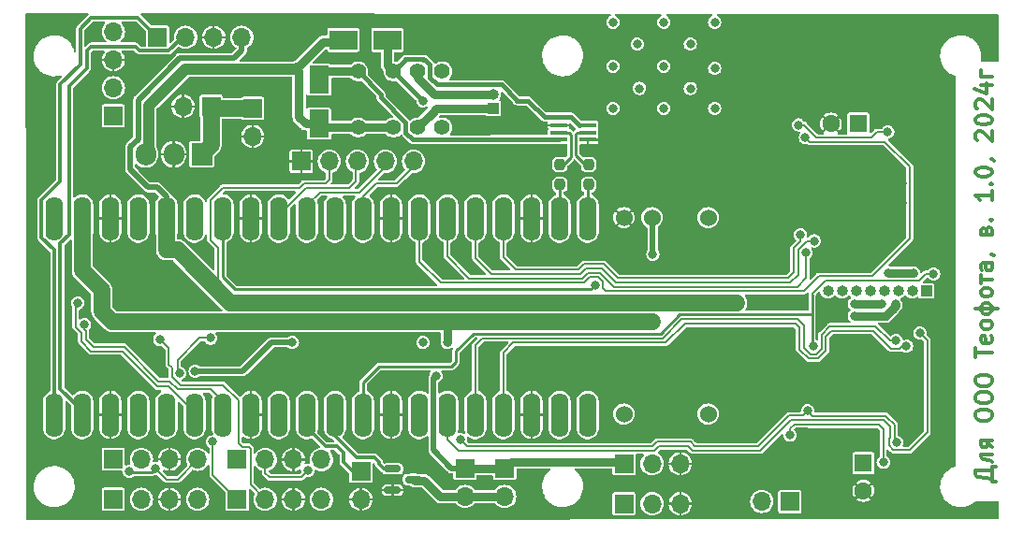
<source format=gbr>
%TF.GenerationSoftware,KiCad,Pcbnew,7.0.9*%
%TF.CreationDate,2024-04-16T22:37:01+03:00*%
%TF.ProjectId,Pistol_Camera_Driver,50697374-6f6c-45f4-9361-6d6572615f44,rev?*%
%TF.SameCoordinates,Original*%
%TF.FileFunction,Copper,L1,Top*%
%TF.FilePolarity,Positive*%
%FSLAX46Y46*%
G04 Gerber Fmt 4.6, Leading zero omitted, Abs format (unit mm)*
G04 Created by KiCad (PCBNEW 7.0.9) date 2024-04-16 22:37:01*
%MOMM*%
%LPD*%
G01*
G04 APERTURE LIST*
G04 Aperture macros list*
%AMRoundRect*
0 Rectangle with rounded corners*
0 $1 Rounding radius*
0 $2 $3 $4 $5 $6 $7 $8 $9 X,Y pos of 4 corners*
0 Add a 4 corners polygon primitive as box body*
4,1,4,$2,$3,$4,$5,$6,$7,$8,$9,$2,$3,0*
0 Add four circle primitives for the rounded corners*
1,1,$1+$1,$2,$3*
1,1,$1+$1,$4,$5*
1,1,$1+$1,$6,$7*
1,1,$1+$1,$8,$9*
0 Add four rect primitives between the rounded corners*
20,1,$1+$1,$2,$3,$4,$5,0*
20,1,$1+$1,$4,$5,$6,$7,0*
20,1,$1+$1,$6,$7,$8,$9,0*
20,1,$1+$1,$8,$9,$2,$3,0*%
G04 Aperture macros list end*
%ADD10C,0.300000*%
%TA.AperFunction,NonConductor*%
%ADD11C,0.300000*%
%TD*%
%TA.AperFunction,ComponentPad*%
%ADD12R,1.700000X1.700000*%
%TD*%
%TA.AperFunction,ComponentPad*%
%ADD13O,1.700000X1.700000*%
%TD*%
%TA.AperFunction,ComponentPad*%
%ADD14C,1.400000*%
%TD*%
%TA.AperFunction,ComponentPad*%
%ADD15R,1.600000X1.600000*%
%TD*%
%TA.AperFunction,ComponentPad*%
%ADD16C,1.600000*%
%TD*%
%TA.AperFunction,SMDPad,CuDef*%
%ADD17RoundRect,0.237500X0.237500X-0.250000X0.237500X0.250000X-0.237500X0.250000X-0.237500X-0.250000X0*%
%TD*%
%TA.AperFunction,SMDPad,CuDef*%
%ADD18R,1.500000X0.400000*%
%TD*%
%TA.AperFunction,SMDPad,CuDef*%
%ADD19R,2.500000X1.800000*%
%TD*%
%TA.AperFunction,ComponentPad*%
%ADD20R,1.905000X2.000000*%
%TD*%
%TA.AperFunction,ComponentPad*%
%ADD21O,1.905000X2.000000*%
%TD*%
%TA.AperFunction,SMDPad,CuDef*%
%ADD22R,1.800000X2.500000*%
%TD*%
%TA.AperFunction,ComponentPad*%
%ADD23O,1.600000X4.000000*%
%TD*%
%TA.AperFunction,SMDPad,CuDef*%
%ADD24RoundRect,0.150000X-0.587500X-0.150000X0.587500X-0.150000X0.587500X0.150000X-0.587500X0.150000X0*%
%TD*%
%TA.AperFunction,ComponentPad*%
%ADD25C,1.524000*%
%TD*%
%TA.AperFunction,ComponentPad*%
%ADD26R,1.000000X1.000000*%
%TD*%
%TA.AperFunction,ComponentPad*%
%ADD27O,1.000000X1.000000*%
%TD*%
%TA.AperFunction,ViaPad*%
%ADD28C,0.800000*%
%TD*%
%TA.AperFunction,Conductor*%
%ADD29C,0.200000*%
%TD*%
%TA.AperFunction,Conductor*%
%ADD30C,0.300000*%
%TD*%
%TA.AperFunction,Conductor*%
%ADD31C,0.800000*%
%TD*%
%TA.AperFunction,Conductor*%
%ADD32C,0.250000*%
%TD*%
%TA.AperFunction,Conductor*%
%ADD33C,1.500000*%
%TD*%
%TA.AperFunction,Conductor*%
%ADD34C,1.000000*%
%TD*%
%TA.AperFunction,Conductor*%
%ADD35C,0.500000*%
%TD*%
%TA.AperFunction,Conductor*%
%ADD36C,0.400000*%
%TD*%
G04 APERTURE END LIST*
D10*
D11*
X112835471Y-72885714D02*
X112478328Y-72885714D01*
X112478328Y-72885714D02*
X112478328Y-74171428D01*
X112478328Y-74171428D02*
X112835471Y-74171428D01*
X112478328Y-73171428D02*
X110978328Y-73171428D01*
X110978328Y-73171428D02*
X110978328Y-73528571D01*
X110978328Y-73528571D02*
X111049757Y-73671428D01*
X111049757Y-73671428D02*
X111121185Y-73742856D01*
X111121185Y-73742856D02*
X111264042Y-73814285D01*
X111264042Y-73814285D02*
X112478328Y-73957142D01*
X112478328Y-71742856D02*
X111478328Y-71742856D01*
X111478328Y-71742856D02*
X111478328Y-71957142D01*
X111478328Y-71957142D02*
X111549757Y-72099999D01*
X111549757Y-72099999D02*
X111692614Y-72171428D01*
X111692614Y-72171428D02*
X112264042Y-72242856D01*
X112264042Y-72242856D02*
X112406900Y-72314285D01*
X112406900Y-72314285D02*
X112478328Y-72457142D01*
X112049757Y-70742856D02*
X112478328Y-71099999D01*
X112478328Y-70457142D02*
X111478328Y-70457142D01*
X111478328Y-70457142D02*
X111478328Y-70885714D01*
X111478328Y-70885714D02*
X111549757Y-71028571D01*
X111549757Y-71028571D02*
X111692614Y-71099999D01*
X111692614Y-71099999D02*
X111835471Y-71099999D01*
X111835471Y-71099999D02*
X111978328Y-71028571D01*
X111978328Y-71028571D02*
X112049757Y-70885714D01*
X112049757Y-70885714D02*
X112049757Y-70457142D01*
X110978328Y-68314285D02*
X110978328Y-68028571D01*
X110978328Y-68028571D02*
X111049757Y-67885714D01*
X111049757Y-67885714D02*
X111192614Y-67742857D01*
X111192614Y-67742857D02*
X111478328Y-67671428D01*
X111478328Y-67671428D02*
X111978328Y-67671428D01*
X111978328Y-67671428D02*
X112264042Y-67742857D01*
X112264042Y-67742857D02*
X112406900Y-67885714D01*
X112406900Y-67885714D02*
X112478328Y-68028571D01*
X112478328Y-68028571D02*
X112478328Y-68314285D01*
X112478328Y-68314285D02*
X112406900Y-68457143D01*
X112406900Y-68457143D02*
X112264042Y-68600000D01*
X112264042Y-68600000D02*
X111978328Y-68671428D01*
X111978328Y-68671428D02*
X111478328Y-68671428D01*
X111478328Y-68671428D02*
X111192614Y-68600000D01*
X111192614Y-68600000D02*
X111049757Y-68457143D01*
X111049757Y-68457143D02*
X110978328Y-68314285D01*
X110978328Y-66742856D02*
X110978328Y-66457142D01*
X110978328Y-66457142D02*
X111049757Y-66314285D01*
X111049757Y-66314285D02*
X111192614Y-66171428D01*
X111192614Y-66171428D02*
X111478328Y-66099999D01*
X111478328Y-66099999D02*
X111978328Y-66099999D01*
X111978328Y-66099999D02*
X112264042Y-66171428D01*
X112264042Y-66171428D02*
X112406900Y-66314285D01*
X112406900Y-66314285D02*
X112478328Y-66457142D01*
X112478328Y-66457142D02*
X112478328Y-66742856D01*
X112478328Y-66742856D02*
X112406900Y-66885714D01*
X112406900Y-66885714D02*
X112264042Y-67028571D01*
X112264042Y-67028571D02*
X111978328Y-67099999D01*
X111978328Y-67099999D02*
X111478328Y-67099999D01*
X111478328Y-67099999D02*
X111192614Y-67028571D01*
X111192614Y-67028571D02*
X111049757Y-66885714D01*
X111049757Y-66885714D02*
X110978328Y-66742856D01*
X110978328Y-65171427D02*
X110978328Y-64885713D01*
X110978328Y-64885713D02*
X111049757Y-64742856D01*
X111049757Y-64742856D02*
X111192614Y-64599999D01*
X111192614Y-64599999D02*
X111478328Y-64528570D01*
X111478328Y-64528570D02*
X111978328Y-64528570D01*
X111978328Y-64528570D02*
X112264042Y-64599999D01*
X112264042Y-64599999D02*
X112406900Y-64742856D01*
X112406900Y-64742856D02*
X112478328Y-64885713D01*
X112478328Y-64885713D02*
X112478328Y-65171427D01*
X112478328Y-65171427D02*
X112406900Y-65314285D01*
X112406900Y-65314285D02*
X112264042Y-65457142D01*
X112264042Y-65457142D02*
X111978328Y-65528570D01*
X111978328Y-65528570D02*
X111478328Y-65528570D01*
X111478328Y-65528570D02*
X111192614Y-65457142D01*
X111192614Y-65457142D02*
X111049757Y-65314285D01*
X111049757Y-65314285D02*
X110978328Y-65171427D01*
X110978328Y-62957141D02*
X110978328Y-62099999D01*
X112478328Y-62528570D02*
X110978328Y-62528570D01*
X112406900Y-61028570D02*
X112478328Y-61171427D01*
X112478328Y-61171427D02*
X112478328Y-61457142D01*
X112478328Y-61457142D02*
X112406900Y-61599999D01*
X112406900Y-61599999D02*
X112264042Y-61671427D01*
X112264042Y-61671427D02*
X111692614Y-61671427D01*
X111692614Y-61671427D02*
X111549757Y-61599999D01*
X111549757Y-61599999D02*
X111478328Y-61457142D01*
X111478328Y-61457142D02*
X111478328Y-61171427D01*
X111478328Y-61171427D02*
X111549757Y-61028570D01*
X111549757Y-61028570D02*
X111692614Y-60957142D01*
X111692614Y-60957142D02*
X111835471Y-60957142D01*
X111835471Y-60957142D02*
X111978328Y-61671427D01*
X112478328Y-60099999D02*
X112406900Y-60242856D01*
X112406900Y-60242856D02*
X112335471Y-60314285D01*
X112335471Y-60314285D02*
X112192614Y-60385713D01*
X112192614Y-60385713D02*
X111764042Y-60385713D01*
X111764042Y-60385713D02*
X111621185Y-60314285D01*
X111621185Y-60314285D02*
X111549757Y-60242856D01*
X111549757Y-60242856D02*
X111478328Y-60099999D01*
X111478328Y-60099999D02*
X111478328Y-59885713D01*
X111478328Y-59885713D02*
X111549757Y-59742856D01*
X111549757Y-59742856D02*
X111621185Y-59671428D01*
X111621185Y-59671428D02*
X111764042Y-59599999D01*
X111764042Y-59599999D02*
X112192614Y-59599999D01*
X112192614Y-59599999D02*
X112335471Y-59671428D01*
X112335471Y-59671428D02*
X112406900Y-59742856D01*
X112406900Y-59742856D02*
X112478328Y-59885713D01*
X112478328Y-59885713D02*
X112478328Y-60099999D01*
X110978328Y-58528570D02*
X112978328Y-58528570D01*
X111478328Y-58671427D02*
X111478328Y-58385713D01*
X111478328Y-58385713D02*
X111549757Y-58242856D01*
X111549757Y-58242856D02*
X111692614Y-58099999D01*
X111692614Y-58099999D02*
X111835471Y-58028570D01*
X111835471Y-58028570D02*
X112121185Y-58028570D01*
X112121185Y-58028570D02*
X112264042Y-58099999D01*
X112264042Y-58099999D02*
X112406900Y-58242856D01*
X112406900Y-58242856D02*
X112478328Y-58385713D01*
X112478328Y-58385713D02*
X112478328Y-58671427D01*
X112478328Y-58671427D02*
X112406900Y-58814285D01*
X112406900Y-58814285D02*
X112264042Y-58957142D01*
X112264042Y-58957142D02*
X112121185Y-59028570D01*
X112121185Y-59028570D02*
X111835471Y-59028570D01*
X111835471Y-59028570D02*
X111692614Y-58957142D01*
X111692614Y-58957142D02*
X111549757Y-58814285D01*
X111549757Y-58814285D02*
X111478328Y-58671427D01*
X112478328Y-57171427D02*
X112406900Y-57314284D01*
X112406900Y-57314284D02*
X112335471Y-57385713D01*
X112335471Y-57385713D02*
X112192614Y-57457141D01*
X112192614Y-57457141D02*
X111764042Y-57457141D01*
X111764042Y-57457141D02*
X111621185Y-57385713D01*
X111621185Y-57385713D02*
X111549757Y-57314284D01*
X111549757Y-57314284D02*
X111478328Y-57171427D01*
X111478328Y-57171427D02*
X111478328Y-56957141D01*
X111478328Y-56957141D02*
X111549757Y-56814284D01*
X111549757Y-56814284D02*
X111621185Y-56742856D01*
X111621185Y-56742856D02*
X111764042Y-56671427D01*
X111764042Y-56671427D02*
X112192614Y-56671427D01*
X112192614Y-56671427D02*
X112335471Y-56742856D01*
X112335471Y-56742856D02*
X112406900Y-56814284D01*
X112406900Y-56814284D02*
X112478328Y-56957141D01*
X112478328Y-56957141D02*
X112478328Y-57171427D01*
X111478328Y-56242855D02*
X111478328Y-55528570D01*
X111478328Y-55885713D02*
X112478328Y-55885713D01*
X112478328Y-54385713D02*
X111692614Y-54385713D01*
X111692614Y-54385713D02*
X111549757Y-54457141D01*
X111549757Y-54457141D02*
X111478328Y-54599998D01*
X111478328Y-54599998D02*
X111478328Y-54885713D01*
X111478328Y-54885713D02*
X111549757Y-55028570D01*
X112406900Y-54385713D02*
X112478328Y-54528570D01*
X112478328Y-54528570D02*
X112478328Y-54885713D01*
X112478328Y-54885713D02*
X112406900Y-55028570D01*
X112406900Y-55028570D02*
X112264042Y-55099998D01*
X112264042Y-55099998D02*
X112121185Y-55099998D01*
X112121185Y-55099998D02*
X111978328Y-55028570D01*
X111978328Y-55028570D02*
X111906900Y-54885713D01*
X111906900Y-54885713D02*
X111906900Y-54528570D01*
X111906900Y-54528570D02*
X111835471Y-54385713D01*
X112406900Y-53599998D02*
X112478328Y-53599998D01*
X112478328Y-53599998D02*
X112621185Y-53671427D01*
X112621185Y-53671427D02*
X112692614Y-53742855D01*
X111978328Y-51457141D02*
X112049757Y-51242855D01*
X112049757Y-51242855D02*
X112192614Y-51171427D01*
X112192614Y-51171427D02*
X112264042Y-51171427D01*
X112264042Y-51171427D02*
X112406900Y-51242855D01*
X112406900Y-51242855D02*
X112478328Y-51385712D01*
X112478328Y-51385712D02*
X112478328Y-51814284D01*
X112478328Y-51814284D02*
X111478328Y-51814284D01*
X111478328Y-51814284D02*
X111478328Y-51457141D01*
X111478328Y-51457141D02*
X111549757Y-51314284D01*
X111549757Y-51314284D02*
X111692614Y-51242855D01*
X111692614Y-51242855D02*
X111764042Y-51242855D01*
X111764042Y-51242855D02*
X111906900Y-51314284D01*
X111906900Y-51314284D02*
X111978328Y-51457141D01*
X111978328Y-51457141D02*
X111978328Y-51814284D01*
X112335471Y-50528570D02*
X112406900Y-50457141D01*
X112406900Y-50457141D02*
X112478328Y-50528570D01*
X112478328Y-50528570D02*
X112406900Y-50599998D01*
X112406900Y-50599998D02*
X112335471Y-50528570D01*
X112335471Y-50528570D02*
X112478328Y-50528570D01*
X112478328Y-47885712D02*
X112478328Y-48742855D01*
X112478328Y-48314284D02*
X110978328Y-48314284D01*
X110978328Y-48314284D02*
X111192614Y-48457141D01*
X111192614Y-48457141D02*
X111335471Y-48599998D01*
X111335471Y-48599998D02*
X111406900Y-48742855D01*
X112335471Y-47242856D02*
X112406900Y-47171427D01*
X112406900Y-47171427D02*
X112478328Y-47242856D01*
X112478328Y-47242856D02*
X112406900Y-47314284D01*
X112406900Y-47314284D02*
X112335471Y-47242856D01*
X112335471Y-47242856D02*
X112478328Y-47242856D01*
X110978328Y-46242855D02*
X110978328Y-46099998D01*
X110978328Y-46099998D02*
X111049757Y-45957141D01*
X111049757Y-45957141D02*
X111121185Y-45885713D01*
X111121185Y-45885713D02*
X111264042Y-45814284D01*
X111264042Y-45814284D02*
X111549757Y-45742855D01*
X111549757Y-45742855D02*
X111906900Y-45742855D01*
X111906900Y-45742855D02*
X112192614Y-45814284D01*
X112192614Y-45814284D02*
X112335471Y-45885713D01*
X112335471Y-45885713D02*
X112406900Y-45957141D01*
X112406900Y-45957141D02*
X112478328Y-46099998D01*
X112478328Y-46099998D02*
X112478328Y-46242855D01*
X112478328Y-46242855D02*
X112406900Y-46385713D01*
X112406900Y-46385713D02*
X112335471Y-46457141D01*
X112335471Y-46457141D02*
X112192614Y-46528570D01*
X112192614Y-46528570D02*
X111906900Y-46599998D01*
X111906900Y-46599998D02*
X111549757Y-46599998D01*
X111549757Y-46599998D02*
X111264042Y-46528570D01*
X111264042Y-46528570D02*
X111121185Y-46457141D01*
X111121185Y-46457141D02*
X111049757Y-46385713D01*
X111049757Y-46385713D02*
X110978328Y-46242855D01*
X112406900Y-45028570D02*
X112478328Y-45028570D01*
X112478328Y-45028570D02*
X112621185Y-45099999D01*
X112621185Y-45099999D02*
X112692614Y-45171427D01*
X111121185Y-43314284D02*
X111049757Y-43242856D01*
X111049757Y-43242856D02*
X110978328Y-43099999D01*
X110978328Y-43099999D02*
X110978328Y-42742856D01*
X110978328Y-42742856D02*
X111049757Y-42599999D01*
X111049757Y-42599999D02*
X111121185Y-42528570D01*
X111121185Y-42528570D02*
X111264042Y-42457141D01*
X111264042Y-42457141D02*
X111406900Y-42457141D01*
X111406900Y-42457141D02*
X111621185Y-42528570D01*
X111621185Y-42528570D02*
X112478328Y-43385713D01*
X112478328Y-43385713D02*
X112478328Y-42457141D01*
X110978328Y-41528570D02*
X110978328Y-41385713D01*
X110978328Y-41385713D02*
X111049757Y-41242856D01*
X111049757Y-41242856D02*
X111121185Y-41171428D01*
X111121185Y-41171428D02*
X111264042Y-41099999D01*
X111264042Y-41099999D02*
X111549757Y-41028570D01*
X111549757Y-41028570D02*
X111906900Y-41028570D01*
X111906900Y-41028570D02*
X112192614Y-41099999D01*
X112192614Y-41099999D02*
X112335471Y-41171428D01*
X112335471Y-41171428D02*
X112406900Y-41242856D01*
X112406900Y-41242856D02*
X112478328Y-41385713D01*
X112478328Y-41385713D02*
X112478328Y-41528570D01*
X112478328Y-41528570D02*
X112406900Y-41671428D01*
X112406900Y-41671428D02*
X112335471Y-41742856D01*
X112335471Y-41742856D02*
X112192614Y-41814285D01*
X112192614Y-41814285D02*
X111906900Y-41885713D01*
X111906900Y-41885713D02*
X111549757Y-41885713D01*
X111549757Y-41885713D02*
X111264042Y-41814285D01*
X111264042Y-41814285D02*
X111121185Y-41742856D01*
X111121185Y-41742856D02*
X111049757Y-41671428D01*
X111049757Y-41671428D02*
X110978328Y-41528570D01*
X111121185Y-40457142D02*
X111049757Y-40385714D01*
X111049757Y-40385714D02*
X110978328Y-40242857D01*
X110978328Y-40242857D02*
X110978328Y-39885714D01*
X110978328Y-39885714D02*
X111049757Y-39742857D01*
X111049757Y-39742857D02*
X111121185Y-39671428D01*
X111121185Y-39671428D02*
X111264042Y-39599999D01*
X111264042Y-39599999D02*
X111406900Y-39599999D01*
X111406900Y-39599999D02*
X111621185Y-39671428D01*
X111621185Y-39671428D02*
X112478328Y-40528571D01*
X112478328Y-40528571D02*
X112478328Y-39599999D01*
X111478328Y-38314286D02*
X112478328Y-38314286D01*
X110906900Y-38671428D02*
X111978328Y-39028571D01*
X111978328Y-39028571D02*
X111978328Y-38100000D01*
X112478328Y-37528572D02*
X111478328Y-37528572D01*
X111478328Y-37528572D02*
X111478328Y-36957143D01*
D12*
%TO.P,J7,1,Pin_1*%
%TO.N,V_lasers*%
X79200000Y-76200000D03*
D13*
%TO.P,J7,2,Pin_2*%
%TO.N,Thermo*%
X81740000Y-76200000D03*
%TO.P,J7,3,Pin_3*%
%TO.N,GND*%
X84280000Y-76200000D03*
%TD*%
D12*
%TO.P,J1,1,Pin_1*%
%TO.N,Strobe Input*%
X55400000Y-73260000D03*
D13*
%TO.P,J1,2,Pin_2*%
%TO.N,GND*%
X55400000Y-75800000D03*
%TD*%
D12*
%TO.P,J12,1,Pin_1*%
%TO.N,Net-(J12-Pin_1)*%
X44200000Y-75800000D03*
D13*
%TO.P,J12,2,Pin_2*%
%TO.N,Net-(J12-Pin_2)*%
X46740000Y-75800000D03*
%TO.P,J12,3,Pin_3*%
%TO.N,GND*%
X49280000Y-75800000D03*
%TO.P,J12,4,Pin_4*%
%TO.N,+3V3*%
X51820000Y-75800000D03*
%TD*%
D14*
%TO.P,K1,1*%
%TO.N,+5V*%
X55150000Y-42140000D03*
%TO.P,K1,2*%
X58350000Y-42140000D03*
%TO.P,K1,3*%
%TO.N,Net-(J13-Pin_1)*%
X60550000Y-42140000D03*
%TO.P,K1,4*%
%TO.N,Net-(D4-A)*%
X62750000Y-42140000D03*
%TO.P,K1,5*%
%TO.N,+5V*%
X62750000Y-37060000D03*
%TO.P,K1,6*%
%TO.N,Net-(J13-Pin_2)*%
X60550000Y-37060000D03*
%TO.P,K1,7*%
%TO.N,Net-(D4-A)*%
X58350000Y-37060000D03*
%TO.P,K1,8*%
%TO.N,Net-(D3-A)*%
X55150000Y-37060000D03*
%TD*%
D12*
%TO.P,J6,1,Pin_1*%
%TO.N,V_lasers*%
X79200000Y-72575000D03*
D13*
%TO.P,J6,2,Pin_2*%
%TO.N,Thermo*%
X81740000Y-72575000D03*
%TO.P,J6,3,Pin_3*%
%TO.N,GND*%
X84280000Y-72575000D03*
%TD*%
D12*
%TO.P,J11,1,Pin_1*%
%TO.N,V_lasers*%
X64800000Y-73000000D03*
D13*
%TO.P,J11,2,Pin_2*%
%TO.N,Net-(J10-Pin_2)*%
X64800000Y-75540000D03*
%TD*%
D12*
%TO.P,J10,1,Pin_1*%
%TO.N,V_lasers*%
X68400000Y-73000000D03*
D13*
%TO.P,J10,2,Pin_2*%
%TO.N,Net-(J10-Pin_2)*%
X68400000Y-75540000D03*
%TD*%
D15*
%TO.P,C4,1*%
%TO.N,+3.3VP*%
X100850000Y-72524989D03*
D16*
%TO.P,C4,2*%
%TO.N,GND*%
X100850000Y-75024989D03*
%TD*%
D15*
%TO.P,C9,1*%
%TO.N,+3.3VP*%
X100400000Y-41800000D03*
D16*
%TO.P,C9,2*%
%TO.N,GND*%
X97900000Y-41800000D03*
%TD*%
D17*
%TO.P,R24,1*%
%TO.N,Solenoid_ON*%
X73400000Y-47312500D03*
%TO.P,R24,2*%
%TO.N,Net-(Q1A-B1)*%
X73400000Y-45487500D03*
%TD*%
D12*
%TO.P,J17,1,Pin_1*%
%TO.N,Net-(J17-Pin_1)*%
X33000000Y-41080000D03*
D13*
%TO.P,J17,2,Pin_2*%
%TO.N,Net-(J17-Pin_2)*%
X33000000Y-38540000D03*
%TO.P,J17,3,Pin_3*%
%TO.N,GND*%
X33000000Y-36000000D03*
%TO.P,J17,4,Pin_4*%
%TO.N,+3V3*%
X33000000Y-33460000D03*
%TD*%
D12*
%TO.P,J16,1,Pin_1*%
%TO.N,Net-(J16-Pin_1)*%
X33000000Y-72175000D03*
D13*
%TO.P,J16,2,Pin_2*%
%TO.N,Net-(J16-Pin_2)*%
X35540000Y-72175000D03*
%TO.P,J16,3,Pin_3*%
%TO.N,GND*%
X38080000Y-72175000D03*
%TO.P,J16,4,Pin_4*%
%TO.N,+3V3*%
X40620000Y-72175000D03*
%TD*%
D18*
%TO.P,Q1,1,E1*%
%TO.N,GND*%
X73270000Y-41950000D03*
%TO.P,Q1,2,B1*%
%TO.N,Net-(Q1A-B1)*%
X73270000Y-42600000D03*
%TO.P,Q1,3,C2*%
%TO.N,Net-(D3-A)*%
X73270000Y-43250000D03*
%TO.P,Q1,4,E2*%
%TO.N,GND*%
X75930000Y-43250000D03*
%TO.P,Q1,5,B2*%
%TO.N,Net-(Q1B-B2)*%
X75930000Y-42600000D03*
%TO.P,Q1,6,C1*%
%TO.N,Net-(D4-A)*%
X75930000Y-41950000D03*
%TD*%
D12*
%TO.P,J2,1,Pin_1*%
%TO.N,+12V*%
X45600000Y-40400000D03*
D13*
%TO.P,J2,2,Pin_2*%
%TO.N,GND*%
X45600000Y-42940000D03*
%TD*%
D12*
%TO.P,J8,1,Pin_1*%
%TO.N,Net-(J8-Pin_1)*%
X94200000Y-76000000D03*
D13*
%TO.P,J8,2,Pin_2*%
%TO.N,Net-(J8-Pin_2)*%
X91660000Y-76000000D03*
%TD*%
D19*
%TO.P,D4,1,K*%
%TO.N,+5V*%
X53800000Y-34200000D03*
%TO.P,D4,2,A*%
%TO.N,Net-(D4-A)*%
X57800000Y-34200000D03*
%TD*%
D20*
%TO.P,U1,1,VI*%
%TO.N,+12V*%
X41000000Y-44550000D03*
D21*
%TO.P,U1,2,GND*%
%TO.N,GND*%
X38460000Y-44550000D03*
%TO.P,U1,3,VO*%
%TO.N,+5V*%
X35920000Y-44550000D03*
%TD*%
D22*
%TO.P,D3,1,K*%
%TO.N,+5V*%
X51600000Y-41800000D03*
%TO.P,D3,2,A*%
%TO.N,Net-(D3-A)*%
X51600000Y-37800000D03*
%TD*%
D23*
%TO.P,U3,1,GP0/TX*%
%TO.N,RX*%
X27645000Y-68155000D03*
%TO.P,U3,2,GP1/RX*%
%TO.N,TX*%
X30185000Y-68155000D03*
%TO.P,U3,3,GND*%
%TO.N,GND*%
X32725000Y-68155000D03*
%TO.P,U3,4,GP2*%
%TO.N,unconnected-(U3-GP2-Pad4)*%
X35265000Y-68155000D03*
%TO.P,U3,5,GP3*%
%TO.N,I2C_RES*%
X37805000Y-68155000D03*
%TO.P,U3,6,GP4/SDA*%
%TO.N,SDA0*%
X40345000Y-68155000D03*
%TO.P,U3,7,GP5/SCL*%
%TO.N,SCL0*%
X42885000Y-68155000D03*
%TO.P,U3,8,GND*%
%TO.N,GND*%
X45425000Y-68155000D03*
%TO.P,U3,9,GP6*%
%TO.N,unconnected-(U3-GP6-Pad9)*%
X47965000Y-68155000D03*
%TO.P,U3,10,GP7*%
%TO.N,Strobe Input*%
X50505000Y-68155000D03*
%TO.P,U3,11,GP8*%
%TO.N,lasers*%
X53045000Y-68155000D03*
%TO.P,U3,12,GP9*%
%TO.N,MOTORS_nSLEEP*%
X55585000Y-68155000D03*
%TO.P,U3,13,GND*%
%TO.N,GND*%
X58125000Y-68155000D03*
%TO.P,U3,14,GP10*%
%TO.N,nFLT1*%
X60665000Y-68155000D03*
%TO.P,U3,15,GP11*%
%TO.N,nEN1*%
X63205000Y-68155000D03*
%TO.P,U3,16,GP12*%
%TO.N,STEP1*%
X65745000Y-68155000D03*
%TO.P,U3,17,GP13*%
%TO.N,DIR1*%
X68285000Y-68155000D03*
%TO.P,U3,18,GND*%
%TO.N,GND*%
X70825000Y-68155000D03*
%TO.P,U3,19,GP14*%
%TO.N,unconnected-(U3-GP14-Pad19)*%
X73365000Y-68155000D03*
%TO.P,U3,20,GP15*%
%TO.N,Thermo*%
X75905000Y-68155000D03*
%TO.P,U3,21,GP16/MISO*%
%TO.N,Solenoid_DIR*%
X75905000Y-50375000D03*
%TO.P,U3,22,GP17/CS*%
%TO.N,Solenoid_ON*%
X73365000Y-50375000D03*
%TO.P,U3,23,GND*%
%TO.N,GND*%
X70825000Y-50375000D03*
%TO.P,U3,24,GP18/SCK*%
%TO.N,DIR2*%
X68285000Y-50375000D03*
%TO.P,U3,25,GP19/MOSI*%
%TO.N,STEP2*%
X65745000Y-50375000D03*
%TO.P,U3,26,GP20*%
%TO.N,nEN2*%
X63205000Y-50375000D03*
%TO.P,U3,27,GP21*%
%TO.N,nFLT2*%
X60665000Y-50375000D03*
%TO.P,U3,28,GND*%
%TO.N,GND*%
X58125000Y-50375000D03*
%TO.P,U3,29,GP22*%
%TO.N,SW*%
X55585000Y-50375000D03*
%TO.P,U3,30,RUN*%
%TO.N,unconnected-(U3-RUN-Pad30)*%
X53045000Y-50375000D03*
%TO.P,U3,31,GP26/ADC0*%
%TO.N,VarX*%
X50505000Y-50375000D03*
%TO.P,U3,32,GP27/ADC1*%
%TO.N,VarY*%
X47965000Y-50375000D03*
%TO.P,U3,33,AGND*%
%TO.N,GND*%
X45425000Y-50375000D03*
%TO.P,U3,34,GP28/ADC2*%
%TO.N,PWM_UV*%
X42885000Y-50375000D03*
%TO.P,U3,35,ADC_VREF*%
%TO.N,unconnected-(U3-ADC_VREF-Pad35)*%
X40345000Y-50375000D03*
%TO.P,U3,36,3V3_OUT*%
%TO.N,+3V3*%
X37805000Y-50375000D03*
%TO.P,U3,37,3V3_EN*%
%TO.N,unconnected-(U3-3V3_EN-Pad37)*%
X35265000Y-50375000D03*
%TO.P,U3,38,GND*%
%TO.N,GND*%
X32725000Y-50375000D03*
%TO.P,U3,39,VSYS*%
%TO.N,+5V*%
X30185000Y-50375000D03*
%TO.P,U3,40,VBUS*%
%TO.N,unconnected-(U3-VBUS-Pad40)*%
X27645000Y-50375000D03*
%TD*%
D12*
%TO.P,J4,1,Pin_1*%
%TO.N,+12V*%
X41850000Y-40225000D03*
D13*
%TO.P,J4,2,Pin_2*%
%TO.N,GND*%
X39310000Y-40225000D03*
%TD*%
D12*
%TO.P,J15,1,Pin_1*%
%TO.N,Net-(J15-Pin_1)*%
X33000000Y-75800000D03*
D13*
%TO.P,J15,2,Pin_2*%
%TO.N,Net-(J15-Pin_2)*%
X35540000Y-75800000D03*
%TO.P,J15,3,Pin_3*%
%TO.N,GND*%
X38080000Y-75800000D03*
%TO.P,J15,4,Pin_4*%
%TO.N,+3V3*%
X40620000Y-75800000D03*
%TD*%
D12*
%TO.P,J9,1,Pin_1*%
%TO.N,Net-(J9-Pin_1)*%
X44200000Y-72200000D03*
D13*
%TO.P,J9,2,Pin_2*%
%TO.N,Net-(J9-Pin_2)*%
X46740000Y-72200000D03*
%TO.P,J9,3,Pin_3*%
%TO.N,GND*%
X49280000Y-72200000D03*
%TO.P,J9,4,Pin_4*%
%TO.N,+3V3*%
X51820000Y-72200000D03*
%TD*%
D24*
%TO.P,Q2,1,G*%
%TO.N,lasers*%
X58262500Y-73050000D03*
%TO.P,Q2,2,S*%
%TO.N,GND*%
X58262500Y-74950000D03*
%TO.P,Q2,3,D*%
%TO.N,Net-(J10-Pin_2)*%
X60137500Y-74000000D03*
%TD*%
D25*
%TO.P,U7,1,Vin+*%
%TO.N,+12V*%
X86810000Y-50310000D03*
%TO.P,U7,2,PWM*%
%TO.N,Net-(U6-GPIOB)*%
X81730000Y-50310000D03*
%TO.P,U7,3,Vin-*%
%TO.N,GND*%
X79190000Y-50310000D03*
%TO.P,U7,4,Vout-*%
%TO.N,Net-(J8-Pin_2)*%
X79190000Y-68090000D03*
%TO.P,U7,5,Vout+*%
%TO.N,Net-(J8-Pin_1)*%
X86810000Y-68090000D03*
%TD*%
D26*
%TO.P,J13,1,Pin_1*%
%TO.N,Net-(J13-Pin_1)*%
X67375000Y-40425000D03*
D27*
%TO.P,J13,2,Pin_2*%
%TO.N,Net-(J13-Pin_2)*%
X67375000Y-39155000D03*
%TD*%
D17*
%TO.P,R23,1*%
%TO.N,Solenoid_DIR*%
X76000000Y-47312500D03*
%TO.P,R23,2*%
%TO.N,Net-(Q1B-B2)*%
X76000000Y-45487500D03*
%TD*%
D26*
%TO.P,J3,1,Pin_1*%
%TO.N,AOUT2_2*%
X106530000Y-56924989D03*
D27*
%TO.P,J3,2,Pin_2*%
%TO.N,AOUT1_2*%
X105260000Y-56924989D03*
%TO.P,J3,3,Pin_3*%
%TO.N,AOUT2_1*%
X103990000Y-56924989D03*
%TO.P,J3,4,Pin_4*%
%TO.N,AOUT1_1*%
X102720000Y-56924989D03*
%TO.P,J3,5,Pin_5*%
%TO.N,BOUT1_1*%
X101450000Y-56924989D03*
%TO.P,J3,6,Pin_6*%
%TO.N,BOUT2_1*%
X100180000Y-56924989D03*
%TO.P,J3,7,Pin_7*%
%TO.N,BOUT2_2*%
X98910000Y-56924989D03*
%TO.P,J3,8,Pin_8*%
%TO.N,BOUT1_2*%
X97640000Y-56924989D03*
%TD*%
D12*
%TO.P,J14,1,Pin_1*%
%TO.N,RX*%
X37000000Y-33975000D03*
D13*
%TO.P,J14,2,Pin_2*%
%TO.N,TX*%
X39540000Y-33975000D03*
%TO.P,J14,3,Pin_3*%
%TO.N,GND*%
X42080000Y-33975000D03*
%TO.P,J14,4,Pin_4*%
%TO.N,+3V3*%
X44620000Y-33975000D03*
%TD*%
D12*
%TO.P,J5,1,Pin_1*%
%TO.N,GND*%
X50000000Y-45200000D03*
D13*
%TO.P,J5,2,Pin_2*%
%TO.N,+3V3*%
X52540000Y-45200000D03*
%TO.P,J5,3,Pin_3*%
%TO.N,VarY*%
X55080000Y-45200000D03*
%TO.P,J5,4,Pin_4*%
%TO.N,VarX*%
X57620000Y-45200000D03*
%TO.P,J5,5,Pin_5*%
%TO.N,SW*%
X60160000Y-45200000D03*
%TD*%
D28*
%TO.N,GND*%
X34600000Y-36800000D03*
X25800000Y-40200000D03*
X39400000Y-42800000D03*
X104200000Y-75000000D03*
X49000000Y-42400000D03*
X50600000Y-76600000D03*
X51400000Y-44000000D03*
X70800000Y-76200000D03*
X38000000Y-42800000D03*
X105600000Y-65600000D03*
X52000000Y-55600000D03*
X81000000Y-69800000D03*
X38600000Y-57941500D03*
X62400000Y-44200000D03*
X78050000Y-49000000D03*
X26800000Y-45400000D03*
X105400000Y-75900000D03*
X29400000Y-32400000D03*
X94400000Y-50600000D03*
X46800000Y-32600000D03*
X36800000Y-55800000D03*
X34600000Y-33400000D03*
X31200000Y-44000000D03*
X45600000Y-45600000D03*
X103800000Y-76800000D03*
X40800000Y-35000000D03*
X31400000Y-48200000D03*
X85200000Y-63400000D03*
X67000000Y-53400000D03*
X90200000Y-66000000D03*
X51400000Y-46400000D03*
X26600000Y-54200000D03*
X31600000Y-36800000D03*
X99000000Y-48000000D03*
X96200000Y-49800000D03*
X95600000Y-69800000D03*
X44000000Y-42200000D03*
X94800000Y-58000000D03*
X60400000Y-34600000D03*
X45800000Y-46800000D03*
X90600000Y-35800000D03*
X77600000Y-69000000D03*
X98600000Y-65600000D03*
X98800000Y-36800000D03*
X31200000Y-33600000D03*
X85200000Y-54000000D03*
X30000000Y-63600000D03*
X96400000Y-41400000D03*
X33200000Y-65400000D03*
X98600000Y-40600000D03*
X97400000Y-64600000D03*
X26200000Y-53000000D03*
X68200000Y-46000000D03*
X34600000Y-35600000D03*
X45800000Y-61400000D03*
X89000000Y-41200000D03*
X62000000Y-52600000D03*
X105400000Y-69250000D03*
X27000000Y-39200000D03*
X41800000Y-38400000D03*
X94200000Y-40600000D03*
X49000000Y-35600000D03*
X35600000Y-54000000D03*
X79200000Y-69800000D03*
X33000000Y-45000000D03*
X77800000Y-66800000D03*
X96800000Y-54250000D03*
X79800000Y-53600000D03*
X43600000Y-38400000D03*
X67000000Y-62800000D03*
X33400000Y-70600000D03*
X72140626Y-70032872D03*
X30000000Y-45600000D03*
X64400000Y-46000000D03*
X26800000Y-41400000D03*
X91000000Y-61200000D03*
X77800000Y-47200000D03*
X39000000Y-55800000D03*
X105200000Y-38600000D03*
X74600000Y-48200000D03*
X30400000Y-74400000D03*
X48200000Y-71000000D03*
X108600000Y-65400000D03*
X103600000Y-33400000D03*
X91400000Y-54200000D03*
X98500000Y-53450000D03*
X77800000Y-51800000D03*
X93000000Y-35000000D03*
X30000000Y-57000000D03*
X76400000Y-76200000D03*
X72000000Y-48150000D03*
X87600000Y-43600000D03*
X70800000Y-73600000D03*
X105200000Y-41600000D03*
X108600000Y-69000000D03*
X101800000Y-66600000D03*
X97150000Y-58250000D03*
X106200000Y-35000000D03*
X105600000Y-67400000D03*
X105800000Y-48400000D03*
X66950000Y-48150000D03*
X105800000Y-46000000D03*
X30600000Y-41000000D03*
X101800000Y-64600000D03*
X69400000Y-44400000D03*
X34000000Y-48400000D03*
X84600000Y-65800000D03*
X80600000Y-49000000D03*
X85200000Y-61400000D03*
X73200000Y-63800000D03*
X47000000Y-44200000D03*
X63000000Y-55200000D03*
X37400000Y-64400000D03*
X80800000Y-65800000D03*
X53200000Y-63800000D03*
X74800000Y-46400000D03*
X97800000Y-49050000D03*
X52800000Y-39800000D03*
X46799776Y-48399851D03*
X36800000Y-36400000D03*
X105600000Y-63800000D03*
X26200000Y-32600000D03*
X48600000Y-40200000D03*
X72150000Y-65950000D03*
X56800000Y-74800000D03*
X33200000Y-64000000D03*
X82600000Y-42600000D03*
X107000000Y-72000000D03*
X96600000Y-75800000D03*
X54356000Y-66040000D03*
X50200000Y-34600000D03*
X101550000Y-48250000D03*
X104350000Y-49000000D03*
X44193798Y-48400000D03*
X40000000Y-56800000D03*
X90400000Y-33600000D03*
X58400000Y-54600000D03*
X64800000Y-62600000D03*
X60194167Y-40587729D03*
X42800000Y-62200000D03*
X41600000Y-53600000D03*
X66800000Y-42440011D03*
X30000000Y-62600000D03*
X74600000Y-54200000D03*
X96200000Y-48100000D03*
X106600000Y-44600000D03*
X30600000Y-38800000D03*
X86600000Y-76000000D03*
X54000000Y-38600000D03*
X94800000Y-33400000D03*
X43200000Y-46800000D03*
X38000000Y-55000000D03*
X41409962Y-77015326D03*
X25800000Y-69600000D03*
X26400000Y-60200000D03*
X69600000Y-70000000D03*
X25600000Y-37800000D03*
X108200000Y-41000000D03*
X67000000Y-65600000D03*
X100600000Y-65600000D03*
X70800000Y-46000000D03*
X33373500Y-57400000D03*
X47800000Y-46000000D03*
X88774502Y-33600000D03*
X76400000Y-73600000D03*
X28800000Y-72200000D03*
X31600000Y-35555227D03*
X65000000Y-42200000D03*
X46800000Y-52400000D03*
X55800000Y-35600000D03*
X59400000Y-70250000D03*
X59000000Y-61600000D03*
X40800000Y-33200000D03*
X56600000Y-56000000D03*
X44000000Y-63200000D03*
X105150000Y-59550000D03*
X49200000Y-54200000D03*
X96004727Y-71144773D03*
X85600000Y-67200000D03*
X64400000Y-53200000D03*
X104350000Y-47200000D03*
X80400000Y-51400000D03*
X36513434Y-48542533D03*
X60400000Y-55800000D03*
X103500000Y-48150000D03*
X102800000Y-65600000D03*
X72400000Y-39800000D03*
X36800000Y-76600000D03*
X34699500Y-65400000D03*
X46000000Y-65600000D03*
X93600000Y-51600000D03*
X75800000Y-33400000D03*
X59500000Y-48100000D03*
X76000000Y-63800000D03*
X97800000Y-47250000D03*
X93000000Y-54400000D03*
X43396491Y-33197771D03*
X37400000Y-70800000D03*
X26670000Y-72390000D03*
X64800000Y-34800000D03*
X44400000Y-65600000D03*
X74600000Y-65800000D03*
X64500000Y-48000000D03*
X83200000Y-74400000D03*
X104100000Y-40500000D03*
X39000000Y-48400000D03*
X107200000Y-53200000D03*
X69600000Y-65800000D03*
X34000000Y-52200000D03*
X36400000Y-52400000D03*
X44200000Y-44400000D03*
X99800000Y-66600000D03*
X57000000Y-48200000D03*
X62050000Y-48000000D03*
X108000000Y-70600000D03*
X32494622Y-61105378D03*
X71968982Y-44431018D03*
X44400000Y-54400000D03*
X48000000Y-65000000D03*
X34400000Y-77000000D03*
X72200000Y-52600000D03*
X108600000Y-59200000D03*
X86000000Y-74400000D03*
X53800000Y-76800000D03*
X46800000Y-55600000D03*
X37400000Y-57400000D03*
X82800000Y-66200000D03*
X76800000Y-74600000D03*
X108600000Y-56200000D03*
X25800000Y-42600000D03*
X92200000Y-64400000D03*
X96400000Y-46600000D03*
X98800000Y-33400000D03*
X89000000Y-76000000D03*
X38200000Y-41400000D03*
X40200000Y-39000000D03*
X66000000Y-76600000D03*
X35000000Y-38400000D03*
X107600000Y-48600000D03*
X100800000Y-35000000D03*
X76200000Y-38400000D03*
X105650000Y-54150000D03*
X88000000Y-77000000D03*
X83400000Y-45600000D03*
X32000000Y-70600000D03*
X100250000Y-49150000D03*
X44200000Y-52400000D03*
X79200000Y-63800000D03*
X92800000Y-52400000D03*
X54000000Y-41000000D03*
X37400000Y-45800000D03*
X99800000Y-64600000D03*
X61800000Y-73000000D03*
X98800000Y-75200000D03*
X42400000Y-75200000D03*
X71600000Y-38200000D03*
X103800000Y-64600000D03*
X46000000Y-70800000D03*
X38200000Y-46800000D03*
X62200000Y-76800000D03*
X105400000Y-42600000D03*
X25600000Y-73000000D03*
X38600000Y-70800000D03*
X56800000Y-40600000D03*
X48000000Y-63000000D03*
X100200000Y-47250000D03*
X86200000Y-72600000D03*
X94800000Y-36800000D03*
X64400000Y-65800000D03*
X108600000Y-62000000D03*
X82600000Y-69800000D03*
X26400000Y-61400000D03*
X54000000Y-74800000D03*
X97400000Y-66600000D03*
X46800000Y-42000000D03*
X55600000Y-61600000D03*
X31534500Y-52370636D03*
X102700000Y-47200000D03*
X103800000Y-66600000D03*
X31400000Y-60600000D03*
X40200000Y-41600000D03*
X66000000Y-74400000D03*
X83200000Y-51000000D03*
X107600000Y-46000000D03*
X35800000Y-65600000D03*
X30000000Y-44400000D03*
X67400000Y-35800000D03*
X69600000Y-48200000D03*
X101000000Y-76800000D03*
X58200000Y-38600000D03*
X59436000Y-66040000D03*
X59450000Y-52800000D03*
X57000000Y-77000000D03*
X48014032Y-72941730D03*
X43400000Y-34800000D03*
X51800000Y-52800000D03*
X66800000Y-44400000D03*
X60000000Y-75200000D03*
X97000000Y-40400000D03*
X48000000Y-76600000D03*
X91800000Y-57800000D03*
X86570814Y-42163007D03*
X33400000Y-54000000D03*
X31800000Y-54000000D03*
X41200000Y-52800000D03*
X83000000Y-63800000D03*
X48600000Y-38400000D03*
X54400000Y-54400000D03*
X26800000Y-46800000D03*
X83000000Y-71800000D03*
X36000000Y-70600000D03*
X71000000Y-63800000D03*
X51000000Y-61600000D03*
X71000000Y-54000000D03*
X91800000Y-62600000D03*
X70600000Y-33000000D03*
X109964628Y-33359118D03*
X69400000Y-42200000D03*
X69600000Y-52600000D03*
X31200000Y-77000000D03*
X96600000Y-35000000D03*
X78800000Y-42200000D03*
X87600000Y-74000000D03*
X56800000Y-70400000D03*
X102600000Y-49150000D03*
X103600000Y-36800000D03*
X53600000Y-46200000D03*
X87400000Y-47400000D03*
X56800000Y-52800000D03*
X56800000Y-66040000D03*
X92800000Y-67800000D03*
X51800000Y-66040000D03*
X97600000Y-76800000D03*
%TO.N,AOUT2_2*%
X105400000Y-55300000D03*
X103100000Y-55300000D03*
%TO.N,AOUT2_1*%
X103750000Y-58150000D03*
X100025011Y-59200000D03*
%TO.N,AOUT1_1*%
X100025011Y-58100000D03*
X102500000Y-58100000D03*
%TO.N,+5V*%
X81800000Y-59710551D03*
X63200000Y-61600000D03*
%TO.N,Net-(U4-CONFIG)*%
X94200000Y-70000000D03*
X102650000Y-72450000D03*
%TO.N,+3V3*%
X77400000Y-58000000D03*
X49200000Y-61600000D03*
X89400000Y-58000000D03*
X60800000Y-58000000D03*
X37805000Y-53200000D03*
X49200000Y-58000000D03*
X40400000Y-64200000D03*
X43600000Y-58100480D03*
X36809816Y-73000000D03*
X61000000Y-61600000D03*
X34441349Y-73271151D03*
%TO.N,MOTORS_nSLEEP*%
X96308369Y-61932968D03*
X107200000Y-55400000D03*
%TO.N,Net-(U5-CONFIG)*%
X103050000Y-42550000D03*
X94988611Y-41906468D03*
%TO.N,PWM_UV*%
X76600000Y-56400000D03*
%TO.N,nEN1*%
X105950000Y-60750000D03*
%TO.N,STEP1*%
X103812603Y-61449500D03*
%TO.N,DIR1*%
X104750000Y-61950000D03*
%TO.N,DIR2*%
X95150000Y-51850000D03*
%TO.N,STEP2*%
X96400000Y-52400000D03*
%TO.N,nEN2*%
X95650000Y-53500000D03*
%TO.N,Net-(D4-A)*%
X61000000Y-39725489D03*
%TO.N,+3.3VP*%
X82800000Y-32600000D03*
X80400000Y-34600000D03*
X80600000Y-38600000D03*
X78200000Y-32600000D03*
X82800000Y-40400000D03*
X78200000Y-36600000D03*
X87400000Y-36800000D03*
X82800000Y-36600000D03*
X87400000Y-32600000D03*
X85200000Y-34600000D03*
X87400000Y-40400000D03*
X78200000Y-40400000D03*
X85200000Y-38600000D03*
%TO.N,Net-(J9-Pin_2)*%
X50600000Y-73200000D03*
%TO.N,V_lasers*%
X62175000Y-64625000D03*
%TO.N,Net-(J12-Pin_1)*%
X42000000Y-70600000D03*
%TO.N,Net-(J12-Pin_2)*%
X37200000Y-61315500D03*
%TO.N,SDA0*%
X29800000Y-58016000D03*
%TO.N,nFLT1*%
X103852502Y-70635743D03*
X64400000Y-70400000D03*
X95800000Y-67800000D03*
%TO.N,nFLT2*%
X95600000Y-43050000D03*
%TO.N,SCL0*%
X30400000Y-60000000D03*
%TO.N,Net-(U6-GPIOB)*%
X81800000Y-53600000D03*
%TO.N,I2C_RES*%
X39000000Y-64400000D03*
X41800000Y-61200000D03*
%TD*%
D29*
%TO.N,+3V3*%
X42460000Y-56960480D02*
X43600000Y-58100480D01*
X42460000Y-53000000D02*
X42460000Y-56960480D01*
X41785000Y-48719365D02*
X41785000Y-52325000D01*
X42904365Y-47600000D02*
X41785000Y-48719365D01*
X50234513Y-47200481D02*
X49834994Y-47600000D01*
X52199520Y-47200480D02*
X50234513Y-47200481D01*
X41785000Y-52325000D02*
X42460000Y-53000000D01*
X52540000Y-46860000D02*
X52199520Y-47200480D01*
X52540000Y-45200000D02*
X52540000Y-46860000D01*
X49834994Y-47600000D02*
X42904365Y-47600000D01*
D30*
%TO.N,Strobe Input*%
X53200000Y-71000000D02*
X52200000Y-71000000D01*
X54660000Y-73260000D02*
X53800000Y-72400000D01*
X53800000Y-71600000D02*
X53200000Y-71000000D01*
X53800000Y-72400000D02*
X53800000Y-71600000D01*
X52200000Y-71000000D02*
X50505000Y-69305000D01*
X55400000Y-73260000D02*
X54660000Y-73260000D01*
X50505000Y-69305000D02*
X50505000Y-68155000D01*
%TO.N,GND*%
X33200000Y-36400000D02*
X33100000Y-36500000D01*
D31*
%TO.N,AOUT2_2*%
X103100000Y-55300000D02*
X105400000Y-55300000D01*
D32*
%TO.N,AOUT2_1*%
X103750000Y-58700000D02*
X102950000Y-59500000D01*
X103750000Y-58150000D02*
X103750000Y-58700000D01*
D31*
X103750000Y-58264214D02*
X102814214Y-59200000D01*
X102814214Y-59200000D02*
X100025011Y-59200000D01*
X103750000Y-58150000D02*
X103750000Y-58264214D01*
D32*
%TO.N,AOUT1_1*%
X102450000Y-58100000D02*
X102500000Y-58100000D01*
D31*
X102450000Y-58100000D02*
X100025011Y-58100000D01*
D33*
%TO.N,+12V*%
X45600000Y-40400000D02*
X42025000Y-40400000D01*
X41850000Y-40225000D02*
X41850000Y-43700000D01*
X42025000Y-40400000D02*
X41850000Y-40225000D01*
X41850000Y-43700000D02*
X41000000Y-44550000D01*
D30*
%TO.N,+5V*%
X33000000Y-59800000D02*
X38800000Y-59800000D01*
D31*
X49600000Y-36800000D02*
X52000000Y-34400000D01*
X50400000Y-41800000D02*
X51600000Y-41800000D01*
D34*
X49600000Y-36800000D02*
X49544567Y-36855433D01*
D33*
X31950000Y-58750000D02*
X31950000Y-56840811D01*
X81788969Y-59699520D02*
X81800000Y-59710551D01*
D34*
X36200000Y-44270000D02*
X35920000Y-44550000D01*
D31*
X55150000Y-42140000D02*
X51940000Y-42140000D01*
X49800000Y-37000000D02*
X49800000Y-41200000D01*
D33*
X30185000Y-55075811D02*
X30185000Y-50375000D01*
X32910551Y-59710551D02*
X63200000Y-59710551D01*
D34*
X49544567Y-36855433D02*
X39544567Y-36855433D01*
X36200000Y-40200000D02*
X36200000Y-44270000D01*
X39544567Y-36855433D02*
X36200000Y-40200000D01*
D31*
X52000000Y-34400000D02*
X53800000Y-34400000D01*
X49600000Y-36800000D02*
X49800000Y-37000000D01*
D30*
X38800000Y-59800000D02*
X39195480Y-60195480D01*
D31*
X63200000Y-61600000D02*
X63200000Y-59710551D01*
D33*
X63200000Y-59710551D02*
X81800000Y-59710551D01*
X31950000Y-58750000D02*
X32910551Y-59710551D01*
X31950000Y-56840811D02*
X30185000Y-55075811D01*
D31*
X55150000Y-42140000D02*
X58350000Y-42140000D01*
X51940000Y-42140000D02*
X51600000Y-41800000D01*
X49800000Y-41200000D02*
X50400000Y-41800000D01*
D29*
%TO.N,VarX*%
X50505000Y-49175000D02*
X51680000Y-48000000D01*
X51680000Y-48000000D02*
X55270000Y-48000000D01*
X55270000Y-48000000D02*
X57470000Y-45800000D01*
X50505000Y-50375000D02*
X50505000Y-49175000D01*
%TO.N,VarY*%
X50400000Y-47600000D02*
X47965000Y-50035000D01*
X47965000Y-50035000D02*
X47965000Y-50375000D01*
X54930000Y-47002081D02*
X54332081Y-47600000D01*
X54930000Y-45800000D02*
X54930000Y-47002081D01*
X54332081Y-47600000D02*
X50400000Y-47600000D01*
%TO.N,SW*%
X56800000Y-47200000D02*
X58610000Y-47200000D01*
X55600000Y-50360000D02*
X55600000Y-48400000D01*
D32*
X60500000Y-45352081D02*
X60151601Y-45700480D01*
D29*
X55600000Y-48400000D02*
X56800000Y-47200000D01*
X55585000Y-50375000D02*
X55600000Y-50360000D01*
X58610000Y-47200000D02*
X60010000Y-45800000D01*
%TO.N,Net-(U4-CONFIG)*%
X94200000Y-69400000D02*
X94600000Y-69000000D01*
X95869988Y-69000000D02*
X95913649Y-69043661D01*
X94600000Y-69000000D02*
X95869988Y-69000000D01*
X94200000Y-70000000D02*
X94200000Y-69400000D01*
X95913649Y-69043661D02*
X102243662Y-69043662D01*
X102243662Y-69043662D02*
X102650000Y-69450000D01*
X102650000Y-69450000D02*
X102650000Y-72450000D01*
%TO.N,+3V3*%
X37805000Y-48395000D02*
X37805000Y-50375000D01*
D32*
X36809816Y-73000000D02*
X36434816Y-73375000D01*
X34545198Y-73375000D02*
X34441349Y-73271151D01*
D29*
X37880000Y-52675000D02*
X37805000Y-52600000D01*
D33*
X37805000Y-52600000D02*
X37805000Y-50375000D01*
D35*
X36952082Y-47550000D02*
X36150000Y-47550000D01*
X34517500Y-43921565D02*
X35250000Y-43189065D01*
D32*
X36434816Y-73375000D02*
X34545198Y-73375000D01*
D35*
X44620000Y-35177081D02*
X44620000Y-33975000D01*
X37805000Y-48615050D02*
X37805000Y-48402918D01*
X35250000Y-43189065D02*
X35250000Y-39617500D01*
X44700000Y-64200000D02*
X40400000Y-64200000D01*
D33*
X37805000Y-53200000D02*
X37805000Y-52600000D01*
D29*
X38820000Y-74000000D02*
X40620000Y-72200000D01*
D35*
X47300000Y-61600000D02*
X44700000Y-64200000D01*
D29*
X37809816Y-74000000D02*
X38820000Y-74000000D01*
D33*
X89400000Y-58000000D02*
X77400000Y-58000000D01*
D35*
X34517500Y-45917500D02*
X34517500Y-43921565D01*
X37805000Y-48402918D02*
X36952082Y-47550000D01*
D33*
X60800000Y-58000000D02*
X43600000Y-58000000D01*
D35*
X36150000Y-47550000D02*
X34517500Y-45917500D01*
X35250000Y-39617500D02*
X39017500Y-35850000D01*
D33*
X43600000Y-58000000D02*
X38800000Y-53200000D01*
X38800000Y-53200000D02*
X37805000Y-53200000D01*
D35*
X43947081Y-35850000D02*
X44620000Y-35177081D01*
X49200000Y-61600000D02*
X47300000Y-61600000D01*
X39017500Y-35850000D02*
X43947081Y-35850000D01*
D29*
X37805000Y-50375000D02*
X37805000Y-48615050D01*
D33*
X60800000Y-58000000D02*
X77400000Y-58000000D01*
D29*
X36809816Y-73000000D02*
X37809816Y-74000000D01*
%TO.N,MOTORS_nSLEEP*%
X97400000Y-56000000D02*
X96200000Y-57200000D01*
D32*
X55585000Y-65215000D02*
X57000000Y-63800000D01*
X65589144Y-60785551D02*
X82488969Y-60785551D01*
X55600000Y-67504283D02*
X55267141Y-67837142D01*
X96203475Y-59003475D02*
X96203475Y-59396525D01*
X82488969Y-60785551D02*
X84200000Y-59074520D01*
X96203475Y-61828074D02*
X96308369Y-61932968D01*
D29*
X107200000Y-55400000D02*
X106455967Y-55400000D01*
D32*
X84200000Y-59074520D02*
X96125480Y-59074520D01*
X63999520Y-63370296D02*
X63999520Y-62375175D01*
X55585000Y-68155000D02*
X55585000Y-65215000D01*
X96200000Y-59074520D02*
X96200000Y-59006950D01*
X96125480Y-59074520D02*
X96200000Y-59000000D01*
X96308369Y-61932968D02*
X96249912Y-61874511D01*
X96203475Y-59396525D02*
X96203475Y-59646525D01*
X57000000Y-63800000D02*
X63569816Y-63800000D01*
D29*
X106455967Y-55400000D02*
X105855967Y-56000000D01*
D32*
X63999520Y-62375175D02*
X65589144Y-60785551D01*
X96200000Y-59006950D02*
X96203475Y-59003475D01*
D29*
X105855967Y-56000000D02*
X97400000Y-56000000D01*
D32*
X96203475Y-57265489D02*
X96203475Y-59003475D01*
X63569816Y-63800000D02*
X63999520Y-63370296D01*
X96203475Y-59646525D02*
X96203475Y-61828074D01*
D29*
%TO.N,Net-(U5-CONFIG)*%
X101550000Y-43050000D02*
X96600000Y-43050000D01*
X102050000Y-42550000D02*
X101550000Y-43050000D01*
X103050000Y-42550000D02*
X102050000Y-42550000D01*
X95456468Y-41906468D02*
X94988611Y-41906468D01*
X96600000Y-43050000D02*
X95456468Y-41906468D01*
D32*
%TO.N,PWM_UV*%
X76200000Y-56800000D02*
X76600000Y-56400000D01*
X44000000Y-56800000D02*
X76200000Y-56800000D01*
X42885000Y-50375000D02*
X42885000Y-49265000D01*
X42885000Y-50375000D02*
X42885000Y-55685000D01*
X42885000Y-55685000D02*
X44000000Y-56800000D01*
D30*
%TO.N,RX*%
X27645000Y-68155000D02*
X27645000Y-53245000D01*
X30000000Y-36400000D02*
X30000000Y-33200000D01*
X27645000Y-53245000D02*
X26495480Y-52095480D01*
X35225000Y-32200000D02*
X37000000Y-33975000D01*
X28200000Y-46994334D02*
X28200000Y-38200000D01*
X31000000Y-32200000D02*
X35225000Y-32200000D01*
X26495480Y-52095480D02*
X26495480Y-48698854D01*
X26495480Y-48698854D02*
X28200000Y-46994334D01*
X28200000Y-38200000D02*
X30000000Y-36400000D01*
X30000000Y-33200000D02*
X31000000Y-32200000D01*
%TO.N,TX*%
X29000000Y-51846346D02*
X29000000Y-38400000D01*
X28200000Y-52646346D02*
X29000000Y-51846346D01*
X30600000Y-36800000D02*
X30600000Y-35200000D01*
X28200000Y-65800000D02*
X28200000Y-52646346D01*
X31000000Y-34800000D02*
X35000000Y-34800000D01*
X38000000Y-35200000D02*
X39225000Y-33975000D01*
X35000000Y-34800000D02*
X35400000Y-35200000D01*
X30185000Y-67785000D02*
X28200000Y-65800000D01*
X39225000Y-33975000D02*
X39540000Y-33975000D01*
X35400000Y-35200000D02*
X38000000Y-35200000D01*
X30185000Y-68155000D02*
X30185000Y-67785000D01*
X29000000Y-38400000D02*
X30600000Y-36800000D01*
X30600000Y-35200000D02*
X31000000Y-34800000D01*
D29*
%TO.N,nEN1*%
X85400000Y-71400000D02*
X91515686Y-71400000D01*
X103152991Y-70345995D02*
X103152991Y-70925491D01*
X91515686Y-71400000D02*
X94315686Y-68600000D01*
X105064746Y-71335254D02*
X106649511Y-69750489D01*
X102679136Y-68644142D02*
X103250480Y-69215486D01*
X85000000Y-71000000D02*
X85400000Y-71400000D01*
X82365686Y-71000000D02*
X85000000Y-71000000D01*
X103250480Y-69215486D02*
X103250480Y-70248506D01*
X94315686Y-68600000D02*
X96034994Y-68600000D01*
X103152991Y-70925491D02*
X103562754Y-71335254D01*
X96079135Y-68644141D02*
X102679136Y-68644142D01*
X106649511Y-69750489D02*
X106649511Y-61449511D01*
X63205000Y-70405000D02*
X64200000Y-71400000D01*
X103250480Y-70248506D02*
X103152991Y-70345995D01*
X63205000Y-68155000D02*
X63205000Y-70405000D01*
X64200000Y-71400000D02*
X81965686Y-71400000D01*
X106649511Y-61449511D02*
X105950000Y-60750000D01*
X103562754Y-71335254D02*
X105064746Y-71335254D01*
X96034994Y-68600000D02*
X96079135Y-68644141D01*
X81965686Y-71400000D02*
X82365686Y-71000000D01*
%TO.N,STEP1*%
X97050000Y-60900000D02*
X97050000Y-62180596D01*
X95450000Y-60050000D02*
X94899040Y-59499040D01*
X103249500Y-61449500D02*
X101950000Y-60150000D01*
X95450000Y-60100000D02*
X95100000Y-59750000D01*
X96036142Y-62650000D02*
X95450000Y-62063858D01*
X95450000Y-62063858D02*
X95450000Y-60100000D01*
X96580596Y-62650000D02*
X96036142Y-62650000D01*
X97800000Y-60150000D02*
X97050000Y-60900000D01*
X94899040Y-59499040D02*
X84400000Y-59499040D01*
X103812603Y-61449500D02*
X103249500Y-61449500D01*
X66389449Y-61210551D02*
X65745000Y-61855000D01*
X82688489Y-61210551D02*
X66389449Y-61210551D01*
X65745000Y-61855000D02*
X65745000Y-68155000D01*
X97050000Y-62180596D02*
X96580596Y-62650000D01*
X84400000Y-59499040D02*
X82688489Y-61210551D01*
X101950000Y-60150000D02*
X97800000Y-60150000D01*
X95450000Y-60100000D02*
X95450000Y-60050000D01*
%TO.N,DIR1*%
X82989449Y-61610551D02*
X84701440Y-59898560D01*
X97449520Y-61065486D02*
X97449519Y-62346083D01*
X103349011Y-62149011D02*
X101749520Y-60549520D01*
X104512114Y-61712114D02*
X104512114Y-61739248D01*
X104102351Y-62149011D02*
X103349011Y-62149011D01*
X95870655Y-63049519D02*
X95050480Y-62229344D01*
X84701440Y-59898560D02*
X94683554Y-59898560D01*
X104750000Y-61950000D02*
X104512114Y-61712114D01*
X97965486Y-60549520D02*
X97449520Y-61065486D01*
X101749520Y-60549520D02*
X97965486Y-60549520D01*
X95050480Y-62229344D02*
X95050480Y-61949520D01*
X104512114Y-61739248D02*
X104102351Y-62149011D01*
X95050480Y-60265486D02*
X95050480Y-61949520D01*
X96415109Y-63049519D02*
X95870655Y-63049519D01*
X69189449Y-61610551D02*
X82989449Y-61610551D01*
X68285000Y-68155000D02*
X68285000Y-62515000D01*
X95050480Y-61949520D02*
X95050480Y-60450480D01*
X97449519Y-62346083D02*
X96746082Y-63049520D01*
X68285000Y-62515000D02*
X69189449Y-61610551D01*
X96746082Y-63049520D02*
X96415109Y-63049519D01*
X94683554Y-59898560D02*
X95050480Y-60265486D01*
%TO.N,DIR2*%
X69400000Y-55000000D02*
X68285000Y-53885000D01*
X95150000Y-52445735D02*
X94550969Y-53044766D01*
X94550969Y-53044766D02*
X94550969Y-55249031D01*
X75603051Y-54501931D02*
X75104982Y-55000000D01*
X78636197Y-55751920D02*
X77386208Y-54501931D01*
X94550969Y-55249031D02*
X94048080Y-55751920D01*
X75104982Y-55000000D02*
X69400000Y-55000000D01*
X77386208Y-54501931D02*
X75603051Y-54501931D01*
X94048080Y-55751920D02*
X78636197Y-55751920D01*
X95150000Y-51850000D02*
X95150000Y-52445735D01*
X68285000Y-53885000D02*
X68285000Y-50375000D01*
%TO.N,STEP2*%
X78470711Y-56151440D02*
X94248560Y-56151440D01*
X94950489Y-55449511D02*
X94950489Y-53210252D01*
X94248560Y-56151440D02*
X94950489Y-55449511D01*
X75269028Y-55400960D02*
X75768537Y-54901451D01*
X77220722Y-54901451D02*
X78470711Y-56151440D01*
X65745000Y-50375000D02*
X65745000Y-53945000D01*
X65745000Y-53945000D02*
X67200960Y-55400960D01*
X95760741Y-52400000D02*
X96400000Y-52400000D01*
X75768537Y-54901451D02*
X77220722Y-54901451D01*
X94950489Y-53210252D02*
X95760741Y-52400000D01*
X67200960Y-55400960D02*
X75269028Y-55400960D01*
%TO.N,nEN2*%
X63205000Y-50375000D02*
X63205000Y-53805000D01*
X65200480Y-55800480D02*
X75434514Y-55800480D01*
X75434514Y-55800480D02*
X75934024Y-55300970D01*
X75934024Y-55300970D02*
X77055235Y-55300970D01*
X77055235Y-55300970D02*
X78305225Y-56550960D01*
X95650000Y-55750000D02*
X95650000Y-53500000D01*
X63205000Y-53805000D02*
X65200480Y-55800480D01*
X94849040Y-56550960D02*
X95650000Y-55750000D01*
X78305225Y-56550960D02*
X94849040Y-56550960D01*
D36*
%TO.N,Net-(D3-A)*%
X59450489Y-42595433D02*
X60094567Y-43239511D01*
X67268831Y-43200489D02*
X73220489Y-43200489D01*
X59450489Y-41684567D02*
X59450489Y-42595433D01*
D31*
X52340000Y-37060000D02*
X51600000Y-37800000D01*
X55150000Y-37060000D02*
X52340000Y-37060000D01*
D36*
X67229809Y-43239511D02*
X67268831Y-43200489D01*
X57200489Y-39110489D02*
X57200489Y-39434567D01*
X73220489Y-43200489D02*
X73270000Y-43250000D01*
X57200489Y-39434567D02*
X59450489Y-41684567D01*
X55150000Y-37060000D02*
X57200489Y-39110489D01*
X60094567Y-43239511D02*
X67229809Y-43239511D01*
%TO.N,Net-(D4-A)*%
X61037957Y-35995572D02*
X61195572Y-35995572D01*
X69525489Y-39679438D02*
X68101540Y-38255489D01*
X69525489Y-39725489D02*
X69525489Y-39679438D01*
D31*
X57800000Y-36510000D02*
X58350000Y-37060000D01*
D36*
X61002874Y-35960489D02*
X61037957Y-35995572D01*
X59449511Y-35960489D02*
X61002874Y-35960489D01*
X62273868Y-38255489D02*
X61649511Y-37631132D01*
X75150000Y-41950000D02*
X74400000Y-41200000D01*
X61015489Y-39725489D02*
X58350000Y-37060000D01*
X72000000Y-41200000D02*
X70525489Y-39725489D01*
X61649511Y-37631132D02*
X61649511Y-36449511D01*
X74400000Y-41200000D02*
X72000000Y-41200000D01*
X70525489Y-39725489D02*
X69525489Y-39725489D01*
X59374511Y-36035489D02*
X59449511Y-35960489D01*
X58350000Y-37060000D02*
X59374511Y-36035489D01*
X61195572Y-35995572D02*
X61600000Y-36400000D01*
X61649511Y-36449511D02*
X61600000Y-36400000D01*
X68101540Y-38255489D02*
X62273868Y-38255489D01*
D31*
X57800000Y-34400000D02*
X57800000Y-36510000D01*
D32*
X75150000Y-41950000D02*
X75930000Y-41950000D01*
D29*
%TO.N,Net-(J9-Pin_2)*%
X50000000Y-73800000D02*
X47140000Y-73800000D01*
X46740000Y-73400000D02*
X46740000Y-72200000D01*
X47140000Y-73800000D02*
X46740000Y-73400000D01*
X50600000Y-73200000D02*
X50000000Y-73800000D01*
D35*
%TO.N,V_lasers*%
X61955480Y-71355480D02*
X63600000Y-73000000D01*
D31*
X68400000Y-73000000D02*
X64800000Y-73000000D01*
D35*
X62175000Y-64625000D02*
X61955480Y-64844520D01*
X61955480Y-64844520D02*
X61955480Y-71355480D01*
D31*
X69000000Y-72400000D02*
X79025000Y-72400000D01*
X79025000Y-72400000D02*
X79200000Y-72575000D01*
D35*
X63600000Y-73000000D02*
X64800000Y-73000000D01*
D31*
X68400000Y-73000000D02*
X69000000Y-72400000D01*
%TO.N,Net-(J10-Pin_2)*%
X64800000Y-75540000D02*
X62540000Y-75540000D01*
X64800000Y-75540000D02*
X68400000Y-75540000D01*
X62540000Y-75540000D02*
X61100000Y-74100000D01*
X61100000Y-74100000D02*
X60237500Y-74100000D01*
X60237500Y-74100000D02*
X60137500Y-74000000D01*
D29*
%TO.N,Net-(J12-Pin_1)*%
X42000000Y-70600000D02*
X42000000Y-73600000D01*
X42000000Y-73600000D02*
X44200000Y-75800000D01*
%TO.N,Net-(J12-Pin_2)*%
X39065050Y-65455000D02*
X42940635Y-65455000D01*
X44650000Y-71050000D02*
X45250000Y-71050000D01*
X45250000Y-71050000D02*
X45400000Y-71200000D01*
X45400000Y-74460000D02*
X46740000Y-75800000D01*
X38000000Y-62115500D02*
X38000000Y-63600000D01*
X38000000Y-63600000D02*
X38300000Y-63900000D01*
X37200000Y-61315500D02*
X38000000Y-62115500D01*
X38300000Y-64689950D02*
X39065050Y-65455000D01*
X38300000Y-63900000D02*
X38300000Y-64689950D01*
X44325000Y-70725000D02*
X44650000Y-71050000D01*
X44325000Y-66839365D02*
X44325000Y-70725000D01*
X45400000Y-71200000D02*
X45400000Y-74460000D01*
X42940635Y-65455000D02*
X44325000Y-66839365D01*
%TO.N,SDA0*%
X29600000Y-58216000D02*
X29600000Y-60189950D01*
X40345000Y-67939365D02*
X40345000Y-68155000D01*
X40345000Y-68155000D02*
X40345000Y-69745000D01*
X29800000Y-58016000D02*
X29600000Y-58216000D01*
X29600000Y-60189950D02*
X30110050Y-60700000D01*
X37000000Y-65600000D02*
X38005635Y-65600000D01*
X30110050Y-60700000D02*
X30110050Y-61510050D01*
X30110050Y-61510050D02*
X31000000Y-62400000D01*
X33800000Y-62400000D02*
X37000000Y-65600000D01*
X40350000Y-68160000D02*
X40345000Y-68155000D01*
X31000000Y-62400000D02*
X33800000Y-62400000D01*
X38005635Y-65600000D02*
X40345000Y-67939365D01*
%TO.N,nFLT1*%
X91350000Y-71000000D02*
X85600000Y-71000000D01*
X102844622Y-68244622D02*
X103650000Y-69050000D01*
X103650000Y-69050000D02*
X103650000Y-70433241D01*
X103650000Y-70433241D02*
X103852502Y-70635743D01*
X95400000Y-68200000D02*
X94150000Y-68200000D01*
X65000000Y-71000000D02*
X64400000Y-70400000D01*
X95800000Y-67800000D02*
X95400000Y-68200000D01*
X81800000Y-71000000D02*
X65000000Y-71000000D01*
X82200000Y-70600000D02*
X81800000Y-71000000D01*
X96244622Y-68244622D02*
X102844622Y-68244622D01*
X85600000Y-71000000D02*
X85200000Y-70600000D01*
X94150000Y-68200000D02*
X91350000Y-71000000D01*
X85200000Y-70600000D02*
X82200000Y-70600000D01*
X95800000Y-67800000D02*
X96244622Y-68244622D01*
%TO.N,nFLT2*%
X60665000Y-50375000D02*
X60665000Y-54265000D01*
X76099511Y-55700489D02*
X76889748Y-55700489D01*
X105049511Y-45699511D02*
X105049511Y-52200489D01*
X95449520Y-56950480D02*
X78950480Y-56950480D01*
X77550480Y-56950480D02*
X79000000Y-56950480D01*
X76889748Y-55700489D02*
X77299511Y-56110252D01*
X75600000Y-56200000D02*
X76099511Y-55700489D01*
X77299511Y-56699511D02*
X77550480Y-56950480D01*
X77299511Y-56110252D02*
X77299511Y-56699511D01*
X105049511Y-52200489D02*
X101649520Y-55600480D01*
X62600000Y-56200000D02*
X75600000Y-56200000D01*
X95600000Y-43050000D02*
X95999520Y-43449520D01*
X96799520Y-55600480D02*
X95449520Y-56950480D01*
X95999520Y-43449520D02*
X102799520Y-43449520D01*
X60665000Y-54265000D02*
X62600000Y-56200000D01*
X101649520Y-55600480D02*
X96799520Y-55600480D01*
X102799520Y-43449520D02*
X105049511Y-45699511D01*
D31*
%TO.N,Net-(J13-Pin_1)*%
X62175000Y-40425000D02*
X62000000Y-40600000D01*
X62000000Y-40690000D02*
X60550000Y-42140000D01*
X62000000Y-40600000D02*
X62000000Y-40690000D01*
X67375000Y-40425000D02*
X62175000Y-40425000D01*
D30*
%TO.N,SCL0*%
X42885000Y-68155000D02*
X42885000Y-69085000D01*
D29*
X30510050Y-60534315D02*
X30510050Y-61310050D01*
X30510050Y-61310050D02*
X31200000Y-62000000D01*
X30400000Y-60000000D02*
X30400000Y-60424264D01*
X38826321Y-65855000D02*
X41785000Y-65855000D01*
X37100000Y-65100000D02*
X38071321Y-65100000D01*
X41785000Y-65855000D02*
X42885000Y-66955000D01*
X42885000Y-66955000D02*
X42885000Y-68155000D01*
X34000000Y-62000000D02*
X37100000Y-65100000D01*
X38071321Y-65100000D02*
X38826321Y-65855000D01*
X30400000Y-60424264D02*
X30510050Y-60534315D01*
X31200000Y-62000000D02*
X34000000Y-62000000D01*
D31*
%TO.N,Net-(J13-Pin_2)*%
X67375000Y-39155000D02*
X62042687Y-39155000D01*
X62042687Y-39155000D02*
X60550000Y-37662313D01*
X60550000Y-37662313D02*
X60550000Y-37060000D01*
D32*
%TO.N,Solenoid_DIR*%
X75905000Y-47407500D02*
X75905000Y-50375000D01*
D29*
X75905000Y-48895000D02*
X75905000Y-50375000D01*
D32*
X76000000Y-47312500D02*
X75905000Y-47407500D01*
%TO.N,Solenoid_ON*%
X73400000Y-47312500D02*
X73365000Y-47347500D01*
D29*
X73365000Y-50160044D02*
X73365000Y-50375000D01*
D32*
X73365000Y-47347500D02*
X73365000Y-50375000D01*
%TO.N,Net-(J16-Pin_1)*%
X33330000Y-72200000D02*
X33000000Y-72200000D01*
%TO.N,Net-(Q1A-B1)*%
X74400000Y-44800000D02*
X74400000Y-42800000D01*
X74400000Y-42800000D02*
X74200000Y-42600000D01*
X73712500Y-45487500D02*
X74400000Y-44800000D01*
X73400000Y-45487500D02*
X73712500Y-45487500D01*
X74200000Y-42600000D02*
X73270000Y-42600000D01*
%TO.N,Net-(Q1B-B2)*%
X74855489Y-44655489D02*
X74855489Y-42744511D01*
X76000000Y-45487500D02*
X75687500Y-45487500D01*
X75000000Y-42600000D02*
X75930000Y-42600000D01*
X75687500Y-45487500D02*
X74855489Y-44655489D01*
X74855489Y-42744511D02*
X75000000Y-42600000D01*
D30*
%TO.N,lasers*%
X58262500Y-73050000D02*
X57450000Y-73050000D01*
X56600000Y-72000000D02*
X55000000Y-72000000D01*
X55000000Y-72000000D02*
X53045000Y-70045000D01*
X53045000Y-70045000D02*
X53045000Y-68155000D01*
X57450000Y-73050000D02*
X57000000Y-72600000D01*
X57000000Y-72400000D02*
X56600000Y-72000000D01*
X57000000Y-72600000D02*
X57000000Y-72400000D01*
D35*
%TO.N,Net-(U6-GPIOB)*%
X81800000Y-50380000D02*
X81730000Y-50310000D01*
X81800000Y-53600000D02*
X81800000Y-50380000D01*
D29*
%TO.N,unconnected-(U3-GP6-Pad9)*%
X47965000Y-69885000D02*
X47965000Y-68155000D01*
X47965000Y-68155000D02*
X47965000Y-69565000D01*
D32*
%TO.N,unconnected-(U3-GP2-Pad4)*%
X35165000Y-68255000D02*
X35265000Y-68155000D01*
D29*
%TO.N,I2C_RES*%
X38800000Y-63200000D02*
X38800000Y-64200000D01*
X41800000Y-61200000D02*
X40800000Y-61200000D01*
X40800000Y-61200000D02*
X38800000Y-63200000D01*
X38800000Y-64200000D02*
X39000000Y-64400000D01*
%TD*%
%TA.AperFunction,Conductor*%
%TO.N,GND*%
G36*
X30659832Y-31805600D02*
G01*
X30717998Y-31824578D01*
X30753902Y-31874121D01*
X30753827Y-31935307D01*
X30729713Y-31974604D01*
X29785117Y-32919198D01*
X29769265Y-32932071D01*
X29759335Y-32938559D01*
X29759332Y-32938561D01*
X29738664Y-32965114D01*
X29734605Y-32969712D01*
X29731619Y-32972698D01*
X29718955Y-32990437D01*
X29687483Y-33030874D01*
X29683981Y-33037343D01*
X29680758Y-33043936D01*
X29666138Y-33093045D01*
X29649499Y-33141512D01*
X29648293Y-33148743D01*
X29647383Y-33156047D01*
X29649500Y-33207231D01*
X29649500Y-35231074D01*
X29630593Y-35289265D01*
X29581093Y-35325229D01*
X29519907Y-35325229D01*
X29470407Y-35289265D01*
X29454719Y-35256114D01*
X29434358Y-35178233D01*
X29401072Y-35050912D01*
X29295130Y-34801610D01*
X29154018Y-34570390D01*
X29153079Y-34569262D01*
X28980746Y-34362181D01*
X28779007Y-34181422D01*
X28779004Y-34181420D01*
X28779002Y-34181418D01*
X28618151Y-34075000D01*
X28553086Y-34031953D01*
X28307822Y-33916979D01*
X28048444Y-33838943D01*
X28048428Y-33838939D01*
X27780440Y-33799500D01*
X27780439Y-33799500D01*
X27577369Y-33799500D01*
X27577367Y-33799500D01*
X27374848Y-33814322D01*
X27110450Y-33873219D01*
X26857439Y-33969987D01*
X26621219Y-34102561D01*
X26406826Y-34268108D01*
X26218814Y-34463119D01*
X26061199Y-34683422D01*
X25937342Y-34924328D01*
X25849884Y-35180687D01*
X25849881Y-35180698D01*
X25800680Y-35447069D01*
X25790788Y-35717765D01*
X25820414Y-35987020D01*
X25886448Y-36239603D01*
X25888928Y-36249088D01*
X25994870Y-36498390D01*
X26097624Y-36666758D01*
X26135983Y-36729612D01*
X26280145Y-36902841D01*
X26309255Y-36937820D01*
X26378652Y-37000000D01*
X26493427Y-37102839D01*
X26510998Y-37118582D01*
X26707005Y-37248259D01*
X26736913Y-37268046D01*
X26857418Y-37324536D01*
X26982176Y-37383020D01*
X27065575Y-37408111D01*
X27241555Y-37461056D01*
X27241559Y-37461057D01*
X27241569Y-37461060D01*
X27400278Y-37484417D01*
X27509560Y-37500500D01*
X27509561Y-37500500D01*
X27712633Y-37500500D01*
X27780713Y-37495517D01*
X27915156Y-37485677D01*
X28179553Y-37426780D01*
X28228365Y-37408110D01*
X28289470Y-37404983D01*
X28340744Y-37438369D01*
X28362602Y-37495517D01*
X28346694Y-37554598D01*
X28333734Y-37570582D01*
X27985117Y-37919198D01*
X27969265Y-37932071D01*
X27959335Y-37938559D01*
X27959332Y-37938561D01*
X27938664Y-37965114D01*
X27934605Y-37969712D01*
X27931619Y-37972698D01*
X27918955Y-37990437D01*
X27887483Y-38030874D01*
X27883981Y-38037343D01*
X27880758Y-38043936D01*
X27866138Y-38093045D01*
X27849499Y-38141512D01*
X27848293Y-38148743D01*
X27847383Y-38156047D01*
X27849500Y-38207231D01*
X27849500Y-46808143D01*
X27830593Y-46866334D01*
X27820504Y-46878147D01*
X26280598Y-48418052D01*
X26264745Y-48430925D01*
X26254815Y-48437413D01*
X26254812Y-48437415D01*
X26234144Y-48463968D01*
X26230085Y-48468566D01*
X26227099Y-48471552D01*
X26214435Y-48489291D01*
X26182963Y-48529728D01*
X26179461Y-48536197D01*
X26176238Y-48542790D01*
X26161618Y-48591899D01*
X26144979Y-48640366D01*
X26143773Y-48647597D01*
X26142863Y-48654901D01*
X26144980Y-48706085D01*
X26144980Y-52048861D01*
X26142873Y-52069176D01*
X26141439Y-52076017D01*
X26140437Y-52080795D01*
X26142769Y-52099500D01*
X26144600Y-52114189D01*
X26144980Y-52120317D01*
X26144980Y-52124518D01*
X26148567Y-52146021D01*
X26154905Y-52196868D01*
X26157007Y-52203928D01*
X26159387Y-52210860D01*
X26183775Y-52255924D01*
X26206281Y-52301962D01*
X26210558Y-52307952D01*
X26215059Y-52313735D01*
X26252755Y-52348438D01*
X27265504Y-53361185D01*
X27293281Y-53415702D01*
X27294500Y-53431189D01*
X27294500Y-65948991D01*
X27275593Y-66007182D01*
X27229883Y-66041828D01*
X27202115Y-66052112D01*
X27202113Y-66052113D01*
X27029432Y-66159745D01*
X27029426Y-66159750D01*
X26881951Y-66299936D01*
X26881942Y-66299946D01*
X26765708Y-66466945D01*
X26765705Y-66466951D01*
X26685460Y-66653940D01*
X26676219Y-66698908D01*
X26644500Y-66853259D01*
X26644500Y-66853262D01*
X26644500Y-69405743D01*
X26659926Y-69557438D01*
X26720841Y-69751589D01*
X26720842Y-69751590D01*
X26819588Y-69929498D01*
X26819590Y-69929501D01*
X26952129Y-70083890D01*
X26952131Y-70083891D01*
X26952134Y-70083895D01*
X27113042Y-70208448D01*
X27113045Y-70208450D01*
X27155315Y-70229184D01*
X27295729Y-70298060D01*
X27492715Y-70349063D01*
X27695936Y-70359369D01*
X27897071Y-70328556D01*
X28087887Y-70257886D01*
X28260571Y-70150252D01*
X28408053Y-70010059D01*
X28524295Y-69843049D01*
X28604540Y-69656058D01*
X28645500Y-69456741D01*
X28645500Y-66980189D01*
X28664407Y-66921998D01*
X28713907Y-66886034D01*
X28775093Y-66886034D01*
X28814504Y-66910185D01*
X29155504Y-67251185D01*
X29183281Y-67305702D01*
X29184500Y-67321189D01*
X29184500Y-69405743D01*
X29199926Y-69557438D01*
X29260841Y-69751589D01*
X29260842Y-69751590D01*
X29359588Y-69929498D01*
X29359590Y-69929501D01*
X29492129Y-70083890D01*
X29492131Y-70083891D01*
X29492134Y-70083895D01*
X29653042Y-70208448D01*
X29653045Y-70208450D01*
X29695315Y-70229184D01*
X29835729Y-70298060D01*
X30032715Y-70349063D01*
X30235936Y-70359369D01*
X30437071Y-70328556D01*
X30627887Y-70257886D01*
X30800571Y-70150252D01*
X30948053Y-70010059D01*
X31064295Y-69843049D01*
X31144540Y-69656058D01*
X31185500Y-69456741D01*
X31185500Y-69405713D01*
X31725000Y-69405713D01*
X31740418Y-69557335D01*
X31740419Y-69557337D01*
X31801303Y-69751391D01*
X31801304Y-69751392D01*
X31899997Y-69929204D01*
X31900008Y-69929219D01*
X32032474Y-70083525D01*
X32032486Y-70083536D01*
X32193306Y-70208019D01*
X32193308Y-70208020D01*
X32375902Y-70297586D01*
X32572795Y-70348566D01*
X32572794Y-70348566D01*
X32624999Y-70351213D01*
X32625000Y-70351213D01*
X32625000Y-68645764D01*
X32689237Y-68655000D01*
X32760763Y-68655000D01*
X32825000Y-68645764D01*
X32825000Y-70351346D01*
X32976940Y-70328069D01*
X33167666Y-70257433D01*
X33340264Y-70149852D01*
X33340270Y-70149847D01*
X33487669Y-70009733D01*
X33603851Y-69842812D01*
X33603857Y-69842801D01*
X33684060Y-69655905D01*
X33684061Y-69655902D01*
X33724999Y-69456696D01*
X33725000Y-69456689D01*
X33725000Y-69405743D01*
X34264500Y-69405743D01*
X34279926Y-69557438D01*
X34340841Y-69751589D01*
X34340842Y-69751590D01*
X34439588Y-69929498D01*
X34439590Y-69929501D01*
X34572129Y-70083890D01*
X34572131Y-70083891D01*
X34572134Y-70083895D01*
X34733042Y-70208448D01*
X34733045Y-70208450D01*
X34775315Y-70229184D01*
X34915729Y-70298060D01*
X35112715Y-70349063D01*
X35315936Y-70359369D01*
X35517071Y-70328556D01*
X35707887Y-70257886D01*
X35880571Y-70150252D01*
X36028053Y-70010059D01*
X36144295Y-69843049D01*
X36224540Y-69656058D01*
X36265500Y-69456741D01*
X36265500Y-66904258D01*
X36250074Y-66752562D01*
X36189159Y-66558412D01*
X36119764Y-66433385D01*
X36090411Y-66380501D01*
X36090409Y-66380498D01*
X35957870Y-66226109D01*
X35957868Y-66226107D01*
X35957866Y-66226105D01*
X35796958Y-66101552D01*
X35796957Y-66101551D01*
X35796954Y-66101549D01*
X35656326Y-66032569D01*
X35614271Y-66011940D01*
X35417285Y-65960937D01*
X35417283Y-65960936D01*
X35417281Y-65960936D01*
X35263102Y-65953117D01*
X35214064Y-65950631D01*
X35214062Y-65950631D01*
X35214059Y-65950631D01*
X35012932Y-65981443D01*
X35012929Y-65981443D01*
X35012929Y-65981444D01*
X34822113Y-66052114D01*
X34822111Y-66052114D01*
X34822111Y-66052115D01*
X34649432Y-66159745D01*
X34649426Y-66159750D01*
X34501951Y-66299936D01*
X34501942Y-66299946D01*
X34385708Y-66466945D01*
X34385705Y-66466951D01*
X34305460Y-66653940D01*
X34296219Y-66698908D01*
X34264500Y-66853259D01*
X34264500Y-66853262D01*
X34264500Y-69405743D01*
X33725000Y-69405743D01*
X33725000Y-68255001D01*
X33724999Y-68255000D01*
X33216746Y-68255000D01*
X33225000Y-68226889D01*
X33225000Y-68083111D01*
X33216746Y-68055000D01*
X33724999Y-68055000D01*
X33725000Y-68054999D01*
X33725000Y-66904286D01*
X33709581Y-66752664D01*
X33709580Y-66752662D01*
X33648696Y-66558608D01*
X33648695Y-66558607D01*
X33550002Y-66380795D01*
X33549991Y-66380780D01*
X33417525Y-66226474D01*
X33417513Y-66226463D01*
X33256693Y-66101980D01*
X33256691Y-66101979D01*
X33074097Y-66012413D01*
X32877204Y-65961433D01*
X32825000Y-65958785D01*
X32825000Y-67664235D01*
X32760763Y-67655000D01*
X32689237Y-67655000D01*
X32625000Y-67664235D01*
X32625000Y-65958652D01*
X32624999Y-65958652D01*
X32473058Y-65981930D01*
X32282333Y-66052566D01*
X32109735Y-66160147D01*
X32109729Y-66160152D01*
X31962330Y-66300266D01*
X31846148Y-66467187D01*
X31846142Y-66467198D01*
X31765939Y-66654094D01*
X31765938Y-66654097D01*
X31725000Y-66853303D01*
X31725000Y-68054999D01*
X31725001Y-68055000D01*
X32233254Y-68055000D01*
X32225000Y-68083111D01*
X32225000Y-68226889D01*
X32233254Y-68255000D01*
X31725001Y-68255000D01*
X31725000Y-68255001D01*
X31725000Y-69405713D01*
X31185500Y-69405713D01*
X31185500Y-66904258D01*
X31170074Y-66752562D01*
X31109159Y-66558412D01*
X31039764Y-66433385D01*
X31010411Y-66380501D01*
X31010409Y-66380498D01*
X30877870Y-66226109D01*
X30877868Y-66226107D01*
X30877866Y-66226105D01*
X30716958Y-66101552D01*
X30716957Y-66101551D01*
X30716954Y-66101549D01*
X30576326Y-66032569D01*
X30534271Y-66011940D01*
X30337285Y-65960937D01*
X30337283Y-65960936D01*
X30337281Y-65960936D01*
X30183102Y-65953117D01*
X30134064Y-65950631D01*
X30134062Y-65950631D01*
X30134059Y-65950631D01*
X29932932Y-65981443D01*
X29932929Y-65981443D01*
X29932929Y-65981444D01*
X29742113Y-66052114D01*
X29742111Y-66052114D01*
X29742111Y-66052115D01*
X29569432Y-66159745D01*
X29569426Y-66159750D01*
X29421950Y-66299937D01*
X29396660Y-66336272D01*
X29347898Y-66373231D01*
X29286725Y-66374470D01*
X29245401Y-66349719D01*
X28579496Y-65683814D01*
X28551719Y-65629297D01*
X28550500Y-65613810D01*
X28550500Y-52832534D01*
X28569407Y-52774343D01*
X28579490Y-52762536D01*
X29065496Y-52276529D01*
X29120013Y-52248753D01*
X29180445Y-52258324D01*
X29223710Y-52301589D01*
X29234500Y-52346534D01*
X29234500Y-55063748D01*
X29232356Y-55148351D01*
X29232357Y-55148366D01*
X29242699Y-55206067D01*
X29243222Y-55209793D01*
X29249155Y-55268134D01*
X29259104Y-55299842D01*
X29260599Y-55305933D01*
X29266461Y-55338640D01*
X29288211Y-55393090D01*
X29289473Y-55396634D01*
X29307025Y-55452578D01*
X29323149Y-55481628D01*
X29325840Y-55487293D01*
X29338168Y-55518155D01*
X29338173Y-55518164D01*
X29370435Y-55567115D01*
X29372384Y-55570333D01*
X29400838Y-55621598D01*
X29400841Y-55621602D01*
X29422485Y-55646814D01*
X29426262Y-55651823D01*
X29444545Y-55679565D01*
X29444552Y-55679573D01*
X29486015Y-55721037D01*
X29488572Y-55723796D01*
X29511067Y-55749999D01*
X29526760Y-55768279D01*
X29553034Y-55788617D01*
X29557737Y-55792758D01*
X30970504Y-57205525D01*
X30998281Y-57260042D01*
X30999500Y-57275529D01*
X30999500Y-58737937D01*
X30997356Y-58822540D01*
X30997357Y-58822555D01*
X31007699Y-58880256D01*
X31008222Y-58883982D01*
X31014155Y-58942323D01*
X31024104Y-58974031D01*
X31025598Y-58980118D01*
X31026851Y-58987109D01*
X31031461Y-59012829D01*
X31053211Y-59067279D01*
X31054473Y-59070823D01*
X31072025Y-59126767D01*
X31088149Y-59155817D01*
X31090840Y-59161482D01*
X31103168Y-59192344D01*
X31103173Y-59192353D01*
X31135435Y-59241304D01*
X31137384Y-59244522D01*
X31165838Y-59295787D01*
X31165841Y-59295791D01*
X31187485Y-59321003D01*
X31191262Y-59326012D01*
X31209545Y-59353754D01*
X31209552Y-59353762D01*
X31251015Y-59395226D01*
X31253572Y-59397985D01*
X31276067Y-59424188D01*
X31291760Y-59442468D01*
X31318034Y-59462806D01*
X31322737Y-59466947D01*
X32229924Y-60374134D01*
X32288225Y-60435468D01*
X32336347Y-60468962D01*
X32339351Y-60471227D01*
X32364608Y-60491821D01*
X32384800Y-60508285D01*
X32414256Y-60523671D01*
X32419611Y-60526915D01*
X32446893Y-60545904D01*
X32500783Y-60569029D01*
X32504176Y-60570640D01*
X32528475Y-60583333D01*
X32547436Y-60593238D01*
X32556145Y-60597787D01*
X32588096Y-60606929D01*
X32593983Y-60609025D01*
X32624539Y-60622138D01*
X32681983Y-60633942D01*
X32685632Y-60634837D01*
X32741999Y-60650967D01*
X32775130Y-60653489D01*
X32781332Y-60654358D01*
X32813895Y-60661051D01*
X32872535Y-60661051D01*
X32876290Y-60661193D01*
X32934754Y-60665646D01*
X32960598Y-60662354D01*
X32967718Y-60661448D01*
X32973978Y-60661051D01*
X36774821Y-60661051D01*
X36833012Y-60679958D01*
X36868976Y-60729458D01*
X36868976Y-60790644D01*
X36835088Y-60838592D01*
X36820232Y-60849992D01*
X36771722Y-60887214D01*
X36771713Y-60887223D01*
X36675462Y-61012660D01*
X36675462Y-61012661D01*
X36614957Y-61158733D01*
X36614955Y-61158741D01*
X36594318Y-61315499D01*
X36594318Y-61315500D01*
X36614955Y-61472258D01*
X36614957Y-61472266D01*
X36675462Y-61618338D01*
X36675462Y-61618339D01*
X36766731Y-61737283D01*
X36771718Y-61743782D01*
X36897159Y-61840036D01*
X36897160Y-61840036D01*
X36897161Y-61840037D01*
X37007725Y-61885834D01*
X37043238Y-61900544D01*
X37160809Y-61916022D01*
X37199999Y-61921182D01*
X37200000Y-61921182D01*
X37311284Y-61906531D01*
X37371443Y-61917681D01*
X37394209Y-61934680D01*
X37670504Y-62210975D01*
X37698281Y-62265492D01*
X37699500Y-62280979D01*
X37699500Y-63534835D01*
X37697280Y-63548513D01*
X37698494Y-63548683D01*
X37697226Y-63557766D01*
X37699447Y-63605783D01*
X37699500Y-63608069D01*
X37699500Y-63627842D01*
X37700152Y-63631332D01*
X37700943Y-63638149D01*
X37702414Y-63669987D01*
X37702415Y-63669994D01*
X37706384Y-63678982D01*
X37713133Y-63700773D01*
X37714939Y-63710433D01*
X37731717Y-63737533D01*
X37734915Y-63743600D01*
X37747329Y-63771713D01*
X37747794Y-63772765D01*
X37754745Y-63779716D01*
X37768907Y-63797596D01*
X37774081Y-63805952D01*
X37799511Y-63825156D01*
X37804690Y-63829662D01*
X37970504Y-63995475D01*
X37998281Y-64049992D01*
X37999500Y-64065479D01*
X37999500Y-64624785D01*
X37997280Y-64638463D01*
X37998494Y-64638633D01*
X37997226Y-64647716D01*
X37999447Y-64695733D01*
X37999500Y-64698019D01*
X37999500Y-64700500D01*
X37980593Y-64758691D01*
X37931093Y-64794655D01*
X37900500Y-64799500D01*
X37265479Y-64799500D01*
X37207288Y-64780593D01*
X37195475Y-64770504D01*
X34258565Y-61833594D01*
X34250479Y-61822344D01*
X34249487Y-61823094D01*
X34243958Y-61815772D01*
X34236147Y-61808651D01*
X34208423Y-61783377D01*
X34206775Y-61781804D01*
X34192797Y-61767826D01*
X34189859Y-61765813D01*
X34184496Y-61761564D01*
X34160933Y-61740084D01*
X34151762Y-61736531D01*
X34131586Y-61725895D01*
X34123484Y-61720345D01*
X34123479Y-61720343D01*
X34092457Y-61713046D01*
X34085902Y-61711016D01*
X34056177Y-61699501D01*
X34056174Y-61699500D01*
X34056173Y-61699500D01*
X34056172Y-61699500D01*
X34046348Y-61699500D01*
X34023683Y-61696870D01*
X34014119Y-61694621D01*
X34014118Y-61694621D01*
X33982547Y-61699025D01*
X33975701Y-61699500D01*
X31365479Y-61699500D01*
X31307288Y-61680593D01*
X31295475Y-61670504D01*
X30839546Y-61214575D01*
X30811769Y-61160058D01*
X30810550Y-61144571D01*
X30810550Y-60599485D01*
X30812781Y-60585811D01*
X30811555Y-60585640D01*
X30812823Y-60576549D01*
X30811407Y-60545906D01*
X30810602Y-60528514D01*
X30810550Y-60526237D01*
X30810550Y-60506473D01*
X30810550Y-60506471D01*
X30809897Y-60502983D01*
X30809106Y-60496160D01*
X30808906Y-60491819D01*
X30825122Y-60432823D01*
X30829260Y-60427008D01*
X30903385Y-60330405D01*
X30924536Y-60302841D01*
X30985044Y-60156762D01*
X31005682Y-60000000D01*
X30985044Y-59843238D01*
X30980426Y-59832088D01*
X30924537Y-59697161D01*
X30924537Y-59697160D01*
X30828286Y-59571723D01*
X30828285Y-59571722D01*
X30828282Y-59571718D01*
X30828277Y-59571714D01*
X30828276Y-59571713D01*
X30753723Y-59514507D01*
X30702841Y-59475464D01*
X30702840Y-59475463D01*
X30702838Y-59475462D01*
X30556766Y-59414957D01*
X30556758Y-59414955D01*
X30400001Y-59394318D01*
X30399999Y-59394318D01*
X30243241Y-59414955D01*
X30243233Y-59414957D01*
X30097161Y-59475462D01*
X30059766Y-59504156D01*
X30002090Y-59524579D01*
X29943424Y-59507201D01*
X29906178Y-59458658D01*
X29900500Y-59425613D01*
X29900500Y-58690497D01*
X29919407Y-58632306D01*
X29961612Y-58599034D01*
X30102841Y-58540536D01*
X30228282Y-58444282D01*
X30324536Y-58318841D01*
X30385044Y-58172762D01*
X30405682Y-58016000D01*
X30385044Y-57859238D01*
X30359331Y-57797161D01*
X30324537Y-57713161D01*
X30324537Y-57713160D01*
X30228286Y-57587723D01*
X30228285Y-57587722D01*
X30228282Y-57587718D01*
X30228277Y-57587714D01*
X30228276Y-57587713D01*
X30155030Y-57531510D01*
X30102841Y-57491464D01*
X30102840Y-57491463D01*
X30102838Y-57491462D01*
X29956766Y-57430957D01*
X29956758Y-57430955D01*
X29800001Y-57410318D01*
X29799999Y-57410318D01*
X29643241Y-57430955D01*
X29643233Y-57430957D01*
X29497161Y-57491462D01*
X29497160Y-57491462D01*
X29371723Y-57587713D01*
X29371713Y-57587723D01*
X29275462Y-57713160D01*
X29275462Y-57713161D01*
X29214957Y-57859233D01*
X29214955Y-57859241D01*
X29194318Y-58015999D01*
X29194318Y-58016000D01*
X29214955Y-58172758D01*
X29214957Y-58172766D01*
X29275462Y-58318838D01*
X29275463Y-58318839D01*
X29275464Y-58318841D01*
X29279040Y-58323501D01*
X29299466Y-58381176D01*
X29299500Y-58383771D01*
X29299500Y-60124785D01*
X29297280Y-60138463D01*
X29298494Y-60138633D01*
X29297226Y-60147716D01*
X29299447Y-60195733D01*
X29299500Y-60198019D01*
X29299500Y-60217794D01*
X29300150Y-60221276D01*
X29300152Y-60221282D01*
X29300943Y-60228099D01*
X29302414Y-60259937D01*
X29302415Y-60259944D01*
X29306384Y-60268932D01*
X29313133Y-60290723D01*
X29314939Y-60300383D01*
X29331717Y-60327483D01*
X29334915Y-60333550D01*
X29347019Y-60360961D01*
X29347794Y-60362715D01*
X29354745Y-60369666D01*
X29368907Y-60387546D01*
X29374081Y-60395902D01*
X29399511Y-60415106D01*
X29404690Y-60419612D01*
X29780554Y-60795475D01*
X29808331Y-60849992D01*
X29809550Y-60865479D01*
X29809550Y-61444885D01*
X29807330Y-61458563D01*
X29808544Y-61458733D01*
X29807276Y-61467816D01*
X29808811Y-61501007D01*
X29809443Y-61514680D01*
X29809497Y-61515833D01*
X29809550Y-61518119D01*
X29809550Y-61537894D01*
X29810200Y-61541376D01*
X29810202Y-61541382D01*
X29810993Y-61548199D01*
X29812464Y-61580037D01*
X29812465Y-61580044D01*
X29816434Y-61589032D01*
X29823183Y-61610823D01*
X29824989Y-61620483D01*
X29841767Y-61647583D01*
X29844965Y-61653650D01*
X29850038Y-61665138D01*
X29857844Y-61682815D01*
X29864795Y-61689766D01*
X29878957Y-61707646D01*
X29882301Y-61713046D01*
X29884131Y-61716002D01*
X29909561Y-61735206D01*
X29914740Y-61739712D01*
X30741436Y-62566407D01*
X30749537Y-62577647D01*
X30750516Y-62576909D01*
X30756044Y-62584230D01*
X30791569Y-62616616D01*
X30793223Y-62618195D01*
X30807201Y-62632172D01*
X30807203Y-62632174D01*
X30810128Y-62634178D01*
X30815505Y-62638437D01*
X30839064Y-62659914D01*
X30839065Y-62659914D01*
X30839067Y-62659916D01*
X30848230Y-62663466D01*
X30868416Y-62674105D01*
X30876519Y-62679656D01*
X30907553Y-62686955D01*
X30914090Y-62688979D01*
X30943827Y-62700500D01*
X30953652Y-62700500D01*
X30976316Y-62703129D01*
X30985881Y-62705379D01*
X31010494Y-62701945D01*
X31017453Y-62700975D01*
X31024299Y-62700500D01*
X33634521Y-62700500D01*
X33692712Y-62719407D01*
X33704525Y-62729496D01*
X36741436Y-65766407D01*
X36749537Y-65777647D01*
X36750516Y-65776909D01*
X36756044Y-65784230D01*
X36791569Y-65816616D01*
X36793223Y-65818195D01*
X36807201Y-65832172D01*
X36807203Y-65832174D01*
X36810128Y-65834178D01*
X36815505Y-65838437D01*
X36839064Y-65859914D01*
X36839065Y-65859914D01*
X36839067Y-65859916D01*
X36848230Y-65863466D01*
X36868416Y-65874105D01*
X36876519Y-65879656D01*
X36907553Y-65886955D01*
X36914090Y-65888979D01*
X36943827Y-65900500D01*
X36953652Y-65900500D01*
X36976316Y-65903129D01*
X36985881Y-65905379D01*
X37010494Y-65901945D01*
X37017453Y-65900975D01*
X37024299Y-65900500D01*
X37259366Y-65900500D01*
X37317557Y-65919407D01*
X37353521Y-65968907D01*
X37353521Y-66030093D01*
X37317557Y-66079593D01*
X37311733Y-66083516D01*
X37189432Y-66159745D01*
X37189426Y-66159750D01*
X37041951Y-66299936D01*
X37041942Y-66299946D01*
X36925708Y-66466945D01*
X36925705Y-66466951D01*
X36845460Y-66653940D01*
X36836219Y-66698908D01*
X36804500Y-66853259D01*
X36804500Y-66853262D01*
X36804500Y-69405743D01*
X36819926Y-69557438D01*
X36880841Y-69751589D01*
X36880842Y-69751590D01*
X36979588Y-69929498D01*
X36979590Y-69929501D01*
X37112129Y-70083890D01*
X37112131Y-70083891D01*
X37112134Y-70083895D01*
X37273042Y-70208448D01*
X37273045Y-70208450D01*
X37315315Y-70229184D01*
X37455729Y-70298060D01*
X37652715Y-70349063D01*
X37855936Y-70359369D01*
X38057071Y-70328556D01*
X38247887Y-70257886D01*
X38420571Y-70150252D01*
X38568053Y-70010059D01*
X38684295Y-69843049D01*
X38764540Y-69656058D01*
X38805500Y-69456741D01*
X38805500Y-67063844D01*
X38824407Y-67005653D01*
X38873907Y-66969689D01*
X38935093Y-66969689D01*
X38974504Y-66993840D01*
X39315504Y-67334840D01*
X39343281Y-67389357D01*
X39344500Y-67404844D01*
X39344500Y-69405743D01*
X39359926Y-69557438D01*
X39420841Y-69751589D01*
X39420842Y-69751590D01*
X39519588Y-69929498D01*
X39519590Y-69929501D01*
X39652129Y-70083890D01*
X39652131Y-70083891D01*
X39652134Y-70083895D01*
X39813042Y-70208448D01*
X39813045Y-70208450D01*
X39855315Y-70229184D01*
X39995729Y-70298060D01*
X40192715Y-70349063D01*
X40395936Y-70359369D01*
X40597071Y-70328556D01*
X40787887Y-70257886D01*
X40960571Y-70150252D01*
X41108053Y-70010059D01*
X41224295Y-69843049D01*
X41304540Y-69656058D01*
X41345500Y-69456741D01*
X41345500Y-66904258D01*
X41330074Y-66752562D01*
X41269159Y-66558412D01*
X41199764Y-66433385D01*
X41170411Y-66380501D01*
X41170409Y-66380498D01*
X41117602Y-66318986D01*
X41094044Y-66262518D01*
X41108176Y-66202987D01*
X41154601Y-66163132D01*
X41192719Y-66155500D01*
X41619521Y-66155500D01*
X41677712Y-66174407D01*
X41689525Y-66184496D01*
X41948158Y-66443129D01*
X41975935Y-66497646D01*
X41969131Y-66552174D01*
X41925461Y-66653937D01*
X41925460Y-66653939D01*
X41916219Y-66698908D01*
X41884500Y-66853259D01*
X41884500Y-66853262D01*
X41884500Y-69405743D01*
X41899926Y-69557438D01*
X41960841Y-69751588D01*
X42018453Y-69855386D01*
X42030161Y-69915440D01*
X42004334Y-69970907D01*
X41950836Y-70000601D01*
X41944814Y-70001583D01*
X41843241Y-70014955D01*
X41843233Y-70014957D01*
X41697161Y-70075462D01*
X41697160Y-70075462D01*
X41571723Y-70171713D01*
X41571713Y-70171723D01*
X41475462Y-70297160D01*
X41475462Y-70297161D01*
X41414957Y-70443233D01*
X41414955Y-70443241D01*
X41394318Y-70599999D01*
X41394318Y-70600000D01*
X41414955Y-70756758D01*
X41414957Y-70756766D01*
X41475462Y-70902838D01*
X41475462Y-70902839D01*
X41571713Y-71028276D01*
X41571718Y-71028282D01*
X41571722Y-71028285D01*
X41571723Y-71028286D01*
X41660767Y-71096612D01*
X41695423Y-71147037D01*
X41699500Y-71175154D01*
X41699500Y-71570889D01*
X41680593Y-71629080D01*
X41631093Y-71665044D01*
X41569907Y-71665044D01*
X41520407Y-71629080D01*
X41513190Y-71617558D01*
X41513102Y-71617393D01*
X41497685Y-71588550D01*
X41496790Y-71587460D01*
X41366414Y-71428595D01*
X41366410Y-71428590D01*
X41315707Y-71386979D01*
X41206452Y-71297316D01*
X41023954Y-71199768D01*
X40825934Y-71139699D01*
X40825929Y-71139698D01*
X40620003Y-71119417D01*
X40619997Y-71119417D01*
X40414070Y-71139698D01*
X40414065Y-71139699D01*
X40216045Y-71199768D01*
X40033547Y-71297316D01*
X39873595Y-71428585D01*
X39873585Y-71428595D01*
X39742316Y-71588547D01*
X39644768Y-71771045D01*
X39584699Y-71969065D01*
X39584698Y-71969070D01*
X39564417Y-72174996D01*
X39564417Y-72175003D01*
X39584698Y-72380929D01*
X39584699Y-72380934D01*
X39644768Y-72578954D01*
X39644770Y-72578959D01*
X39669826Y-72625835D01*
X39680582Y-72686067D01*
X39653881Y-72741119D01*
X39652520Y-72742506D01*
X38724525Y-73670503D01*
X38670008Y-73698281D01*
X38654521Y-73699500D01*
X37975295Y-73699500D01*
X37917104Y-73680593D01*
X37905291Y-73670504D01*
X37521549Y-73286762D01*
X37493772Y-73232245D01*
X37503343Y-73171813D01*
X37546608Y-73128548D01*
X37607040Y-73118977D01*
X37638221Y-73129448D01*
X37676232Y-73149765D01*
X37676237Y-73149767D01*
X37874166Y-73209808D01*
X37979998Y-73220231D01*
X37980000Y-73220230D01*
X37980000Y-72665764D01*
X38044237Y-72675000D01*
X38115763Y-72675000D01*
X38180000Y-72665764D01*
X38180000Y-73220230D01*
X38180001Y-73220231D01*
X38285833Y-73209808D01*
X38483762Y-73149767D01*
X38483767Y-73149765D01*
X38666160Y-73052275D01*
X38666170Y-73052268D01*
X38826050Y-72921059D01*
X38826059Y-72921050D01*
X38957268Y-72761170D01*
X38957275Y-72761160D01*
X39054765Y-72578767D01*
X39054767Y-72578762D01*
X39114808Y-72380836D01*
X39114809Y-72380831D01*
X39125232Y-72275000D01*
X38571746Y-72275000D01*
X38580000Y-72246889D01*
X38580000Y-72103111D01*
X38571746Y-72075000D01*
X39125232Y-72075000D01*
X39125232Y-72074999D01*
X39114809Y-71969168D01*
X39114808Y-71969163D01*
X39054767Y-71771237D01*
X39054765Y-71771232D01*
X38957275Y-71588839D01*
X38957268Y-71588829D01*
X38826059Y-71428949D01*
X38826050Y-71428940D01*
X38666170Y-71297731D01*
X38666160Y-71297724D01*
X38483767Y-71200234D01*
X38483762Y-71200232D01*
X38285836Y-71140191D01*
X38285831Y-71140190D01*
X38180000Y-71129767D01*
X38180000Y-71684235D01*
X38115763Y-71675000D01*
X38044237Y-71675000D01*
X37980000Y-71684235D01*
X37980000Y-71129767D01*
X37979999Y-71129767D01*
X37874168Y-71140190D01*
X37874163Y-71140191D01*
X37676237Y-71200232D01*
X37676232Y-71200234D01*
X37493839Y-71297724D01*
X37493829Y-71297731D01*
X37333949Y-71428940D01*
X37333940Y-71428949D01*
X37202731Y-71588829D01*
X37202724Y-71588839D01*
X37105234Y-71771232D01*
X37105232Y-71771237D01*
X37045191Y-71969163D01*
X37045190Y-71969168D01*
X37034767Y-72074999D01*
X37034768Y-72075000D01*
X37588254Y-72075000D01*
X37580000Y-72103111D01*
X37580000Y-72246889D01*
X37588254Y-72275000D01*
X37034767Y-72275000D01*
X37037402Y-72301752D01*
X37024290Y-72361515D01*
X36978553Y-72402158D01*
X36925957Y-72409608D01*
X36809817Y-72394318D01*
X36809815Y-72394318D01*
X36694555Y-72409492D01*
X36634394Y-72398342D01*
X36592277Y-72353959D01*
X36583110Y-72301635D01*
X36583409Y-72298607D01*
X36591626Y-72215177D01*
X36595583Y-72175002D01*
X36595583Y-72174996D01*
X36575301Y-71969070D01*
X36575300Y-71969065D01*
X36532796Y-71828949D01*
X36515232Y-71771046D01*
X36417685Y-71588550D01*
X36416790Y-71587460D01*
X36286414Y-71428595D01*
X36286410Y-71428590D01*
X36235707Y-71386979D01*
X36126452Y-71297316D01*
X35943954Y-71199768D01*
X35745934Y-71139699D01*
X35745929Y-71139698D01*
X35540003Y-71119417D01*
X35539997Y-71119417D01*
X35334070Y-71139698D01*
X35334065Y-71139699D01*
X35136045Y-71199768D01*
X34953547Y-71297316D01*
X34793595Y-71428585D01*
X34793585Y-71428595D01*
X34662316Y-71588547D01*
X34564768Y-71771045D01*
X34504699Y-71969065D01*
X34504698Y-71969070D01*
X34484417Y-72174996D01*
X34484417Y-72175003D01*
X34504698Y-72380929D01*
X34504699Y-72380934D01*
X34552666Y-72539059D01*
X34551465Y-72600233D01*
X34514536Y-72649017D01*
X34455985Y-72666778D01*
X34445012Y-72665951D01*
X34441349Y-72665469D01*
X34441348Y-72665469D01*
X34284590Y-72686106D01*
X34284584Y-72686108D01*
X34187386Y-72726369D01*
X34126389Y-72731170D01*
X34074220Y-72699200D01*
X34050805Y-72642672D01*
X34050500Y-72634905D01*
X34050500Y-71305253D01*
X34050498Y-71305241D01*
X34043839Y-71271766D01*
X34038867Y-71246769D01*
X33994552Y-71180448D01*
X33994548Y-71180445D01*
X33928233Y-71136134D01*
X33928231Y-71136133D01*
X33928228Y-71136132D01*
X33928227Y-71136132D01*
X33869758Y-71124501D01*
X33869748Y-71124500D01*
X32130252Y-71124500D01*
X32130251Y-71124500D01*
X32130241Y-71124501D01*
X32071772Y-71136132D01*
X32071766Y-71136134D01*
X32005451Y-71180445D01*
X32005445Y-71180451D01*
X31961134Y-71246766D01*
X31961132Y-71246772D01*
X31949501Y-71305241D01*
X31949500Y-71305253D01*
X31949500Y-73044746D01*
X31949501Y-73044758D01*
X31961132Y-73103227D01*
X31961134Y-73103233D01*
X32005445Y-73169548D01*
X32005448Y-73169552D01*
X32071769Y-73213867D01*
X32116231Y-73222711D01*
X32130241Y-73225498D01*
X32130246Y-73225498D01*
X32130252Y-73225500D01*
X33742836Y-73225500D01*
X33801027Y-73244407D01*
X33836991Y-73293907D01*
X33840989Y-73311578D01*
X33856304Y-73427909D01*
X33856306Y-73427917D01*
X33916811Y-73573989D01*
X33916811Y-73573990D01*
X34008196Y-73693085D01*
X34013067Y-73699433D01*
X34013071Y-73699436D01*
X34013072Y-73699437D01*
X34041119Y-73720958D01*
X34138508Y-73795687D01*
X34138509Y-73795687D01*
X34138510Y-73795688D01*
X34284582Y-73856193D01*
X34284587Y-73856195D01*
X34387518Y-73869746D01*
X34441348Y-73876833D01*
X34441349Y-73876833D01*
X34441350Y-73876833D01*
X34495089Y-73869758D01*
X34598111Y-73856195D01*
X34744190Y-73795687D01*
X34841579Y-73720957D01*
X34899254Y-73700534D01*
X34901846Y-73700500D01*
X36418442Y-73700500D01*
X36422742Y-73700687D01*
X36463623Y-73704264D01*
X36503268Y-73693640D01*
X36507466Y-73692710D01*
X36547861Y-73685588D01*
X36549161Y-73684838D01*
X36573052Y-73674942D01*
X36573280Y-73674880D01*
X36574500Y-73674554D01*
X36608119Y-73651012D01*
X36611727Y-73648714D01*
X36647271Y-73628194D01*
X36647275Y-73628188D01*
X36653906Y-73622626D01*
X36655230Y-73624204D01*
X36697411Y-73597837D01*
X36734296Y-73595739D01*
X36809816Y-73605682D01*
X36921099Y-73591031D01*
X36981258Y-73602181D01*
X37004024Y-73619180D01*
X37551253Y-74166409D01*
X37559353Y-74177648D01*
X37560332Y-74176909D01*
X37565860Y-74184230D01*
X37601375Y-74216606D01*
X37603027Y-74218184D01*
X37610762Y-74225918D01*
X37617019Y-74232175D01*
X37619270Y-74233717D01*
X37619946Y-74234180D01*
X37625328Y-74238443D01*
X37638788Y-74250713D01*
X37648883Y-74259916D01*
X37648886Y-74259917D01*
X37658042Y-74263464D01*
X37678232Y-74274105D01*
X37686336Y-74279657D01*
X37717366Y-74286954D01*
X37723915Y-74288983D01*
X37753643Y-74300500D01*
X37763469Y-74300500D01*
X37786133Y-74303129D01*
X37795698Y-74305379D01*
X37827270Y-74300975D01*
X37834116Y-74300500D01*
X38754836Y-74300500D01*
X38768511Y-74302732D01*
X38768683Y-74301506D01*
X38777764Y-74302772D01*
X38777765Y-74302773D01*
X38777765Y-74302772D01*
X38777766Y-74302773D01*
X38786507Y-74302368D01*
X38825793Y-74300552D01*
X38828070Y-74300500D01*
X38847841Y-74300500D01*
X38847844Y-74300500D01*
X38851337Y-74299846D01*
X38858141Y-74299056D01*
X38889992Y-74297585D01*
X38898976Y-74293617D01*
X38920777Y-74286865D01*
X38930433Y-74285061D01*
X38957543Y-74268274D01*
X38963589Y-74265088D01*
X38992765Y-74252206D01*
X38999709Y-74245260D01*
X39017601Y-74231089D01*
X39025952Y-74225919D01*
X39045165Y-74200474D01*
X39049662Y-74195308D01*
X39566653Y-73678317D01*
X40085076Y-73159893D01*
X40139591Y-73132118D01*
X40200023Y-73141689D01*
X40201746Y-73142589D01*
X40215172Y-73149765D01*
X40216046Y-73150232D01*
X40318867Y-73181422D01*
X40414065Y-73210300D01*
X40414070Y-73210301D01*
X40619997Y-73230583D01*
X40620000Y-73230583D01*
X40620003Y-73230583D01*
X40825929Y-73210301D01*
X40825934Y-73210300D01*
X40838085Y-73206614D01*
X41023954Y-73150232D01*
X41206450Y-73052685D01*
X41366410Y-72921410D01*
X41497685Y-72761450D01*
X41513190Y-72732441D01*
X41557295Y-72690035D01*
X41617903Y-72681652D01*
X41671864Y-72710494D01*
X41698566Y-72765545D01*
X41699500Y-72779110D01*
X41699500Y-73534835D01*
X41697280Y-73548513D01*
X41698494Y-73548683D01*
X41697226Y-73557766D01*
X41699447Y-73605783D01*
X41699500Y-73608069D01*
X41699500Y-73627844D01*
X41699566Y-73628195D01*
X41700152Y-73631332D01*
X41700943Y-73638149D01*
X41702414Y-73669987D01*
X41702415Y-73669994D01*
X41706384Y-73678982D01*
X41713132Y-73700772D01*
X41713785Y-73704263D01*
X41714939Y-73710433D01*
X41731717Y-73737533D01*
X41734915Y-73743600D01*
X41747793Y-73772763D01*
X41747794Y-73772765D01*
X41754745Y-73779716D01*
X41768907Y-73797596D01*
X41773914Y-73805682D01*
X41774081Y-73805952D01*
X41799511Y-73825156D01*
X41804690Y-73829662D01*
X43120504Y-75145475D01*
X43148281Y-75199992D01*
X43149500Y-75215479D01*
X43149500Y-76669746D01*
X43149501Y-76669758D01*
X43161132Y-76728227D01*
X43161134Y-76728233D01*
X43205445Y-76794548D01*
X43205448Y-76794552D01*
X43271769Y-76838867D01*
X43316231Y-76847711D01*
X43330241Y-76850498D01*
X43330246Y-76850498D01*
X43330252Y-76850500D01*
X43330253Y-76850500D01*
X45069747Y-76850500D01*
X45069748Y-76850500D01*
X45128231Y-76838867D01*
X45194552Y-76794552D01*
X45238867Y-76728231D01*
X45250500Y-76669748D01*
X45250500Y-74974479D01*
X45269407Y-74916288D01*
X45318907Y-74880324D01*
X45380093Y-74880324D01*
X45419504Y-74904475D01*
X45763812Y-75248783D01*
X45791589Y-75303300D01*
X45782018Y-75363732D01*
X45781120Y-75365453D01*
X45764769Y-75396044D01*
X45764766Y-75396052D01*
X45704699Y-75594065D01*
X45704698Y-75594070D01*
X45684417Y-75799996D01*
X45684417Y-75800003D01*
X45704698Y-76005929D01*
X45704699Y-76005934D01*
X45764768Y-76203954D01*
X45862316Y-76386452D01*
X45993302Y-76546059D01*
X45993590Y-76546410D01*
X45993595Y-76546414D01*
X46153547Y-76677683D01*
X46153548Y-76677683D01*
X46153550Y-76677685D01*
X46336046Y-76775232D01*
X46473997Y-76817078D01*
X46534065Y-76835300D01*
X46534070Y-76835301D01*
X46739997Y-76855583D01*
X46740000Y-76855583D01*
X46740003Y-76855583D01*
X46945929Y-76835301D01*
X46945934Y-76835300D01*
X46947556Y-76834808D01*
X47143954Y-76775232D01*
X47326450Y-76677685D01*
X47486410Y-76546410D01*
X47617685Y-76386450D01*
X47715232Y-76203954D01*
X47775300Y-76005934D01*
X47775301Y-76005929D01*
X47785734Y-75900000D01*
X48234767Y-75900000D01*
X48245190Y-76005831D01*
X48245191Y-76005836D01*
X48305232Y-76203762D01*
X48305234Y-76203767D01*
X48402724Y-76386160D01*
X48402731Y-76386170D01*
X48533940Y-76546050D01*
X48533949Y-76546059D01*
X48693829Y-76677268D01*
X48693839Y-76677275D01*
X48876232Y-76774765D01*
X48876237Y-76774767D01*
X49074166Y-76834808D01*
X49179998Y-76845231D01*
X49180000Y-76845230D01*
X49180000Y-76290764D01*
X49244237Y-76300000D01*
X49315763Y-76300000D01*
X49380000Y-76290764D01*
X49380000Y-76845230D01*
X49380001Y-76845231D01*
X49485833Y-76834808D01*
X49683762Y-76774767D01*
X49683767Y-76774765D01*
X49866160Y-76677275D01*
X49866170Y-76677268D01*
X50026050Y-76546059D01*
X50026059Y-76546050D01*
X50157268Y-76386170D01*
X50157275Y-76386160D01*
X50254765Y-76203767D01*
X50254767Y-76203762D01*
X50314808Y-76005836D01*
X50314809Y-76005831D01*
X50325232Y-75900000D01*
X49771746Y-75900000D01*
X49780000Y-75871889D01*
X49780000Y-75800003D01*
X50764417Y-75800003D01*
X50784698Y-76005929D01*
X50784699Y-76005934D01*
X50844768Y-76203954D01*
X50942316Y-76386452D01*
X51073302Y-76546059D01*
X51073590Y-76546410D01*
X51073595Y-76546414D01*
X51233547Y-76677683D01*
X51233548Y-76677683D01*
X51233550Y-76677685D01*
X51416046Y-76775232D01*
X51553997Y-76817078D01*
X51614065Y-76835300D01*
X51614070Y-76835301D01*
X51819997Y-76855583D01*
X51820000Y-76855583D01*
X51820003Y-76855583D01*
X52025929Y-76835301D01*
X52025934Y-76835300D01*
X52027556Y-76834808D01*
X52223954Y-76775232D01*
X52406450Y-76677685D01*
X52566410Y-76546410D01*
X52697685Y-76386450D01*
X52795232Y-76203954D01*
X52855300Y-76005934D01*
X52855301Y-76005929D01*
X52865734Y-75900000D01*
X54354767Y-75900000D01*
X54365190Y-76005831D01*
X54365191Y-76005836D01*
X54425232Y-76203762D01*
X54425234Y-76203767D01*
X54522724Y-76386160D01*
X54522731Y-76386170D01*
X54653940Y-76546050D01*
X54653949Y-76546059D01*
X54813829Y-76677268D01*
X54813839Y-76677275D01*
X54996232Y-76774765D01*
X54996237Y-76774767D01*
X55194166Y-76834808D01*
X55299998Y-76845231D01*
X55300000Y-76845230D01*
X55300000Y-76290764D01*
X55364237Y-76300000D01*
X55435763Y-76300000D01*
X55500000Y-76290764D01*
X55500000Y-76845230D01*
X55500001Y-76845231D01*
X55605833Y-76834808D01*
X55803762Y-76774767D01*
X55803767Y-76774765D01*
X55986160Y-76677275D01*
X55986170Y-76677268D01*
X56146050Y-76546059D01*
X56146059Y-76546050D01*
X56277268Y-76386170D01*
X56277275Y-76386160D01*
X56374765Y-76203767D01*
X56374767Y-76203762D01*
X56434808Y-76005836D01*
X56434809Y-76005831D01*
X56445232Y-75900000D01*
X55891746Y-75900000D01*
X55900000Y-75871889D01*
X55900000Y-75728111D01*
X55891746Y-75700000D01*
X56445232Y-75700000D01*
X56445232Y-75699999D01*
X56434809Y-75594168D01*
X56434808Y-75594163D01*
X56374767Y-75396237D01*
X56374765Y-75396232D01*
X56277275Y-75213839D01*
X56277268Y-75213829D01*
X56211111Y-75133216D01*
X57325001Y-75133216D01*
X57334912Y-75201250D01*
X57386214Y-75306188D01*
X57468812Y-75388786D01*
X57573751Y-75440087D01*
X57641784Y-75449999D01*
X58162498Y-75449999D01*
X58162500Y-75449998D01*
X58362500Y-75449998D01*
X58362501Y-75449999D01*
X58883213Y-75449999D01*
X58883216Y-75449998D01*
X58951250Y-75440087D01*
X59056188Y-75388785D01*
X59138786Y-75306187D01*
X59190087Y-75201248D01*
X59200000Y-75133215D01*
X59200000Y-75050001D01*
X59199999Y-75050000D01*
X58362501Y-75050000D01*
X58362500Y-75050001D01*
X58362500Y-75449998D01*
X58162500Y-75449998D01*
X58162500Y-75050001D01*
X58162499Y-75050000D01*
X57325002Y-75050000D01*
X57325001Y-75050001D01*
X57325001Y-75133216D01*
X56211111Y-75133216D01*
X56146059Y-75053949D01*
X56146050Y-75053940D01*
X55986170Y-74922731D01*
X55986160Y-74922724D01*
X55850100Y-74849999D01*
X57325000Y-74849999D01*
X57325001Y-74850000D01*
X58162499Y-74850000D01*
X58162500Y-74849999D01*
X58362500Y-74849999D01*
X58362501Y-74850000D01*
X59199998Y-74850000D01*
X59199999Y-74849999D01*
X59199999Y-74766786D01*
X59199998Y-74766783D01*
X59190087Y-74698749D01*
X59138785Y-74593811D01*
X59056187Y-74511213D01*
X58951248Y-74459912D01*
X58883216Y-74450000D01*
X58362501Y-74450000D01*
X58362500Y-74450001D01*
X58362500Y-74849999D01*
X58162500Y-74849999D01*
X58162500Y-74450001D01*
X58162499Y-74450000D01*
X57641786Y-74450000D01*
X57641783Y-74450001D01*
X57573749Y-74459912D01*
X57468811Y-74511214D01*
X57386213Y-74593812D01*
X57334912Y-74698751D01*
X57325000Y-74766784D01*
X57325000Y-74849999D01*
X55850100Y-74849999D01*
X55803767Y-74825234D01*
X55803762Y-74825232D01*
X55605836Y-74765191D01*
X55605831Y-74765190D01*
X55500000Y-74754767D01*
X55500000Y-75309235D01*
X55435763Y-75300000D01*
X55364237Y-75300000D01*
X55300000Y-75309235D01*
X55300000Y-74754767D01*
X55299999Y-74754767D01*
X55194168Y-74765190D01*
X55194163Y-74765191D01*
X54996237Y-74825232D01*
X54996232Y-74825234D01*
X54813839Y-74922724D01*
X54813829Y-74922731D01*
X54653949Y-75053940D01*
X54653940Y-75053949D01*
X54522731Y-75213829D01*
X54522724Y-75213839D01*
X54425234Y-75396232D01*
X54425232Y-75396237D01*
X54365191Y-75594163D01*
X54365190Y-75594168D01*
X54354767Y-75699999D01*
X54354768Y-75700000D01*
X54908254Y-75700000D01*
X54900000Y-75728111D01*
X54900000Y-75871889D01*
X54908254Y-75900000D01*
X54354767Y-75900000D01*
X52865734Y-75900000D01*
X52875583Y-75800003D01*
X52875583Y-75799996D01*
X52855301Y-75594070D01*
X52855300Y-75594065D01*
X52812796Y-75453949D01*
X52795232Y-75396046D01*
X52697685Y-75213550D01*
X52691038Y-75205451D01*
X52566414Y-75053595D01*
X52566410Y-75053590D01*
X52531563Y-75024992D01*
X52406452Y-74922316D01*
X52223954Y-74824768D01*
X52025934Y-74764699D01*
X52025929Y-74764698D01*
X51820003Y-74744417D01*
X51819997Y-74744417D01*
X51614070Y-74764698D01*
X51614065Y-74764699D01*
X51416045Y-74824768D01*
X51233547Y-74922316D01*
X51073595Y-75053585D01*
X51073585Y-75053595D01*
X50942316Y-75213547D01*
X50844768Y-75396045D01*
X50784699Y-75594065D01*
X50784698Y-75594070D01*
X50764417Y-75799996D01*
X50764417Y-75800003D01*
X49780000Y-75800003D01*
X49780000Y-75728111D01*
X49771746Y-75700000D01*
X50325232Y-75700000D01*
X50325232Y-75699999D01*
X50314809Y-75594168D01*
X50314808Y-75594163D01*
X50254767Y-75396237D01*
X50254765Y-75396232D01*
X50157275Y-75213839D01*
X50157268Y-75213829D01*
X50026059Y-75053949D01*
X50026050Y-75053940D01*
X49866170Y-74922731D01*
X49866160Y-74922724D01*
X49683767Y-74825234D01*
X49683762Y-74825232D01*
X49485836Y-74765191D01*
X49485831Y-74765190D01*
X49380000Y-74754767D01*
X49380000Y-75309235D01*
X49315763Y-75300000D01*
X49244237Y-75300000D01*
X49180000Y-75309235D01*
X49180000Y-74754767D01*
X49179999Y-74754767D01*
X49074168Y-74765190D01*
X49074163Y-74765191D01*
X48876237Y-74825232D01*
X48876232Y-74825234D01*
X48693839Y-74922724D01*
X48693829Y-74922731D01*
X48533949Y-75053940D01*
X48533940Y-75053949D01*
X48402731Y-75213829D01*
X48402724Y-75213839D01*
X48305234Y-75396232D01*
X48305232Y-75396237D01*
X48245191Y-75594163D01*
X48245190Y-75594168D01*
X48234767Y-75699999D01*
X48234768Y-75700000D01*
X48788254Y-75700000D01*
X48780000Y-75728111D01*
X48780000Y-75871889D01*
X48788254Y-75900000D01*
X48234767Y-75900000D01*
X47785734Y-75900000D01*
X47795583Y-75800003D01*
X47795583Y-75799996D01*
X47775301Y-75594070D01*
X47775300Y-75594065D01*
X47732796Y-75453949D01*
X47715232Y-75396046D01*
X47617685Y-75213550D01*
X47611038Y-75205451D01*
X47486414Y-75053595D01*
X47486410Y-75053590D01*
X47451563Y-75024992D01*
X47326452Y-74922316D01*
X47143954Y-74824768D01*
X46945934Y-74764699D01*
X46945929Y-74764698D01*
X46740003Y-74744417D01*
X46739997Y-74744417D01*
X46534070Y-74764698D01*
X46534065Y-74764699D01*
X46336052Y-74824766D01*
X46336049Y-74824766D01*
X46336046Y-74824768D01*
X46336044Y-74824768D01*
X46336044Y-74824769D01*
X46305453Y-74841120D01*
X46245220Y-74851874D01*
X46190169Y-74825171D01*
X46188783Y-74823812D01*
X45729496Y-74364525D01*
X45701719Y-74310008D01*
X45700500Y-74294521D01*
X45700500Y-72865964D01*
X45719407Y-72807773D01*
X45768907Y-72771809D01*
X45830093Y-72771809D01*
X45876027Y-72803158D01*
X45953171Y-72897159D01*
X45993294Y-72946050D01*
X45993590Y-72946410D01*
X45993595Y-72946414D01*
X46153547Y-73077683D01*
X46153548Y-73077683D01*
X46153550Y-73077685D01*
X46336046Y-73175232D01*
X46369237Y-73185300D01*
X46419434Y-73220284D01*
X46439481Y-73278092D01*
X46439500Y-73280037D01*
X46439500Y-73334835D01*
X46437280Y-73348513D01*
X46438494Y-73348683D01*
X46437226Y-73357766D01*
X46437757Y-73369240D01*
X46439328Y-73403222D01*
X46439447Y-73405783D01*
X46439500Y-73408069D01*
X46439500Y-73427844D01*
X46439513Y-73427913D01*
X46440152Y-73431332D01*
X46440943Y-73438149D01*
X46442414Y-73469987D01*
X46442415Y-73469994D01*
X46446384Y-73478982D01*
X46453132Y-73500772D01*
X46453593Y-73503233D01*
X46454939Y-73510433D01*
X46471717Y-73537533D01*
X46474915Y-73543600D01*
X46486373Y-73569548D01*
X46487794Y-73572765D01*
X46494745Y-73579716D01*
X46508907Y-73597596D01*
X46511746Y-73602181D01*
X46514081Y-73605952D01*
X46539511Y-73625156D01*
X46544690Y-73629662D01*
X46881436Y-73966407D01*
X46889537Y-73977647D01*
X46890516Y-73976909D01*
X46896044Y-73984230D01*
X46931569Y-74016616D01*
X46933223Y-74018195D01*
X46940947Y-74025918D01*
X46947203Y-74032174D01*
X46950128Y-74034178D01*
X46955505Y-74038437D01*
X46979064Y-74059914D01*
X46979065Y-74059914D01*
X46979067Y-74059916D01*
X46988230Y-74063466D01*
X47008416Y-74074105D01*
X47016519Y-74079656D01*
X47047553Y-74086955D01*
X47054090Y-74088979D01*
X47083827Y-74100500D01*
X47093652Y-74100500D01*
X47116316Y-74103129D01*
X47125881Y-74105379D01*
X47153645Y-74101506D01*
X47157453Y-74100975D01*
X47164299Y-74100500D01*
X49934836Y-74100500D01*
X49948511Y-74102732D01*
X49948683Y-74101506D01*
X49957764Y-74102772D01*
X49957765Y-74102773D01*
X49957765Y-74102772D01*
X49957766Y-74102773D01*
X49966507Y-74102368D01*
X50005793Y-74100552D01*
X50008070Y-74100500D01*
X50027841Y-74100500D01*
X50027844Y-74100500D01*
X50031337Y-74099846D01*
X50038141Y-74099056D01*
X50069992Y-74097585D01*
X50078976Y-74093617D01*
X50100777Y-74086865D01*
X50110433Y-74085061D01*
X50137543Y-74068274D01*
X50143589Y-74065088D01*
X50172765Y-74052206D01*
X50179709Y-74045260D01*
X50197601Y-74031089D01*
X50205952Y-74025919D01*
X50225165Y-74000474D01*
X50229662Y-73995308D01*
X50300645Y-73924325D01*
X50405791Y-73819178D01*
X50460306Y-73791403D01*
X50488714Y-73791031D01*
X50524080Y-73795687D01*
X50599999Y-73805682D01*
X50600000Y-73805682D01*
X50600001Y-73805682D01*
X50631352Y-73801554D01*
X50756762Y-73785044D01*
X50902841Y-73724536D01*
X51028282Y-73628282D01*
X51124536Y-73502841D01*
X51185044Y-73356762D01*
X51203888Y-73213625D01*
X51230227Y-73158402D01*
X51283998Y-73129207D01*
X51344660Y-73137193D01*
X51348698Y-73139233D01*
X51416046Y-73175232D01*
X51543410Y-73213867D01*
X51614065Y-73235300D01*
X51614070Y-73235301D01*
X51819997Y-73255583D01*
X51820000Y-73255583D01*
X51820003Y-73255583D01*
X52025929Y-73235301D01*
X52025934Y-73235300D01*
X52041484Y-73230583D01*
X52223954Y-73175232D01*
X52406450Y-73077685D01*
X52566410Y-72946410D01*
X52697685Y-72786450D01*
X52795232Y-72603954D01*
X52855300Y-72405934D01*
X52855301Y-72405929D01*
X52875583Y-72200003D01*
X52875583Y-72199996D01*
X52855301Y-71994070D01*
X52855300Y-71994065D01*
X52834196Y-71924494D01*
X52795232Y-71796046D01*
X52697685Y-71613550D01*
X52696513Y-71612122D01*
X52614596Y-71512305D01*
X52592296Y-71455328D01*
X52607745Y-71396125D01*
X52655042Y-71357310D01*
X52691124Y-71350500D01*
X53013810Y-71350500D01*
X53072001Y-71369407D01*
X53083814Y-71379496D01*
X53420504Y-71716186D01*
X53448281Y-71770703D01*
X53449500Y-71786190D01*
X53449500Y-72353381D01*
X53447393Y-72373696D01*
X53445056Y-72384844D01*
X53444957Y-72385315D01*
X53448015Y-72409844D01*
X53449120Y-72418709D01*
X53449500Y-72424837D01*
X53449500Y-72429038D01*
X53453087Y-72450541D01*
X53459425Y-72501388D01*
X53461527Y-72508448D01*
X53463907Y-72515380D01*
X53488289Y-72560433D01*
X53510802Y-72606484D01*
X53515078Y-72612472D01*
X53519579Y-72618255D01*
X53557275Y-72652958D01*
X54320504Y-73416186D01*
X54348281Y-73470703D01*
X54349500Y-73486190D01*
X54349500Y-74129746D01*
X54349501Y-74129758D01*
X54361132Y-74188227D01*
X54361134Y-74188233D01*
X54403880Y-74252206D01*
X54405448Y-74254552D01*
X54471769Y-74298867D01*
X54516231Y-74307711D01*
X54530241Y-74310498D01*
X54530246Y-74310498D01*
X54530252Y-74310500D01*
X54530253Y-74310500D01*
X56269747Y-74310500D01*
X56269748Y-74310500D01*
X56328231Y-74298867D01*
X56394552Y-74254552D01*
X56438867Y-74188231D01*
X56439856Y-74183260D01*
X59199500Y-74183260D01*
X59205715Y-74225918D01*
X59209427Y-74251395D01*
X59250558Y-74335529D01*
X59260802Y-74356483D01*
X59343517Y-74439198D01*
X59397285Y-74465483D01*
X59448604Y-74490572D01*
X59448605Y-74490572D01*
X59448607Y-74490573D01*
X59516740Y-74500500D01*
X59740429Y-74500500D01*
X59798620Y-74519407D01*
X59807187Y-74526723D01*
X59809216Y-74528280D01*
X59809218Y-74528282D01*
X59879531Y-74582235D01*
X59934659Y-74624536D01*
X59934660Y-74624536D01*
X59934661Y-74624537D01*
X59971567Y-74639824D01*
X60080738Y-74685044D01*
X60184854Y-74698751D01*
X60237499Y-74705682D01*
X60237500Y-74705682D01*
X60237501Y-74705682D01*
X60273641Y-74700924D01*
X60280109Y-74700500D01*
X60810257Y-74700500D01*
X60868448Y-74719407D01*
X60880261Y-74729496D01*
X62085255Y-75934491D01*
X62089529Y-75939365D01*
X62100249Y-75953336D01*
X62111718Y-75968282D01*
X62111722Y-75968285D01*
X62111723Y-75968286D01*
X62153054Y-76000000D01*
X62174832Y-76016711D01*
X62237159Y-76064536D01*
X62383238Y-76125044D01*
X62540000Y-76145683D01*
X62570343Y-76141688D01*
X62576148Y-76140924D01*
X62582616Y-76140500D01*
X63887021Y-76140500D01*
X63945212Y-76159407D01*
X63963549Y-76176695D01*
X64053587Y-76286407D01*
X64053588Y-76286408D01*
X64053590Y-76286410D01*
X64070150Y-76300000D01*
X64213547Y-76417683D01*
X64213548Y-76417683D01*
X64213550Y-76417685D01*
X64396046Y-76515232D01*
X64533997Y-76557078D01*
X64594065Y-76575300D01*
X64594070Y-76575301D01*
X64799997Y-76595583D01*
X64800000Y-76595583D01*
X64800003Y-76595583D01*
X65005929Y-76575301D01*
X65005934Y-76575300D01*
X65203954Y-76515232D01*
X65386450Y-76417685D01*
X65546410Y-76286410D01*
X65614233Y-76203767D01*
X65636451Y-76176695D01*
X65687982Y-76143708D01*
X65712979Y-76140500D01*
X67487021Y-76140500D01*
X67545212Y-76159407D01*
X67563549Y-76176695D01*
X67653587Y-76286407D01*
X67653588Y-76286408D01*
X67653590Y-76286410D01*
X67670150Y-76300000D01*
X67813547Y-76417683D01*
X67813548Y-76417683D01*
X67813550Y-76417685D01*
X67996046Y-76515232D01*
X68133997Y-76557078D01*
X68194065Y-76575300D01*
X68194070Y-76575301D01*
X68399997Y-76595583D01*
X68400000Y-76595583D01*
X68400003Y-76595583D01*
X68605929Y-76575301D01*
X68605934Y-76575300D01*
X68803954Y-76515232D01*
X68986450Y-76417685D01*
X69146410Y-76286410D01*
X69277685Y-76126450D01*
X69375232Y-75943954D01*
X69435300Y-75745934D01*
X69435301Y-75745929D01*
X69455583Y-75540003D01*
X69455583Y-75539996D01*
X69435301Y-75334070D01*
X69435300Y-75334065D01*
X69410887Y-75253585D01*
X69375232Y-75136046D01*
X69277685Y-74953550D01*
X69274362Y-74949501D01*
X69156144Y-74805451D01*
X69146410Y-74793590D01*
X69113747Y-74766784D01*
X68986452Y-74662316D01*
X68803954Y-74564768D01*
X68605934Y-74504699D01*
X68605929Y-74504698D01*
X68400003Y-74484417D01*
X68399997Y-74484417D01*
X68194070Y-74504698D01*
X68194065Y-74504699D01*
X67996045Y-74564768D01*
X67813547Y-74662316D01*
X67653587Y-74793592D01*
X67563549Y-74903305D01*
X67512018Y-74936292D01*
X67487021Y-74939500D01*
X65712979Y-74939500D01*
X65654788Y-74920593D01*
X65636451Y-74903305D01*
X65546412Y-74793592D01*
X65546403Y-74793585D01*
X65486492Y-74744417D01*
X65386452Y-74662316D01*
X65203954Y-74564768D01*
X65005934Y-74504699D01*
X65005929Y-74504698D01*
X64800003Y-74484417D01*
X64799997Y-74484417D01*
X64594070Y-74504698D01*
X64594065Y-74504699D01*
X64396045Y-74564768D01*
X64213547Y-74662316D01*
X64053587Y-74793592D01*
X63963549Y-74903305D01*
X63912018Y-74936292D01*
X63887021Y-74939500D01*
X62829743Y-74939500D01*
X62771552Y-74920593D01*
X62759739Y-74910504D01*
X61554746Y-73705510D01*
X61550472Y-73700637D01*
X61528285Y-73671722D01*
X61528282Y-73671718D01*
X61528277Y-73671714D01*
X61528276Y-73671713D01*
X61442574Y-73605952D01*
X61402841Y-73575464D01*
X61402840Y-73575463D01*
X61402838Y-73575462D01*
X61256766Y-73514957D01*
X61256758Y-73514955D01*
X61139361Y-73499500D01*
X61100000Y-73494318D01*
X61099999Y-73494318D01*
X61063859Y-73499076D01*
X61057391Y-73499500D01*
X60505272Y-73499500D01*
X60447081Y-73480593D01*
X60445006Y-73479043D01*
X60440342Y-73475464D01*
X60440338Y-73475462D01*
X60294266Y-73414957D01*
X60294258Y-73414955D01*
X60137501Y-73394318D01*
X60137499Y-73394318D01*
X59980741Y-73414955D01*
X59980733Y-73414957D01*
X59834661Y-73475462D01*
X59834657Y-73475464D01*
X59829994Y-73479043D01*
X59772318Y-73499466D01*
X59769728Y-73499500D01*
X59516740Y-73499500D01*
X59482673Y-73504463D01*
X59448604Y-73509427D01*
X59343518Y-73560801D01*
X59260801Y-73643518D01*
X59209427Y-73748604D01*
X59209427Y-73748607D01*
X59199500Y-73816740D01*
X59199500Y-74183260D01*
X56439856Y-74183260D01*
X56450500Y-74129748D01*
X56450500Y-72619884D01*
X56469407Y-72561693D01*
X56518907Y-72525729D01*
X56580093Y-72525729D01*
X56629593Y-72561693D01*
X56647740Y-72607639D01*
X56649120Y-72618709D01*
X56649500Y-72624837D01*
X56649500Y-72629040D01*
X56650479Y-72634905D01*
X56653087Y-72650541D01*
X56659425Y-72701388D01*
X56661527Y-72708448D01*
X56663907Y-72715380D01*
X56688295Y-72760444D01*
X56710801Y-72806482D01*
X56715078Y-72812472D01*
X56719579Y-72818255D01*
X56757275Y-72852958D01*
X57169199Y-73264881D01*
X57182074Y-73280737D01*
X57188563Y-73290669D01*
X57215110Y-73311332D01*
X57219708Y-73315392D01*
X57222690Y-73318373D01*
X57222693Y-73318375D01*
X57240438Y-73331044D01*
X57280874Y-73362517D01*
X57280878Y-73362518D01*
X57287354Y-73366022D01*
X57293933Y-73369240D01*
X57301337Y-73371444D01*
X57343045Y-73383861D01*
X57352044Y-73386950D01*
X57389898Y-73410579D01*
X57468517Y-73489198D01*
X57511954Y-73510433D01*
X57573604Y-73540572D01*
X57573605Y-73540572D01*
X57573607Y-73540573D01*
X57641740Y-73550500D01*
X57641743Y-73550500D01*
X58883257Y-73550500D01*
X58883260Y-73550500D01*
X58951393Y-73540573D01*
X59056483Y-73489198D01*
X59139198Y-73406483D01*
X59190573Y-73301393D01*
X59200500Y-73233260D01*
X59200500Y-72866740D01*
X59190573Y-72798607D01*
X59181933Y-72780934D01*
X59155258Y-72726369D01*
X59139198Y-72693517D01*
X59056483Y-72610802D01*
X59048211Y-72606758D01*
X58951395Y-72559427D01*
X58924139Y-72555456D01*
X58883260Y-72549500D01*
X57641740Y-72549500D01*
X57587233Y-72557441D01*
X57573606Y-72559427D01*
X57564970Y-72563649D01*
X57557518Y-72567292D01*
X57496936Y-72575861D01*
X57444036Y-72548354D01*
X57383973Y-72488291D01*
X57356196Y-72433774D01*
X57355132Y-72415417D01*
X57355041Y-72414688D01*
X57355042Y-72414685D01*
X57350879Y-72381294D01*
X57350500Y-72375168D01*
X57350500Y-72370954D01*
X57346911Y-72349449D01*
X57342193Y-72311604D01*
X57340573Y-72298607D01*
X57340571Y-72298604D01*
X57338477Y-72291569D01*
X57336091Y-72284616D01*
X57311704Y-72239554D01*
X57289198Y-72193515D01*
X57284948Y-72187562D01*
X57280418Y-72181742D01*
X57242724Y-72147041D01*
X56880801Y-71785119D01*
X56867925Y-71769262D01*
X56861437Y-71759331D01*
X56834885Y-71738665D01*
X56830283Y-71734601D01*
X56827307Y-71731625D01*
X56809560Y-71718954D01*
X56769128Y-71687484D01*
X56762677Y-71683993D01*
X56756068Y-71680761D01*
X56756066Y-71680760D01*
X56706954Y-71666138D01*
X56658488Y-71649500D01*
X56658485Y-71649499D01*
X56651260Y-71648293D01*
X56643955Y-71647383D01*
X56643954Y-71647383D01*
X56643952Y-71647383D01*
X56592769Y-71649500D01*
X55186190Y-71649500D01*
X55127999Y-71630593D01*
X55116186Y-71620504D01*
X53724866Y-70229184D01*
X53697089Y-70174667D01*
X53706660Y-70114235D01*
X53726659Y-70087430D01*
X53808053Y-70010059D01*
X53924295Y-69843049D01*
X54004540Y-69656058D01*
X54045500Y-69456741D01*
X54045500Y-66904258D01*
X54030074Y-66752562D01*
X53969159Y-66558412D01*
X53899764Y-66433385D01*
X53870411Y-66380501D01*
X53870409Y-66380498D01*
X53737870Y-66226109D01*
X53737868Y-66226107D01*
X53737866Y-66226105D01*
X53576958Y-66101552D01*
X53576957Y-66101551D01*
X53576954Y-66101549D01*
X53436326Y-66032569D01*
X53394271Y-66011940D01*
X53197285Y-65960937D01*
X53197283Y-65960936D01*
X53197281Y-65960936D01*
X53043102Y-65953117D01*
X52994064Y-65950631D01*
X52994062Y-65950631D01*
X52994059Y-65950631D01*
X52792932Y-65981443D01*
X52792929Y-65981443D01*
X52792929Y-65981444D01*
X52602113Y-66052114D01*
X52602111Y-66052114D01*
X52602111Y-66052115D01*
X52429432Y-66159745D01*
X52429426Y-66159750D01*
X52281951Y-66299936D01*
X52281942Y-66299946D01*
X52165708Y-66466945D01*
X52165705Y-66466951D01*
X52085460Y-66653940D01*
X52076219Y-66698908D01*
X52044500Y-66853259D01*
X52044500Y-66853262D01*
X52044500Y-69405743D01*
X52059926Y-69557438D01*
X52120841Y-69751589D01*
X52120842Y-69751590D01*
X52219588Y-69929498D01*
X52219590Y-69929501D01*
X52352129Y-70083890D01*
X52352131Y-70083891D01*
X52352134Y-70083895D01*
X52513042Y-70208448D01*
X52513045Y-70208450D01*
X52602620Y-70252388D01*
X52695729Y-70298060D01*
X52813522Y-70328558D01*
X52858712Y-70354394D01*
X52984814Y-70480496D01*
X53012591Y-70535013D01*
X53003020Y-70595445D01*
X52959755Y-70638710D01*
X52914810Y-70649500D01*
X52386190Y-70649500D01*
X52327999Y-70630593D01*
X52316186Y-70620504D01*
X51478087Y-69782405D01*
X51450310Y-69727888D01*
X51457114Y-69673360D01*
X51464540Y-69656058D01*
X51505500Y-69456741D01*
X51505500Y-66904258D01*
X51490074Y-66752562D01*
X51429159Y-66558412D01*
X51359764Y-66433385D01*
X51330411Y-66380501D01*
X51330409Y-66380498D01*
X51197870Y-66226109D01*
X51197868Y-66226107D01*
X51197866Y-66226105D01*
X51036958Y-66101552D01*
X51036957Y-66101551D01*
X51036954Y-66101549D01*
X50896326Y-66032569D01*
X50854271Y-66011940D01*
X50657285Y-65960937D01*
X50657283Y-65960936D01*
X50657281Y-65960936D01*
X50503102Y-65953117D01*
X50454064Y-65950631D01*
X50454062Y-65950631D01*
X50454059Y-65950631D01*
X50252932Y-65981443D01*
X50252929Y-65981443D01*
X50252929Y-65981444D01*
X50062113Y-66052114D01*
X50062111Y-66052114D01*
X50062111Y-66052115D01*
X49889432Y-66159745D01*
X49889426Y-66159750D01*
X49741951Y-66299936D01*
X49741942Y-66299946D01*
X49625708Y-66466945D01*
X49625705Y-66466951D01*
X49545460Y-66653940D01*
X49536219Y-66698908D01*
X49504500Y-66853259D01*
X49504500Y-66853262D01*
X49504500Y-69405743D01*
X49519926Y-69557438D01*
X49580841Y-69751589D01*
X49580842Y-69751590D01*
X49679588Y-69929498D01*
X49679590Y-69929501D01*
X49812129Y-70083890D01*
X49812131Y-70083891D01*
X49812134Y-70083895D01*
X49973042Y-70208448D01*
X49973045Y-70208450D01*
X50015315Y-70229184D01*
X50155729Y-70298060D01*
X50352715Y-70349063D01*
X50555936Y-70359369D01*
X50757071Y-70328556D01*
X50898823Y-70276056D01*
X50959955Y-70273577D01*
X51003208Y-70298890D01*
X51698147Y-70993829D01*
X51725924Y-71048346D01*
X51716353Y-71108778D01*
X51673088Y-71152043D01*
X51637850Y-71162356D01*
X51614069Y-71164699D01*
X51614065Y-71164699D01*
X51416045Y-71224768D01*
X51233547Y-71322316D01*
X51073595Y-71453585D01*
X51073585Y-71453595D01*
X50942316Y-71613547D01*
X50844768Y-71796045D01*
X50784699Y-71994065D01*
X50784698Y-71994070D01*
X50764417Y-72199996D01*
X50764417Y-72200003D01*
X50784698Y-72405929D01*
X50784699Y-72405934D01*
X50807334Y-72480549D01*
X50806133Y-72541722D01*
X50769204Y-72590507D01*
X50710653Y-72608268D01*
X50699675Y-72607440D01*
X50600001Y-72594318D01*
X50599999Y-72594318D01*
X50443241Y-72614955D01*
X50443232Y-72614957D01*
X50417181Y-72625748D01*
X50356184Y-72630547D01*
X50304016Y-72598576D01*
X50280603Y-72542047D01*
X50284561Y-72505544D01*
X50314808Y-72405832D01*
X50314809Y-72405831D01*
X50325232Y-72300000D01*
X49771746Y-72300000D01*
X49780000Y-72271889D01*
X49780000Y-72128111D01*
X49771746Y-72100000D01*
X50325232Y-72100000D01*
X50325232Y-72099999D01*
X50314809Y-71994168D01*
X50314808Y-71994163D01*
X50254767Y-71796237D01*
X50254765Y-71796232D01*
X50157275Y-71613839D01*
X50157268Y-71613829D01*
X50026059Y-71453949D01*
X50026050Y-71453940D01*
X49866170Y-71322731D01*
X49866160Y-71322724D01*
X49683767Y-71225234D01*
X49683762Y-71225232D01*
X49485836Y-71165191D01*
X49485831Y-71165190D01*
X49380000Y-71154767D01*
X49380000Y-71709235D01*
X49315763Y-71700000D01*
X49244237Y-71700000D01*
X49180000Y-71709235D01*
X49180000Y-71154767D01*
X49179999Y-71154767D01*
X49074168Y-71165190D01*
X49074163Y-71165191D01*
X48876237Y-71225232D01*
X48876232Y-71225234D01*
X48693839Y-71322724D01*
X48693829Y-71322731D01*
X48533949Y-71453940D01*
X48533940Y-71453949D01*
X48402731Y-71613829D01*
X48402724Y-71613839D01*
X48305234Y-71796232D01*
X48305232Y-71796237D01*
X48245191Y-71994163D01*
X48245190Y-71994168D01*
X48234767Y-72099999D01*
X48234768Y-72100000D01*
X48788254Y-72100000D01*
X48780000Y-72128111D01*
X48780000Y-72271889D01*
X48788254Y-72300000D01*
X48234767Y-72300000D01*
X48245190Y-72405831D01*
X48245191Y-72405836D01*
X48305232Y-72603762D01*
X48305234Y-72603767D01*
X48402724Y-72786160D01*
X48402731Y-72786170D01*
X48533940Y-72946050D01*
X48533949Y-72946059D01*
X48693829Y-73077268D01*
X48693839Y-73077275D01*
X48876232Y-73174765D01*
X48876237Y-73174767D01*
X49074166Y-73234808D01*
X49179998Y-73245231D01*
X49180000Y-73245230D01*
X49180000Y-72690764D01*
X49244237Y-72700000D01*
X49315763Y-72700000D01*
X49380000Y-72690764D01*
X49380000Y-73245230D01*
X49380001Y-73245231D01*
X49485833Y-73234808D01*
X49683762Y-73174767D01*
X49683767Y-73174765D01*
X49851420Y-73085153D01*
X49911652Y-73074397D01*
X49966704Y-73101098D01*
X49995546Y-73155059D01*
X49996242Y-73185380D01*
X49994318Y-73199999D01*
X49994318Y-73200000D01*
X50008968Y-73311283D01*
X49997818Y-73371444D01*
X49980819Y-73394208D01*
X49904526Y-73470503D01*
X49850010Y-73498281D01*
X49834522Y-73499500D01*
X47305480Y-73499500D01*
X47247289Y-73480593D01*
X47235476Y-73470504D01*
X47104419Y-73339447D01*
X47076642Y-73284930D01*
X47086213Y-73224498D01*
X47129478Y-73181233D01*
X47139508Y-73177194D01*
X47139465Y-73177091D01*
X47143944Y-73175234D01*
X47143954Y-73175232D01*
X47326450Y-73077685D01*
X47486410Y-72946410D01*
X47617685Y-72786450D01*
X47715232Y-72603954D01*
X47775300Y-72405934D01*
X47775301Y-72405929D01*
X47795583Y-72200003D01*
X47795583Y-72199996D01*
X47775301Y-71994070D01*
X47775300Y-71994065D01*
X47754196Y-71924494D01*
X47715232Y-71796046D01*
X47617685Y-71613550D01*
X47616513Y-71612122D01*
X47486414Y-71453595D01*
X47486410Y-71453590D01*
X47456374Y-71428940D01*
X47326452Y-71322316D01*
X47143954Y-71224768D01*
X46945934Y-71164699D01*
X46945929Y-71164698D01*
X46740003Y-71144417D01*
X46739997Y-71144417D01*
X46534070Y-71164698D01*
X46534065Y-71164699D01*
X46336045Y-71224768D01*
X46153547Y-71322316D01*
X45993595Y-71453585D01*
X45993585Y-71453595D01*
X45876028Y-71596840D01*
X45824497Y-71629827D01*
X45763417Y-71626225D01*
X45716121Y-71587410D01*
X45700500Y-71534035D01*
X45700500Y-71265168D01*
X45702731Y-71251495D01*
X45701505Y-71251324D01*
X45702773Y-71242232D01*
X45701747Y-71220047D01*
X45700552Y-71194207D01*
X45700500Y-71191928D01*
X45700500Y-71172160D01*
X45700500Y-71172156D01*
X45699846Y-71168664D01*
X45699056Y-71161859D01*
X45697585Y-71130008D01*
X45693615Y-71121017D01*
X45686864Y-71099215D01*
X45686159Y-71095445D01*
X45685061Y-71089567D01*
X45668276Y-71062458D01*
X45665084Y-71056401D01*
X45652206Y-71027235D01*
X45652205Y-71027233D01*
X45645256Y-71020284D01*
X45631090Y-71002399D01*
X45625919Y-70994048D01*
X45600483Y-70974839D01*
X45595306Y-70970334D01*
X45508565Y-70883594D01*
X45500479Y-70872344D01*
X45499487Y-70873094D01*
X45493958Y-70865772D01*
X45458428Y-70833382D01*
X45456775Y-70831804D01*
X45442797Y-70817826D01*
X45439859Y-70815813D01*
X45434496Y-70811564D01*
X45410933Y-70790084D01*
X45401762Y-70786531D01*
X45381586Y-70775895D01*
X45373484Y-70770345D01*
X45373479Y-70770343D01*
X45342457Y-70763046D01*
X45335902Y-70761016D01*
X45306177Y-70749501D01*
X45306174Y-70749500D01*
X45306173Y-70749500D01*
X45306172Y-70749500D01*
X45296348Y-70749500D01*
X45273683Y-70746870D01*
X45264119Y-70744621D01*
X45264118Y-70744621D01*
X45232547Y-70749025D01*
X45225701Y-70749500D01*
X44815480Y-70749500D01*
X44757289Y-70730593D01*
X44745476Y-70720504D01*
X44654496Y-70629524D01*
X44626719Y-70575007D01*
X44625500Y-70559520D01*
X44625500Y-70202547D01*
X44644407Y-70144356D01*
X44693907Y-70108392D01*
X44755093Y-70108392D01*
X44785099Y-70124260D01*
X44893309Y-70208021D01*
X45075902Y-70297586D01*
X45272795Y-70348566D01*
X45272794Y-70348566D01*
X45324999Y-70351213D01*
X45325000Y-70351213D01*
X45325000Y-68645764D01*
X45389237Y-68655000D01*
X45460763Y-68655000D01*
X45525000Y-68645764D01*
X45525000Y-70351346D01*
X45676940Y-70328069D01*
X45867666Y-70257433D01*
X46040264Y-70149852D01*
X46040270Y-70149847D01*
X46187669Y-70009733D01*
X46303851Y-69842812D01*
X46303857Y-69842801D01*
X46384060Y-69655905D01*
X46384061Y-69655902D01*
X46424999Y-69456696D01*
X46425000Y-69456689D01*
X46425000Y-69405743D01*
X46964500Y-69405743D01*
X46979926Y-69557438D01*
X47040841Y-69751589D01*
X47040842Y-69751590D01*
X47139588Y-69929498D01*
X47139590Y-69929501D01*
X47272129Y-70083890D01*
X47272131Y-70083891D01*
X47272134Y-70083895D01*
X47433042Y-70208448D01*
X47433045Y-70208450D01*
X47475315Y-70229184D01*
X47615729Y-70298060D01*
X47812715Y-70349063D01*
X48015936Y-70359369D01*
X48217071Y-70328556D01*
X48407887Y-70257886D01*
X48580571Y-70150252D01*
X48728053Y-70010059D01*
X48844295Y-69843049D01*
X48924540Y-69656058D01*
X48965500Y-69456741D01*
X48965500Y-66904258D01*
X48950074Y-66752562D01*
X48889159Y-66558412D01*
X48819764Y-66433385D01*
X48790411Y-66380501D01*
X48790409Y-66380498D01*
X48657870Y-66226109D01*
X48657868Y-66226107D01*
X48657866Y-66226105D01*
X48496958Y-66101552D01*
X48496957Y-66101551D01*
X48496954Y-66101549D01*
X48356326Y-66032569D01*
X48314271Y-66011940D01*
X48117285Y-65960937D01*
X48117283Y-65960936D01*
X48117281Y-65960936D01*
X47963102Y-65953117D01*
X47914064Y-65950631D01*
X47914062Y-65950631D01*
X47914059Y-65950631D01*
X47712932Y-65981443D01*
X47712929Y-65981443D01*
X47712929Y-65981444D01*
X47522113Y-66052114D01*
X47522111Y-66052114D01*
X47522111Y-66052115D01*
X47349432Y-66159745D01*
X47349426Y-66159750D01*
X47201951Y-66299936D01*
X47201942Y-66299946D01*
X47085708Y-66466945D01*
X47085705Y-66466951D01*
X47005460Y-66653940D01*
X46996219Y-66698908D01*
X46964500Y-66853259D01*
X46964500Y-66853262D01*
X46964500Y-69405743D01*
X46425000Y-69405743D01*
X46425000Y-68255001D01*
X46424999Y-68255000D01*
X45916746Y-68255000D01*
X45925000Y-68226889D01*
X45925000Y-68083111D01*
X45916746Y-68055000D01*
X46424999Y-68055000D01*
X46425000Y-68054999D01*
X46425000Y-66904286D01*
X46409581Y-66752664D01*
X46409580Y-66752662D01*
X46348696Y-66558608D01*
X46348695Y-66558607D01*
X46250002Y-66380795D01*
X46249991Y-66380780D01*
X46117525Y-66226474D01*
X46117513Y-66226463D01*
X45956693Y-66101980D01*
X45956691Y-66101979D01*
X45774097Y-66012413D01*
X45577204Y-65961433D01*
X45525000Y-65958785D01*
X45525000Y-67664235D01*
X45460763Y-67655000D01*
X45389237Y-67655000D01*
X45325000Y-67664235D01*
X45325000Y-65958652D01*
X45324999Y-65958652D01*
X45173058Y-65981930D01*
X44982333Y-66052566D01*
X44809735Y-66160147D01*
X44809729Y-66160152D01*
X44662330Y-66300266D01*
X44544651Y-66469338D01*
X44495890Y-66506298D01*
X44434717Y-66507537D01*
X44393392Y-66482786D01*
X43199200Y-65288594D01*
X43191114Y-65277344D01*
X43190122Y-65278094D01*
X43184593Y-65270772D01*
X43149063Y-65238382D01*
X43147410Y-65236804D01*
X43133432Y-65222826D01*
X43130494Y-65220813D01*
X43125131Y-65216564D01*
X43101568Y-65195084D01*
X43092397Y-65191531D01*
X43072221Y-65180895D01*
X43064119Y-65175345D01*
X43064114Y-65175343D01*
X43033092Y-65168046D01*
X43026537Y-65166016D01*
X42996812Y-65154501D01*
X42996809Y-65154500D01*
X42996808Y-65154500D01*
X42996807Y-65154500D01*
X42986983Y-65154500D01*
X42964318Y-65151870D01*
X42954754Y-65149621D01*
X42954753Y-65149621D01*
X42923182Y-65154025D01*
X42916336Y-65154500D01*
X39245366Y-65154500D01*
X39187175Y-65135593D01*
X39151211Y-65086093D01*
X39151211Y-65024907D01*
X39187175Y-64975407D01*
X39207480Y-64964036D01*
X39219293Y-64959142D01*
X39302841Y-64924536D01*
X39428282Y-64828282D01*
X39524536Y-64702841D01*
X39585044Y-64556762D01*
X39605682Y-64400000D01*
X39585044Y-64243238D01*
X39567134Y-64200000D01*
X39794318Y-64200000D01*
X39814955Y-64356758D01*
X39814957Y-64356766D01*
X39875462Y-64502838D01*
X39875462Y-64502839D01*
X39970118Y-64626197D01*
X39971718Y-64628282D01*
X39971722Y-64628285D01*
X39971723Y-64628286D01*
X39988205Y-64640933D01*
X40097159Y-64724536D01*
X40097160Y-64724536D01*
X40097161Y-64724537D01*
X40235324Y-64781766D01*
X40243238Y-64785044D01*
X40353043Y-64799500D01*
X40399999Y-64805682D01*
X40400000Y-64805682D01*
X40400001Y-64805682D01*
X40446957Y-64799500D01*
X40556762Y-64785044D01*
X40702841Y-64724536D01*
X40772665Y-64670957D01*
X40830341Y-64650534D01*
X40832932Y-64650500D01*
X44671913Y-64650500D01*
X44677459Y-64650811D01*
X44717035Y-64655270D01*
X44775479Y-64644211D01*
X44834287Y-64635348D01*
X44834294Y-64635344D01*
X44841381Y-64633159D01*
X44841512Y-64633584D01*
X44843613Y-64632892D01*
X44843467Y-64632473D01*
X44850464Y-64630024D01*
X44850472Y-64630023D01*
X44864322Y-64622702D01*
X44903072Y-64602223D01*
X44929857Y-64589323D01*
X44956642Y-64576425D01*
X44956646Y-64576421D01*
X44962778Y-64572242D01*
X44963028Y-64572609D01*
X44964832Y-64571329D01*
X44964568Y-64570971D01*
X44970529Y-64566570D01*
X44970538Y-64566566D01*
X45012599Y-64524504D01*
X45056194Y-64484055D01*
X45056198Y-64484047D01*
X45060820Y-64478253D01*
X45061166Y-64478529D01*
X45069703Y-64467399D01*
X47457607Y-62079496D01*
X47512124Y-62051719D01*
X47527611Y-62050500D01*
X48767068Y-62050500D01*
X48825259Y-62069407D01*
X48827315Y-62070943D01*
X48897159Y-62124536D01*
X48897160Y-62124536D01*
X48897161Y-62124537D01*
X48999666Y-62166996D01*
X49043238Y-62185044D01*
X49143495Y-62198243D01*
X49199999Y-62205682D01*
X49200000Y-62205682D01*
X49200001Y-62205682D01*
X49231352Y-62201554D01*
X49356762Y-62185044D01*
X49502841Y-62124536D01*
X49628282Y-62028282D01*
X49724536Y-61902841D01*
X49785044Y-61756762D01*
X49805682Y-61600000D01*
X60394318Y-61600000D01*
X60414955Y-61756758D01*
X60414957Y-61756766D01*
X60475462Y-61902838D01*
X60475462Y-61902839D01*
X60569976Y-62026012D01*
X60571718Y-62028282D01*
X60697159Y-62124536D01*
X60697160Y-62124536D01*
X60697161Y-62124537D01*
X60799666Y-62166996D01*
X60843238Y-62185044D01*
X60943495Y-62198243D01*
X60999999Y-62205682D01*
X61000000Y-62205682D01*
X61000001Y-62205682D01*
X61031352Y-62201554D01*
X61156762Y-62185044D01*
X61302841Y-62124536D01*
X61428282Y-62028282D01*
X61524536Y-61902841D01*
X61585044Y-61756762D01*
X61605682Y-61600000D01*
X61603054Y-61580042D01*
X61592891Y-61502841D01*
X61585044Y-61443238D01*
X61557085Y-61375740D01*
X61524537Y-61297161D01*
X61524537Y-61297160D01*
X61428286Y-61171723D01*
X61428285Y-61171722D01*
X61428282Y-61171718D01*
X61428277Y-61171714D01*
X61428276Y-61171713D01*
X61302838Y-61075462D01*
X61156766Y-61014957D01*
X61156758Y-61014955D01*
X61000001Y-60994318D01*
X60999999Y-60994318D01*
X60843241Y-61014955D01*
X60843233Y-61014957D01*
X60697161Y-61075462D01*
X60697160Y-61075462D01*
X60571723Y-61171713D01*
X60571713Y-61171723D01*
X60475462Y-61297160D01*
X60475462Y-61297161D01*
X60414957Y-61443233D01*
X60414955Y-61443241D01*
X60394318Y-61599999D01*
X60394318Y-61600000D01*
X49805682Y-61600000D01*
X49803054Y-61580042D01*
X49792891Y-61502841D01*
X49785044Y-61443238D01*
X49757085Y-61375740D01*
X49724537Y-61297161D01*
X49724537Y-61297160D01*
X49628286Y-61171723D01*
X49628285Y-61171722D01*
X49628282Y-61171718D01*
X49628277Y-61171714D01*
X49628276Y-61171713D01*
X49502838Y-61075462D01*
X49356766Y-61014957D01*
X49356758Y-61014955D01*
X49200001Y-60994318D01*
X49199999Y-60994318D01*
X49043241Y-61014955D01*
X49043233Y-61014957D01*
X48897161Y-61075462D01*
X48865996Y-61099376D01*
X48827334Y-61129042D01*
X48769659Y-61149466D01*
X48767068Y-61149500D01*
X47328087Y-61149500D01*
X47322541Y-61149189D01*
X47282965Y-61144730D01*
X47282961Y-61144730D01*
X47224519Y-61155788D01*
X47165714Y-61164650D01*
X47158628Y-61166837D01*
X47158498Y-61166418D01*
X47156381Y-61167115D01*
X47156526Y-61167529D01*
X47149529Y-61169976D01*
X47149528Y-61169977D01*
X47149526Y-61169977D01*
X47149526Y-61169978D01*
X47096936Y-61197773D01*
X47043357Y-61223575D01*
X47037229Y-61227754D01*
X47036982Y-61227392D01*
X47035169Y-61228678D01*
X47035430Y-61229031D01*
X47029459Y-61233437D01*
X46987413Y-61275483D01*
X46943804Y-61315945D01*
X46939181Y-61321743D01*
X46938837Y-61321469D01*
X46930295Y-61332600D01*
X44542393Y-63720504D01*
X44487876Y-63748281D01*
X44472389Y-63749500D01*
X40832932Y-63749500D01*
X40774741Y-63730593D01*
X40772684Y-63729056D01*
X40702841Y-63675464D01*
X40702840Y-63675463D01*
X40702838Y-63675462D01*
X40556766Y-63614957D01*
X40556758Y-63614955D01*
X40400001Y-63594318D01*
X40399999Y-63594318D01*
X40243241Y-63614955D01*
X40243233Y-63614957D01*
X40097161Y-63675462D01*
X40097160Y-63675462D01*
X39971723Y-63771713D01*
X39971713Y-63771723D01*
X39875462Y-63897160D01*
X39875462Y-63897161D01*
X39814957Y-64043233D01*
X39814955Y-64043241D01*
X39794318Y-64199999D01*
X39794318Y-64200000D01*
X39567134Y-64200000D01*
X39565775Y-64196718D01*
X39524537Y-64097161D01*
X39524537Y-64097160D01*
X39428286Y-63971723D01*
X39428285Y-63971722D01*
X39428282Y-63971718D01*
X39428277Y-63971714D01*
X39428276Y-63971713D01*
X39331117Y-63897161D01*
X39302841Y-63875464D01*
X39302839Y-63875463D01*
X39161614Y-63816965D01*
X39115088Y-63777228D01*
X39100500Y-63725501D01*
X39100500Y-63365479D01*
X39119407Y-63307288D01*
X39129496Y-63295475D01*
X40895475Y-61529496D01*
X40949992Y-61501719D01*
X40965479Y-61500500D01*
X41224846Y-61500500D01*
X41283037Y-61519407D01*
X41303388Y-61539233D01*
X41371713Y-61628276D01*
X41371718Y-61628282D01*
X41371722Y-61628285D01*
X41371723Y-61628286D01*
X41395564Y-61646580D01*
X41497159Y-61724536D01*
X41497160Y-61724536D01*
X41497161Y-61724537D01*
X41643233Y-61785042D01*
X41643238Y-61785044D01*
X41747908Y-61798824D01*
X41799999Y-61805682D01*
X41800000Y-61805682D01*
X41800001Y-61805682D01*
X41852069Y-61798827D01*
X41956762Y-61785044D01*
X42102841Y-61724536D01*
X42228282Y-61628282D01*
X42324536Y-61502841D01*
X42385044Y-61356762D01*
X42405682Y-61200000D01*
X42403783Y-61185579D01*
X42393972Y-61111051D01*
X42385044Y-61043238D01*
X42375921Y-61021213D01*
X42324537Y-60897161D01*
X42324537Y-60897160D01*
X42265574Y-60820318D01*
X42245150Y-60762642D01*
X42262528Y-60703977D01*
X42311069Y-60666729D01*
X42344116Y-60661051D01*
X62500500Y-60661051D01*
X62558691Y-60679958D01*
X62594655Y-60729458D01*
X62599500Y-60760051D01*
X62599500Y-61557390D01*
X62599076Y-61563858D01*
X62594318Y-61599999D01*
X62594318Y-61600000D01*
X62614955Y-61756758D01*
X62614957Y-61756766D01*
X62675462Y-61902838D01*
X62675462Y-61902839D01*
X62769976Y-62026012D01*
X62771718Y-62028282D01*
X62897159Y-62124536D01*
X62897160Y-62124536D01*
X62897161Y-62124537D01*
X62999666Y-62166996D01*
X63043238Y-62185044D01*
X63143495Y-62198243D01*
X63199999Y-62205682D01*
X63200000Y-62205682D01*
X63200001Y-62205682D01*
X63231352Y-62201554D01*
X63356762Y-62185044D01*
X63502841Y-62124536D01*
X63584716Y-62061711D01*
X63642387Y-62041289D01*
X63701053Y-62058666D01*
X63738300Y-62107207D01*
X63739902Y-62168372D01*
X63730720Y-62189747D01*
X63725816Y-62198243D01*
X63723493Y-62201889D01*
X63699966Y-62235491D01*
X63699962Y-62235499D01*
X63699571Y-62236961D01*
X63689690Y-62260815D01*
X63688934Y-62262123D01*
X63688930Y-62262135D01*
X63681807Y-62302524D01*
X63680873Y-62306739D01*
X63670256Y-62346362D01*
X63670256Y-62346368D01*
X63673832Y-62387247D01*
X63674020Y-62391548D01*
X63674020Y-63194462D01*
X63655113Y-63252653D01*
X63645024Y-63264465D01*
X63463987Y-63445503D01*
X63409470Y-63473281D01*
X63393983Y-63474500D01*
X57016366Y-63474500D01*
X57012065Y-63474312D01*
X56975726Y-63471133D01*
X56971194Y-63470737D01*
X56971189Y-63470737D01*
X56931570Y-63481353D01*
X56927354Y-63482288D01*
X56886956Y-63489411D01*
X56886948Y-63489414D01*
X56885640Y-63490170D01*
X56861786Y-63500051D01*
X56860324Y-63500442D01*
X56860314Y-63500447D01*
X56826716Y-63523971D01*
X56823075Y-63526290D01*
X56787545Y-63546804D01*
X56761186Y-63578218D01*
X56758268Y-63581402D01*
X55366413Y-64973258D01*
X55363229Y-64976176D01*
X55331807Y-65002542D01*
X55331806Y-65002544D01*
X55311292Y-65038075D01*
X55308972Y-65041716D01*
X55285446Y-65075316D01*
X55285442Y-65075324D01*
X55285051Y-65076786D01*
X55275170Y-65100640D01*
X55274414Y-65101948D01*
X55274410Y-65101960D01*
X55267287Y-65142349D01*
X55266353Y-65146564D01*
X55255736Y-65186187D01*
X55255736Y-65186193D01*
X55259312Y-65227072D01*
X55259500Y-65231373D01*
X55259500Y-65939732D01*
X55240593Y-65997923D01*
X55194883Y-66032569D01*
X55142115Y-66052112D01*
X55142113Y-66052113D01*
X54969432Y-66159745D01*
X54969426Y-66159750D01*
X54821951Y-66299936D01*
X54821942Y-66299946D01*
X54705708Y-66466945D01*
X54705705Y-66466951D01*
X54625460Y-66653940D01*
X54616219Y-66698908D01*
X54584500Y-66853259D01*
X54584500Y-66853262D01*
X54584500Y-69405743D01*
X54599926Y-69557438D01*
X54660841Y-69751589D01*
X54660842Y-69751590D01*
X54759588Y-69929498D01*
X54759590Y-69929501D01*
X54892129Y-70083890D01*
X54892131Y-70083891D01*
X54892134Y-70083895D01*
X55053042Y-70208448D01*
X55053045Y-70208450D01*
X55095315Y-70229184D01*
X55235729Y-70298060D01*
X55432715Y-70349063D01*
X55635936Y-70359369D01*
X55837071Y-70328556D01*
X56027887Y-70257886D01*
X56200571Y-70150252D01*
X56348053Y-70010059D01*
X56464295Y-69843049D01*
X56544540Y-69656058D01*
X56585500Y-69456741D01*
X56585500Y-69405713D01*
X57125000Y-69405713D01*
X57140418Y-69557335D01*
X57140419Y-69557337D01*
X57201303Y-69751391D01*
X57201304Y-69751392D01*
X57299997Y-69929204D01*
X57300008Y-69929219D01*
X57432474Y-70083525D01*
X57432486Y-70083536D01*
X57593306Y-70208019D01*
X57593308Y-70208020D01*
X57775902Y-70297586D01*
X57972795Y-70348566D01*
X57972794Y-70348566D01*
X58024999Y-70351213D01*
X58025000Y-70351213D01*
X58025000Y-68645764D01*
X58089237Y-68655000D01*
X58160763Y-68655000D01*
X58225000Y-68645764D01*
X58225000Y-70351346D01*
X58376940Y-70328069D01*
X58567666Y-70257433D01*
X58740264Y-70149852D01*
X58740270Y-70149847D01*
X58887669Y-70009733D01*
X59003851Y-69842812D01*
X59003857Y-69842801D01*
X59084060Y-69655905D01*
X59084061Y-69655902D01*
X59124999Y-69456696D01*
X59125000Y-69456689D01*
X59125000Y-68255001D01*
X59124999Y-68255000D01*
X58616746Y-68255000D01*
X58625000Y-68226889D01*
X58625000Y-68083111D01*
X58616746Y-68055000D01*
X59124999Y-68055000D01*
X59125000Y-68054999D01*
X59125000Y-66904286D01*
X59109581Y-66752664D01*
X59109580Y-66752662D01*
X59048696Y-66558608D01*
X59048695Y-66558607D01*
X58950002Y-66380795D01*
X58949991Y-66380780D01*
X58817525Y-66226474D01*
X58817513Y-66226463D01*
X58656693Y-66101980D01*
X58656691Y-66101979D01*
X58474097Y-66012413D01*
X58277204Y-65961433D01*
X58225000Y-65958785D01*
X58225000Y-67664235D01*
X58160763Y-67655000D01*
X58089237Y-67655000D01*
X58025000Y-67664235D01*
X58025000Y-65958652D01*
X58024999Y-65958652D01*
X57873058Y-65981930D01*
X57682333Y-66052566D01*
X57509735Y-66160147D01*
X57509729Y-66160152D01*
X57362330Y-66300266D01*
X57246148Y-66467187D01*
X57246142Y-66467198D01*
X57165939Y-66654094D01*
X57165938Y-66654097D01*
X57125000Y-66853303D01*
X57125000Y-68054999D01*
X57125001Y-68055000D01*
X57633254Y-68055000D01*
X57625000Y-68083111D01*
X57625000Y-68226889D01*
X57633254Y-68255000D01*
X57125001Y-68255000D01*
X57125000Y-68255001D01*
X57125000Y-69405713D01*
X56585500Y-69405713D01*
X56585500Y-66904258D01*
X56570074Y-66752562D01*
X56509159Y-66558412D01*
X56439764Y-66433385D01*
X56410411Y-66380501D01*
X56410409Y-66380498D01*
X56277870Y-66226109D01*
X56277868Y-66226107D01*
X56277866Y-66226105D01*
X56116958Y-66101552D01*
X56116953Y-66101549D01*
X56116950Y-66101547D01*
X55965901Y-66027453D01*
X55921984Y-65984851D01*
X55910500Y-65938571D01*
X55910500Y-65390834D01*
X55929407Y-65332643D01*
X55939496Y-65320830D01*
X57105831Y-64154496D01*
X57160348Y-64126719D01*
X57175835Y-64125500D01*
X61600614Y-64125500D01*
X61658805Y-64144407D01*
X61694769Y-64193907D01*
X61694769Y-64255093D01*
X61679156Y-64284767D01*
X61650462Y-64322160D01*
X61650462Y-64322161D01*
X61589957Y-64468233D01*
X61589955Y-64468241D01*
X61575198Y-64580334D01*
X61556703Y-64626195D01*
X61552701Y-64631620D01*
X61552686Y-64631640D01*
X61549221Y-64638196D01*
X61548832Y-64637990D01*
X61547830Y-64639975D01*
X61548226Y-64640166D01*
X61545008Y-64646847D01*
X61527472Y-64703697D01*
X61507835Y-64759817D01*
X61506456Y-64767107D01*
X61506024Y-64767025D01*
X61505651Y-64769220D01*
X61506085Y-64769286D01*
X61504980Y-64776619D01*
X61504980Y-64836092D01*
X61502756Y-64895530D01*
X61503587Y-64902905D01*
X61503148Y-64902954D01*
X61504980Y-64916864D01*
X61504980Y-66138154D01*
X61486073Y-66196345D01*
X61436573Y-66232309D01*
X61375387Y-66232309D01*
X61345381Y-66216441D01*
X61319419Y-66196345D01*
X61196958Y-66101552D01*
X61196957Y-66101551D01*
X61196954Y-66101549D01*
X61056326Y-66032569D01*
X61014271Y-66011940D01*
X60817285Y-65960937D01*
X60817283Y-65960936D01*
X60817281Y-65960936D01*
X60663102Y-65953117D01*
X60614064Y-65950631D01*
X60614062Y-65950631D01*
X60614059Y-65950631D01*
X60412932Y-65981443D01*
X60412929Y-65981443D01*
X60412929Y-65981444D01*
X60222113Y-66052114D01*
X60222111Y-66052114D01*
X60222111Y-66052115D01*
X60049432Y-66159745D01*
X60049426Y-66159750D01*
X59901951Y-66299936D01*
X59901942Y-66299946D01*
X59785708Y-66466945D01*
X59785705Y-66466951D01*
X59705460Y-66653940D01*
X59696219Y-66698908D01*
X59664500Y-66853259D01*
X59664500Y-66853262D01*
X59664500Y-69405743D01*
X59679926Y-69557438D01*
X59740841Y-69751589D01*
X59740842Y-69751590D01*
X59839588Y-69929498D01*
X59839590Y-69929501D01*
X59972129Y-70083890D01*
X59972131Y-70083891D01*
X59972134Y-70083895D01*
X60133042Y-70208448D01*
X60133045Y-70208450D01*
X60175315Y-70229184D01*
X60315729Y-70298060D01*
X60512715Y-70349063D01*
X60715936Y-70359369D01*
X60917071Y-70328556D01*
X61107887Y-70257886D01*
X61280571Y-70150252D01*
X61337772Y-70095877D01*
X61392975Y-70069490D01*
X61453145Y-70080589D01*
X61495300Y-70124936D01*
X61504980Y-70167632D01*
X61504980Y-71327393D01*
X61504669Y-71332939D01*
X61500210Y-71372514D01*
X61500210Y-71372516D01*
X61511268Y-71430959D01*
X61520132Y-71489767D01*
X61522320Y-71496861D01*
X61521897Y-71496991D01*
X61522589Y-71499093D01*
X61523006Y-71498948D01*
X61525455Y-71505948D01*
X61553257Y-71558553D01*
X61579054Y-71612121D01*
X61583233Y-71618250D01*
X61582869Y-71618497D01*
X61584157Y-71620311D01*
X61584510Y-71620051D01*
X61588911Y-71626015D01*
X61630976Y-71668080D01*
X61671424Y-71711674D01*
X61677223Y-71716298D01*
X61676947Y-71716643D01*
X61688080Y-71725184D01*
X63261596Y-73298701D01*
X63265297Y-73302843D01*
X63290120Y-73333969D01*
X63290120Y-73333970D01*
X63335525Y-73364926D01*
X63339265Y-73367476D01*
X63387117Y-73402792D01*
X63387122Y-73402793D01*
X63393676Y-73406258D01*
X63393469Y-73406648D01*
X63395452Y-73407648D01*
X63395643Y-73407253D01*
X63402324Y-73410470D01*
X63402327Y-73410472D01*
X63458641Y-73427842D01*
X63459179Y-73428008D01*
X63515299Y-73447646D01*
X63522592Y-73449026D01*
X63522509Y-73449460D01*
X63524697Y-73449831D01*
X63524763Y-73449394D01*
X63532096Y-73450499D01*
X63532098Y-73450500D01*
X63591572Y-73450500D01*
X63596928Y-73450700D01*
X63651010Y-73452724D01*
X63651011Y-73452723D01*
X63654201Y-73452843D01*
X63711645Y-73473913D01*
X63745733Y-73524723D01*
X63749500Y-73551774D01*
X63749500Y-73869746D01*
X63749501Y-73869758D01*
X63761132Y-73928227D01*
X63761134Y-73928233D01*
X63798551Y-73984230D01*
X63805448Y-73994552D01*
X63871769Y-74038867D01*
X63916231Y-74047711D01*
X63930241Y-74050498D01*
X63930246Y-74050498D01*
X63930252Y-74050500D01*
X63930253Y-74050500D01*
X65669747Y-74050500D01*
X65669748Y-74050500D01*
X65728231Y-74038867D01*
X65794552Y-73994552D01*
X65838867Y-73928231D01*
X65850500Y-73869748D01*
X65850500Y-73699500D01*
X65869407Y-73641309D01*
X65918907Y-73605345D01*
X65949500Y-73600500D01*
X67250500Y-73600500D01*
X67308691Y-73619407D01*
X67344655Y-73668907D01*
X67349500Y-73699500D01*
X67349500Y-73869746D01*
X67349501Y-73869758D01*
X67361132Y-73928227D01*
X67361134Y-73928233D01*
X67398551Y-73984230D01*
X67405448Y-73994552D01*
X67471769Y-74038867D01*
X67516231Y-74047711D01*
X67530241Y-74050498D01*
X67530246Y-74050498D01*
X67530252Y-74050500D01*
X67530253Y-74050500D01*
X69269747Y-74050500D01*
X69269748Y-74050500D01*
X69328231Y-74038867D01*
X69394552Y-73994552D01*
X69438867Y-73928231D01*
X69450500Y-73869748D01*
X69450500Y-73099500D01*
X69469407Y-73041309D01*
X69518907Y-73005345D01*
X69549500Y-73000500D01*
X72463200Y-73000500D01*
X72521391Y-73019407D01*
X72557355Y-73068907D01*
X72557355Y-73130093D01*
X72523706Y-73177858D01*
X72406826Y-73268108D01*
X72218814Y-73463119D01*
X72061199Y-73683422D01*
X71937342Y-73924328D01*
X71849884Y-74180687D01*
X71849883Y-74180690D01*
X71800680Y-74447069D01*
X71790788Y-74717765D01*
X71820414Y-74987020D01*
X71881591Y-75221023D01*
X71888928Y-75249088D01*
X71994870Y-75498390D01*
X72065322Y-75613829D01*
X72135983Y-75729612D01*
X72308392Y-75936783D01*
X72309255Y-75937820D01*
X72316101Y-75943954D01*
X72489041Y-76098909D01*
X72510998Y-76118582D01*
X72733624Y-76265870D01*
X72736913Y-76268046D01*
X72805078Y-76300000D01*
X72982176Y-76383020D01*
X73097397Y-76417685D01*
X73241555Y-76461056D01*
X73241559Y-76461057D01*
X73241569Y-76461060D01*
X73408840Y-76485677D01*
X73509560Y-76500500D01*
X73509561Y-76500500D01*
X73712633Y-76500500D01*
X73770495Y-76496264D01*
X73915156Y-76485677D01*
X74179553Y-76426780D01*
X74432558Y-76330014D01*
X74668777Y-76197441D01*
X74883177Y-76031888D01*
X75071186Y-75836881D01*
X75228799Y-75616579D01*
X75352656Y-75375675D01*
X75440118Y-75119305D01*
X75489319Y-74852933D01*
X75499212Y-74582235D01*
X75469586Y-74312982D01*
X75401072Y-74050912D01*
X75295130Y-73801610D01*
X75154018Y-73570390D01*
X75153322Y-73569554D01*
X74980746Y-73362181D01*
X74975819Y-73357766D01*
X74779002Y-73181418D01*
X74778997Y-73181415D01*
X74776147Y-73179214D01*
X74776308Y-73179004D01*
X74776307Y-73179003D01*
X74776327Y-73178979D01*
X74776916Y-73178216D01*
X74741881Y-73134189D01*
X74739200Y-73073062D01*
X74772961Y-73022034D01*
X74830267Y-73000595D01*
X74834605Y-73000500D01*
X78050500Y-73000500D01*
X78108691Y-73019407D01*
X78144655Y-73068907D01*
X78149500Y-73099500D01*
X78149500Y-73444746D01*
X78149501Y-73444758D01*
X78161132Y-73503227D01*
X78161134Y-73503233D01*
X78199601Y-73560802D01*
X78205448Y-73569552D01*
X78271769Y-73613867D01*
X78315803Y-73622626D01*
X78330241Y-73625498D01*
X78330246Y-73625498D01*
X78330252Y-73625500D01*
X78330253Y-73625500D01*
X80069747Y-73625500D01*
X80069748Y-73625500D01*
X80128231Y-73613867D01*
X80194552Y-73569552D01*
X80238867Y-73503231D01*
X80250500Y-73444748D01*
X80250500Y-71799500D01*
X80269407Y-71741309D01*
X80318907Y-71705345D01*
X80349500Y-71700500D01*
X80889393Y-71700500D01*
X80947584Y-71719407D01*
X80983548Y-71768907D01*
X80983548Y-71830093D01*
X80965921Y-71862305D01*
X80862316Y-71988547D01*
X80764768Y-72171045D01*
X80704699Y-72369065D01*
X80704698Y-72369070D01*
X80684417Y-72574996D01*
X80684417Y-72575003D01*
X80704698Y-72780929D01*
X80704699Y-72780934D01*
X80764768Y-72978954D01*
X80862316Y-73161452D01*
X80993302Y-73321059D01*
X80993590Y-73321410D01*
X81009949Y-73334835D01*
X81153547Y-73452683D01*
X81153548Y-73452683D01*
X81153550Y-73452685D01*
X81336046Y-73550232D01*
X81463094Y-73588771D01*
X81534065Y-73610300D01*
X81534070Y-73610301D01*
X81739997Y-73630583D01*
X81740000Y-73630583D01*
X81740003Y-73630583D01*
X81945929Y-73610301D01*
X81945934Y-73610300D01*
X81957030Y-73606934D01*
X82143954Y-73550232D01*
X82326450Y-73452685D01*
X82486410Y-73321410D01*
X82617685Y-73161450D01*
X82715232Y-72978954D01*
X82775300Y-72780934D01*
X82775301Y-72780929D01*
X82785734Y-72675000D01*
X83234767Y-72675000D01*
X83245190Y-72780831D01*
X83245191Y-72780836D01*
X83305232Y-72978762D01*
X83305234Y-72978767D01*
X83402724Y-73161160D01*
X83402731Y-73161170D01*
X83533940Y-73321050D01*
X83533949Y-73321059D01*
X83693829Y-73452268D01*
X83693839Y-73452275D01*
X83876232Y-73549765D01*
X83876237Y-73549767D01*
X84074166Y-73609808D01*
X84179998Y-73620231D01*
X84180000Y-73620230D01*
X84180000Y-73065764D01*
X84244237Y-73075000D01*
X84315763Y-73075000D01*
X84380000Y-73065764D01*
X84380000Y-73620230D01*
X84380001Y-73620231D01*
X84485833Y-73609808D01*
X84683762Y-73549767D01*
X84683767Y-73549765D01*
X84866160Y-73452275D01*
X84866170Y-73452268D01*
X84997200Y-73344735D01*
X99849500Y-73344735D01*
X99849501Y-73344747D01*
X99861132Y-73403216D01*
X99861134Y-73403222D01*
X99901157Y-73463119D01*
X99905448Y-73469541D01*
X99971769Y-73513856D01*
X100016231Y-73522700D01*
X100030241Y-73525487D01*
X100030246Y-73525487D01*
X100030252Y-73525489D01*
X100030253Y-73525489D01*
X101669747Y-73525489D01*
X101669748Y-73525489D01*
X101728231Y-73513856D01*
X101794552Y-73469541D01*
X101838867Y-73403220D01*
X101850500Y-73344737D01*
X101850500Y-72488254D01*
X101861405Y-72454688D01*
X101850500Y-72411745D01*
X101850500Y-71705242D01*
X101850498Y-71705230D01*
X101846486Y-71685060D01*
X101838867Y-71646758D01*
X101794552Y-71580437D01*
X101794548Y-71580434D01*
X101728233Y-71536123D01*
X101728231Y-71536122D01*
X101728228Y-71536121D01*
X101728227Y-71536121D01*
X101669758Y-71524490D01*
X101669748Y-71524489D01*
X100030252Y-71524489D01*
X100030251Y-71524489D01*
X100030241Y-71524490D01*
X99971772Y-71536121D01*
X99971766Y-71536123D01*
X99905451Y-71580434D01*
X99905445Y-71580440D01*
X99861134Y-71646755D01*
X99861132Y-71646761D01*
X99849501Y-71705230D01*
X99849500Y-71705242D01*
X99849500Y-73344735D01*
X84997200Y-73344735D01*
X85026050Y-73321059D01*
X85026059Y-73321050D01*
X85157268Y-73161170D01*
X85157275Y-73161160D01*
X85254765Y-72978767D01*
X85254767Y-72978762D01*
X85314808Y-72780836D01*
X85314809Y-72780831D01*
X85325232Y-72675000D01*
X84771746Y-72675000D01*
X84780000Y-72646889D01*
X84780000Y-72503111D01*
X84771746Y-72475000D01*
X85325232Y-72475000D01*
X85325232Y-72474999D01*
X85314809Y-72369168D01*
X85314808Y-72369163D01*
X85254767Y-72171237D01*
X85254765Y-72171232D01*
X85157275Y-71988839D01*
X85157268Y-71988829D01*
X85026059Y-71828949D01*
X85026050Y-71828940D01*
X84866170Y-71697731D01*
X84866160Y-71697724D01*
X84683767Y-71600234D01*
X84683762Y-71600232D01*
X84485836Y-71540191D01*
X84485831Y-71540190D01*
X84380000Y-71529767D01*
X84380000Y-72084235D01*
X84315763Y-72075000D01*
X84244237Y-72075000D01*
X84180000Y-72084235D01*
X84180000Y-71529767D01*
X84179999Y-71529767D01*
X84074168Y-71540190D01*
X84074163Y-71540191D01*
X83876237Y-71600232D01*
X83876232Y-71600234D01*
X83693839Y-71697724D01*
X83693829Y-71697731D01*
X83533949Y-71828940D01*
X83533940Y-71828949D01*
X83402731Y-71988829D01*
X83402724Y-71988839D01*
X83305234Y-72171232D01*
X83305232Y-72171237D01*
X83245191Y-72369163D01*
X83245190Y-72369168D01*
X83234767Y-72474999D01*
X83234768Y-72475000D01*
X83788254Y-72475000D01*
X83780000Y-72503111D01*
X83780000Y-72646889D01*
X83788254Y-72675000D01*
X83234767Y-72675000D01*
X82785734Y-72675000D01*
X82795583Y-72575003D01*
X82795583Y-72574996D01*
X82775301Y-72369070D01*
X82775300Y-72369065D01*
X82751792Y-72291569D01*
X82715232Y-72171046D01*
X82617685Y-71988550D01*
X82601698Y-71969070D01*
X82486414Y-71828595D01*
X82486410Y-71828590D01*
X82326450Y-71697315D01*
X82292261Y-71679040D01*
X82249855Y-71634934D01*
X82241473Y-71574326D01*
X82268926Y-71521729D01*
X82461161Y-71329496D01*
X82515677Y-71301719D01*
X82531164Y-71300500D01*
X84834521Y-71300500D01*
X84892712Y-71319407D01*
X84904525Y-71329496D01*
X85141436Y-71566407D01*
X85149537Y-71577647D01*
X85150516Y-71576909D01*
X85156044Y-71584230D01*
X85191569Y-71616616D01*
X85193223Y-71618195D01*
X85200947Y-71625918D01*
X85207203Y-71632174D01*
X85210128Y-71634178D01*
X85215505Y-71638437D01*
X85239064Y-71659914D01*
X85239065Y-71659914D01*
X85239067Y-71659916D01*
X85248230Y-71663466D01*
X85268416Y-71674105D01*
X85276519Y-71679656D01*
X85307553Y-71686955D01*
X85314090Y-71688979D01*
X85343827Y-71700500D01*
X85353652Y-71700500D01*
X85376316Y-71703129D01*
X85385881Y-71705379D01*
X85413645Y-71701506D01*
X85417453Y-71700975D01*
X85424299Y-71700500D01*
X91450522Y-71700500D01*
X91464197Y-71702732D01*
X91464369Y-71701506D01*
X91473450Y-71702772D01*
X91473451Y-71702773D01*
X91473451Y-71702772D01*
X91473452Y-71702773D01*
X91482193Y-71702368D01*
X91521479Y-71700552D01*
X91523756Y-71700500D01*
X91543527Y-71700500D01*
X91543530Y-71700500D01*
X91547023Y-71699846D01*
X91553827Y-71699056D01*
X91585678Y-71697585D01*
X91594662Y-71693617D01*
X91616463Y-71686865D01*
X91626119Y-71685061D01*
X91653229Y-71668274D01*
X91659275Y-71665088D01*
X91688451Y-71652206D01*
X91695395Y-71645260D01*
X91713287Y-71631089D01*
X91721638Y-71625919D01*
X91740851Y-71600474D01*
X91745348Y-71595308D01*
X92584324Y-70756332D01*
X93426554Y-69914102D01*
X93481068Y-69886327D01*
X93541500Y-69895898D01*
X93584765Y-69939163D01*
X93594106Y-69993511D01*
X93594318Y-69993511D01*
X93594318Y-69994746D01*
X93594709Y-69997021D01*
X93594318Y-69999993D01*
X93594318Y-70000000D01*
X93614955Y-70156758D01*
X93614957Y-70156766D01*
X93675462Y-70302838D01*
X93675463Y-70302840D01*
X93675464Y-70302841D01*
X93705092Y-70341453D01*
X93767161Y-70422344D01*
X93771718Y-70428282D01*
X93897159Y-70524536D01*
X93897160Y-70524536D01*
X93897161Y-70524537D01*
X94025660Y-70577763D01*
X94043238Y-70585044D01*
X94156833Y-70599999D01*
X94199999Y-70605682D01*
X94200000Y-70605682D01*
X94200001Y-70605682D01*
X94231352Y-70601554D01*
X94356762Y-70585044D01*
X94502841Y-70524536D01*
X94628282Y-70428282D01*
X94724536Y-70302841D01*
X94785044Y-70156762D01*
X94805682Y-70000000D01*
X94785044Y-69843238D01*
X94745573Y-69747947D01*
X94724537Y-69697161D01*
X94724537Y-69697160D01*
X94628286Y-69571723D01*
X94628285Y-69571722D01*
X94628282Y-69571718D01*
X94618805Y-69564446D01*
X94584149Y-69514022D01*
X94585750Y-69452858D01*
X94609066Y-69415903D01*
X94695475Y-69329496D01*
X94749992Y-69301719D01*
X94765478Y-69300500D01*
X95726201Y-69300500D01*
X95782150Y-69317825D01*
X95790168Y-69323318D01*
X95821201Y-69330616D01*
X95827744Y-69332643D01*
X95857476Y-69344161D01*
X95867301Y-69344161D01*
X95889965Y-69346790D01*
X95899530Y-69349040D01*
X95924143Y-69345606D01*
X95931102Y-69344636D01*
X95937948Y-69344161D01*
X102078182Y-69344161D01*
X102136373Y-69363068D01*
X102148186Y-69373157D01*
X102320504Y-69545475D01*
X102348281Y-69599992D01*
X102349500Y-69615479D01*
X102349500Y-71874846D01*
X102330593Y-71933037D01*
X102310767Y-71953388D01*
X102221723Y-72021713D01*
X102221713Y-72021723D01*
X102125462Y-72147160D01*
X102125462Y-72147161D01*
X102064957Y-72293233D01*
X102064955Y-72293241D01*
X102047653Y-72424667D01*
X102036646Y-72447742D01*
X102047653Y-72475332D01*
X102064955Y-72606758D01*
X102064957Y-72606766D01*
X102125462Y-72752838D01*
X102125462Y-72752839D01*
X102221713Y-72878276D01*
X102221718Y-72878282D01*
X102347159Y-72974536D01*
X102347160Y-72974536D01*
X102347161Y-72974537D01*
X102485783Y-73031956D01*
X102493238Y-73035044D01*
X102603043Y-73049500D01*
X102649999Y-73055682D01*
X102650000Y-73055682D01*
X102650001Y-73055682D01*
X102696957Y-73049500D01*
X102806762Y-73035044D01*
X102952841Y-72974536D01*
X103078282Y-72878282D01*
X103174536Y-72752841D01*
X103235044Y-72606762D01*
X103255682Y-72450000D01*
X103253884Y-72436346D01*
X103249867Y-72405831D01*
X103235044Y-72293238D01*
X103231473Y-72284616D01*
X103174537Y-72147161D01*
X103174537Y-72147160D01*
X103078286Y-72021723D01*
X103078285Y-72021722D01*
X103078282Y-72021718D01*
X103078277Y-72021714D01*
X103078276Y-72021713D01*
X102989233Y-71953388D01*
X102954577Y-71902963D01*
X102950500Y-71874846D01*
X102950500Y-71386979D01*
X102969407Y-71328788D01*
X103018907Y-71292824D01*
X103080093Y-71292824D01*
X103119504Y-71316975D01*
X103304190Y-71501661D01*
X103312291Y-71512901D01*
X103313270Y-71512163D01*
X103318798Y-71519484D01*
X103354323Y-71551870D01*
X103355977Y-71553449D01*
X103363701Y-71561172D01*
X103369957Y-71567428D01*
X103372882Y-71569432D01*
X103378259Y-71573691D01*
X103401818Y-71595168D01*
X103401819Y-71595168D01*
X103401821Y-71595170D01*
X103410984Y-71598720D01*
X103431170Y-71609359D01*
X103435203Y-71612122D01*
X103437709Y-71613839D01*
X103439273Y-71614910D01*
X103470307Y-71622209D01*
X103476844Y-71624233D01*
X103506581Y-71635754D01*
X103516406Y-71635754D01*
X103539070Y-71638383D01*
X103548635Y-71640633D01*
X103576399Y-71636760D01*
X103580207Y-71636229D01*
X103587053Y-71635754D01*
X104999582Y-71635754D01*
X105013257Y-71637986D01*
X105013429Y-71636760D01*
X105022510Y-71638026D01*
X105022511Y-71638027D01*
X105022511Y-71638026D01*
X105022512Y-71638027D01*
X105031253Y-71637622D01*
X105070539Y-71635806D01*
X105072816Y-71635754D01*
X105092587Y-71635754D01*
X105092590Y-71635754D01*
X105096083Y-71635100D01*
X105102887Y-71634310D01*
X105134738Y-71632839D01*
X105143722Y-71628871D01*
X105165523Y-71622119D01*
X105175179Y-71620315D01*
X105202289Y-71603528D01*
X105208335Y-71600342D01*
X105237511Y-71587460D01*
X105244455Y-71580514D01*
X105262347Y-71566343D01*
X105270698Y-71561173D01*
X105289911Y-71535728D01*
X105294408Y-71530562D01*
X106054627Y-70770343D01*
X106815916Y-70009053D01*
X106827175Y-70000982D01*
X106826416Y-69999976D01*
X106833732Y-69994450D01*
X106833739Y-69994447D01*
X106866143Y-69958900D01*
X106867697Y-69957272D01*
X106881685Y-69943286D01*
X106883692Y-69940354D01*
X106887951Y-69934979D01*
X106909427Y-69911422D01*
X106912976Y-69902259D01*
X106923617Y-69882071D01*
X106929167Y-69873970D01*
X106936466Y-69842932D01*
X106938488Y-69836403D01*
X106950011Y-69806662D01*
X106950011Y-69796837D01*
X106952640Y-69774172D01*
X106954890Y-69764608D01*
X106950486Y-69733035D01*
X106950011Y-69726188D01*
X106950011Y-61514680D01*
X106952242Y-61501007D01*
X106951016Y-61500836D01*
X106952284Y-61491744D01*
X106950064Y-61443726D01*
X106950011Y-61441439D01*
X106950011Y-61421671D01*
X106950011Y-61421667D01*
X106949357Y-61418175D01*
X106948567Y-61411370D01*
X106947096Y-61379519D01*
X106943126Y-61370528D01*
X106936375Y-61348726D01*
X106934572Y-61339079D01*
X106934572Y-61339078D01*
X106917787Y-61311969D01*
X106914595Y-61305912D01*
X106901717Y-61276746D01*
X106901716Y-61276744D01*
X106894767Y-61269795D01*
X106880601Y-61251910D01*
X106875430Y-61243559D01*
X106849994Y-61224350D01*
X106844817Y-61219845D01*
X106569180Y-60944209D01*
X106541403Y-60889692D01*
X106541031Y-60861283D01*
X106542354Y-60851239D01*
X106555682Y-60750000D01*
X106535044Y-60593238D01*
X106530941Y-60583333D01*
X106474537Y-60447161D01*
X106474537Y-60447160D01*
X106378286Y-60321723D01*
X106378285Y-60321722D01*
X106378282Y-60321718D01*
X106378277Y-60321714D01*
X106378276Y-60321713D01*
X106252838Y-60225462D01*
X106106766Y-60164957D01*
X106106758Y-60164955D01*
X105950001Y-60144318D01*
X105949999Y-60144318D01*
X105793241Y-60164955D01*
X105793233Y-60164957D01*
X105647161Y-60225462D01*
X105647160Y-60225462D01*
X105521723Y-60321713D01*
X105521713Y-60321723D01*
X105425462Y-60447160D01*
X105425462Y-60447161D01*
X105364957Y-60593233D01*
X105364955Y-60593241D01*
X105344318Y-60749999D01*
X105344318Y-60750000D01*
X105364955Y-60906758D01*
X105364957Y-60906766D01*
X105425462Y-61052838D01*
X105425462Y-61052839D01*
X105521713Y-61178276D01*
X105521718Y-61178282D01*
X105521722Y-61178285D01*
X105521723Y-61178286D01*
X105531228Y-61185579D01*
X105647159Y-61274536D01*
X105647160Y-61274536D01*
X105647161Y-61274537D01*
X105790896Y-61334074D01*
X105793238Y-61335044D01*
X105897164Y-61348726D01*
X105949999Y-61355682D01*
X105950000Y-61355682D01*
X106061284Y-61341031D01*
X106121443Y-61352181D01*
X106144209Y-61369180D01*
X106320015Y-61544986D01*
X106347792Y-61599503D01*
X106349011Y-61614990D01*
X106349011Y-69585010D01*
X106330104Y-69643201D01*
X106320015Y-69655014D01*
X104969271Y-71005758D01*
X104914754Y-71033535D01*
X104899267Y-71034754D01*
X104485367Y-71034754D01*
X104427176Y-71015847D01*
X104391212Y-70966347D01*
X104391212Y-70905161D01*
X104393903Y-70897868D01*
X104393946Y-70897765D01*
X104437546Y-70792505D01*
X104458184Y-70635743D01*
X104457448Y-70630156D01*
X104444923Y-70535013D01*
X104437546Y-70478981D01*
X104418747Y-70433596D01*
X104377039Y-70332904D01*
X104377039Y-70332903D01*
X104280788Y-70207466D01*
X104280787Y-70207465D01*
X104280784Y-70207461D01*
X104280779Y-70207457D01*
X104280778Y-70207456D01*
X104214717Y-70156766D01*
X104155343Y-70111207D01*
X104155341Y-70111206D01*
X104011614Y-70051672D01*
X103965089Y-70011935D01*
X103950500Y-69960208D01*
X103950500Y-69115168D01*
X103952731Y-69101495D01*
X103951505Y-69101324D01*
X103952773Y-69092232D01*
X103950553Y-69044215D01*
X103950500Y-69041928D01*
X103950500Y-69022160D01*
X103950500Y-69022156D01*
X103949846Y-69018664D01*
X103949056Y-69011859D01*
X103947585Y-68980008D01*
X103943614Y-68971016D01*
X103936864Y-68949214D01*
X103935061Y-68939568D01*
X103935061Y-68939567D01*
X103918276Y-68912458D01*
X103915088Y-68906410D01*
X103902206Y-68877234D01*
X103902205Y-68877233D01*
X103902204Y-68877231D01*
X103895254Y-68870281D01*
X103881088Y-68852395D01*
X103875921Y-68844051D01*
X103875920Y-68844049D01*
X103850489Y-68824844D01*
X103845310Y-68820338D01*
X103103187Y-68078216D01*
X103095101Y-68066966D01*
X103094109Y-68067716D01*
X103088580Y-68060394D01*
X103053050Y-68028004D01*
X103051397Y-68026426D01*
X103037419Y-68012448D01*
X103034481Y-68010435D01*
X103029118Y-68006186D01*
X103005555Y-67984706D01*
X102996384Y-67981153D01*
X102976208Y-67970517D01*
X102968106Y-67964967D01*
X102968101Y-67964965D01*
X102937079Y-67957668D01*
X102930524Y-67955638D01*
X102900799Y-67944123D01*
X102900796Y-67944122D01*
X102900795Y-67944122D01*
X102900794Y-67944122D01*
X102890970Y-67944122D01*
X102868305Y-67941492D01*
X102858741Y-67939243D01*
X102858740Y-67939243D01*
X102827169Y-67943647D01*
X102820323Y-67944122D01*
X96499596Y-67944122D01*
X96441405Y-67925215D01*
X96405441Y-67875715D01*
X96401443Y-67832200D01*
X96405682Y-67800000D01*
X96405682Y-67799999D01*
X96395135Y-67719885D01*
X96385044Y-67643238D01*
X96324537Y-67497161D01*
X96324537Y-67497160D01*
X96228286Y-67371723D01*
X96228285Y-67371722D01*
X96228282Y-67371718D01*
X96228277Y-67371714D01*
X96228276Y-67371713D01*
X96142248Y-67305702D01*
X96102841Y-67275464D01*
X96102840Y-67275463D01*
X96102838Y-67275462D01*
X95956766Y-67214957D01*
X95956758Y-67214955D01*
X95800001Y-67194318D01*
X95799999Y-67194318D01*
X95643241Y-67214955D01*
X95643233Y-67214957D01*
X95497161Y-67275462D01*
X95497160Y-67275462D01*
X95371723Y-67371713D01*
X95371713Y-67371723D01*
X95275462Y-67497160D01*
X95275462Y-67497161D01*
X95214957Y-67643233D01*
X95214955Y-67643241D01*
X95194318Y-67799999D01*
X95194318Y-67800500D01*
X95194207Y-67800841D01*
X95193471Y-67806433D01*
X95192434Y-67806296D01*
X95175411Y-67858691D01*
X95125911Y-67894655D01*
X95095318Y-67899500D01*
X94215165Y-67899500D01*
X94201489Y-67897267D01*
X94201318Y-67898494D01*
X94192234Y-67897226D01*
X94151887Y-67899092D01*
X94144207Y-67899447D01*
X94141931Y-67899500D01*
X94122153Y-67899500D01*
X94118658Y-67900153D01*
X94111845Y-67900943D01*
X94080010Y-67902414D01*
X94080006Y-67902415D01*
X94071015Y-67906385D01*
X94049227Y-67913132D01*
X94039570Y-67914937D01*
X94039564Y-67914939D01*
X94012466Y-67931717D01*
X94006399Y-67934915D01*
X93977237Y-67947792D01*
X93977233Y-67947795D01*
X93970284Y-67954744D01*
X93952409Y-67968903D01*
X93944048Y-67974080D01*
X93924839Y-67999515D01*
X93920335Y-68004692D01*
X91254525Y-70670504D01*
X91200008Y-70698281D01*
X91184521Y-70699500D01*
X85765479Y-70699500D01*
X85707288Y-70680593D01*
X85695476Y-70670504D01*
X85458567Y-70433596D01*
X85450479Y-70422344D01*
X85449487Y-70423094D01*
X85443958Y-70415772D01*
X85426125Y-70399515D01*
X85408423Y-70383377D01*
X85406775Y-70381804D01*
X85392797Y-70367826D01*
X85389859Y-70365813D01*
X85384496Y-70361564D01*
X85360933Y-70340084D01*
X85351762Y-70336531D01*
X85331586Y-70325895D01*
X85323484Y-70320345D01*
X85323479Y-70320343D01*
X85292457Y-70313046D01*
X85285902Y-70311016D01*
X85256177Y-70299501D01*
X85256174Y-70299500D01*
X85256173Y-70299500D01*
X85256172Y-70299500D01*
X85246348Y-70299500D01*
X85223683Y-70296870D01*
X85214119Y-70294621D01*
X85214118Y-70294621D01*
X85182547Y-70299025D01*
X85175701Y-70299500D01*
X82265164Y-70299500D01*
X82251488Y-70297267D01*
X82251317Y-70298494D01*
X82242233Y-70297226D01*
X82201886Y-70299092D01*
X82194206Y-70299447D01*
X82191930Y-70299500D01*
X82172153Y-70299500D01*
X82168658Y-70300153D01*
X82161845Y-70300943D01*
X82130009Y-70302414D01*
X82121005Y-70306389D01*
X82099226Y-70313132D01*
X82089568Y-70314937D01*
X82089566Y-70314938D01*
X82062471Y-70331714D01*
X82056403Y-70334913D01*
X82027234Y-70347793D01*
X82020280Y-70354747D01*
X82002403Y-70368907D01*
X81994048Y-70374080D01*
X81974839Y-70399515D01*
X81970335Y-70404691D01*
X81704526Y-70670503D01*
X81650010Y-70698281D01*
X81634522Y-70699500D01*
X65165479Y-70699500D01*
X65107288Y-70680593D01*
X65095475Y-70670504D01*
X65019180Y-70594209D01*
X64991403Y-70539692D01*
X64991031Y-70511283D01*
X64991757Y-70505773D01*
X65005682Y-70400000D01*
X64985456Y-70246371D01*
X64996606Y-70186214D01*
X65040988Y-70144096D01*
X65101650Y-70136110D01*
X65144207Y-70155165D01*
X65213042Y-70208448D01*
X65395729Y-70298060D01*
X65592715Y-70349063D01*
X65795936Y-70359369D01*
X65997071Y-70328556D01*
X66187887Y-70257886D01*
X66360571Y-70150252D01*
X66508053Y-70010059D01*
X66624295Y-69843049D01*
X66704540Y-69656058D01*
X66745500Y-69456741D01*
X66745500Y-66904258D01*
X66730074Y-66752562D01*
X66669159Y-66558412D01*
X66599764Y-66433385D01*
X66570411Y-66380501D01*
X66570409Y-66380498D01*
X66437870Y-66226109D01*
X66437868Y-66226107D01*
X66437866Y-66226105D01*
X66276958Y-66101552D01*
X66276957Y-66101551D01*
X66276954Y-66101549D01*
X66100901Y-66015192D01*
X66056984Y-65972590D01*
X66045500Y-65926309D01*
X66045500Y-62020478D01*
X66064407Y-61962287D01*
X66074497Y-61950474D01*
X66484925Y-61540047D01*
X66539441Y-61512270D01*
X66554928Y-61511051D01*
X68624970Y-61511051D01*
X68683161Y-61529958D01*
X68719125Y-61579458D01*
X68719125Y-61640644D01*
X68694973Y-61680055D01*
X68118589Y-62256437D01*
X68107361Y-62264550D01*
X68108090Y-62265515D01*
X68100771Y-62271041D01*
X68068372Y-62306580D01*
X68066796Y-62308231D01*
X68052830Y-62322198D01*
X68052817Y-62322213D01*
X68050813Y-62325138D01*
X68046561Y-62330504D01*
X68025084Y-62354065D01*
X68025083Y-62354067D01*
X68021529Y-62363240D01*
X68010896Y-62383412D01*
X68005346Y-62391515D01*
X68005342Y-62391524D01*
X67998045Y-62422545D01*
X67996016Y-62429098D01*
X67984500Y-62458824D01*
X67984500Y-62468651D01*
X67981870Y-62491318D01*
X67979621Y-62500879D01*
X67984025Y-62532452D01*
X67984500Y-62539298D01*
X67984500Y-65930473D01*
X67965593Y-65988664D01*
X67919884Y-66023310D01*
X67842113Y-66052113D01*
X67669432Y-66159745D01*
X67669426Y-66159750D01*
X67521951Y-66299936D01*
X67521942Y-66299946D01*
X67405708Y-66466945D01*
X67405705Y-66466951D01*
X67325460Y-66653940D01*
X67316219Y-66698908D01*
X67284500Y-66853259D01*
X67284500Y-66853262D01*
X67284500Y-69405743D01*
X67299926Y-69557438D01*
X67360841Y-69751589D01*
X67360842Y-69751590D01*
X67459588Y-69929498D01*
X67459590Y-69929501D01*
X67592129Y-70083890D01*
X67592131Y-70083891D01*
X67592134Y-70083895D01*
X67753042Y-70208448D01*
X67753045Y-70208450D01*
X67795315Y-70229184D01*
X67935729Y-70298060D01*
X68132715Y-70349063D01*
X68335936Y-70359369D01*
X68537071Y-70328556D01*
X68727887Y-70257886D01*
X68900571Y-70150252D01*
X69048053Y-70010059D01*
X69164295Y-69843049D01*
X69244540Y-69656058D01*
X69285500Y-69456741D01*
X69285500Y-69405713D01*
X69825000Y-69405713D01*
X69840418Y-69557335D01*
X69840419Y-69557337D01*
X69901303Y-69751391D01*
X69901304Y-69751392D01*
X69999997Y-69929204D01*
X70000008Y-69929219D01*
X70132474Y-70083525D01*
X70132486Y-70083536D01*
X70293306Y-70208019D01*
X70293308Y-70208020D01*
X70475902Y-70297586D01*
X70672795Y-70348566D01*
X70672794Y-70348566D01*
X70724999Y-70351213D01*
X70725000Y-70351213D01*
X70725000Y-68645764D01*
X70789237Y-68655000D01*
X70860763Y-68655000D01*
X70925000Y-68645764D01*
X70925000Y-70351346D01*
X71076940Y-70328069D01*
X71267666Y-70257433D01*
X71440264Y-70149852D01*
X71440270Y-70149847D01*
X71587669Y-70009733D01*
X71703851Y-69842812D01*
X71703857Y-69842801D01*
X71784060Y-69655905D01*
X71784061Y-69655902D01*
X71824999Y-69456696D01*
X71825000Y-69456689D01*
X71825000Y-69405743D01*
X72364500Y-69405743D01*
X72379926Y-69557438D01*
X72440841Y-69751589D01*
X72440842Y-69751590D01*
X72539588Y-69929498D01*
X72539590Y-69929501D01*
X72672129Y-70083890D01*
X72672131Y-70083891D01*
X72672134Y-70083895D01*
X72833042Y-70208448D01*
X72833045Y-70208450D01*
X72875315Y-70229184D01*
X73015729Y-70298060D01*
X73212715Y-70349063D01*
X73415936Y-70359369D01*
X73617071Y-70328556D01*
X73807887Y-70257886D01*
X73980571Y-70150252D01*
X74128053Y-70010059D01*
X74244295Y-69843049D01*
X74324540Y-69656058D01*
X74365500Y-69456741D01*
X74365500Y-69405743D01*
X74904500Y-69405743D01*
X74919926Y-69557438D01*
X74980841Y-69751589D01*
X74980842Y-69751590D01*
X75079588Y-69929498D01*
X75079590Y-69929501D01*
X75212129Y-70083890D01*
X75212131Y-70083891D01*
X75212134Y-70083895D01*
X75373042Y-70208448D01*
X75373045Y-70208450D01*
X75415315Y-70229184D01*
X75555729Y-70298060D01*
X75752715Y-70349063D01*
X75955936Y-70359369D01*
X76157071Y-70328556D01*
X76347887Y-70257886D01*
X76520571Y-70150252D01*
X76668053Y-70010059D01*
X76784295Y-69843049D01*
X76864540Y-69656058D01*
X76905500Y-69456741D01*
X76905500Y-68090003D01*
X78222843Y-68090003D01*
X78241425Y-68278678D01*
X78241426Y-68278683D01*
X78296463Y-68460115D01*
X78296465Y-68460120D01*
X78360517Y-68579952D01*
X78385838Y-68627324D01*
X78506117Y-68773883D01*
X78652676Y-68894162D01*
X78780520Y-68962496D01*
X78813282Y-68980008D01*
X78819885Y-68983537D01*
X78924549Y-69015286D01*
X79001316Y-69038573D01*
X79001321Y-69038574D01*
X79189997Y-69057157D01*
X79190000Y-69057157D01*
X79190003Y-69057157D01*
X79378678Y-69038574D01*
X79378683Y-69038573D01*
X79560115Y-68983537D01*
X79727324Y-68894162D01*
X79873883Y-68773883D01*
X79994162Y-68627324D01*
X80083537Y-68460115D01*
X80138573Y-68278683D01*
X80138574Y-68278678D01*
X80157157Y-68090003D01*
X85842843Y-68090003D01*
X85861425Y-68278678D01*
X85861426Y-68278683D01*
X85916463Y-68460115D01*
X85916465Y-68460120D01*
X85980517Y-68579952D01*
X86005838Y-68627324D01*
X86126117Y-68773883D01*
X86272676Y-68894162D01*
X86400520Y-68962496D01*
X86433282Y-68980008D01*
X86439885Y-68983537D01*
X86544549Y-69015286D01*
X86621316Y-69038573D01*
X86621321Y-69038574D01*
X86809997Y-69057157D01*
X86810000Y-69057157D01*
X86810003Y-69057157D01*
X86998678Y-69038574D01*
X86998683Y-69038573D01*
X87180115Y-68983537D01*
X87347324Y-68894162D01*
X87493883Y-68773883D01*
X87614162Y-68627324D01*
X87703537Y-68460115D01*
X87758573Y-68278683D01*
X87758574Y-68278678D01*
X87777157Y-68090003D01*
X87777157Y-68089996D01*
X87758574Y-67901321D01*
X87758573Y-67901316D01*
X87735181Y-67824202D01*
X87703537Y-67719885D01*
X87614162Y-67552676D01*
X87493883Y-67406117D01*
X87347324Y-67285838D01*
X87282493Y-67251185D01*
X87180120Y-67196465D01*
X87180115Y-67196463D01*
X86998683Y-67141426D01*
X86998678Y-67141425D01*
X86810003Y-67122843D01*
X86809997Y-67122843D01*
X86621321Y-67141425D01*
X86621316Y-67141426D01*
X86439884Y-67196463D01*
X86439879Y-67196465D01*
X86272681Y-67285835D01*
X86272671Y-67285841D01*
X86126121Y-67406113D01*
X86126113Y-67406121D01*
X86005841Y-67552671D01*
X86005835Y-67552681D01*
X85916465Y-67719879D01*
X85916463Y-67719884D01*
X85861426Y-67901316D01*
X85861425Y-67901321D01*
X85842843Y-68089996D01*
X85842843Y-68090003D01*
X80157157Y-68090003D01*
X80157157Y-68089996D01*
X80138574Y-67901321D01*
X80138573Y-67901316D01*
X80115181Y-67824202D01*
X80083537Y-67719885D01*
X79994162Y-67552676D01*
X79873883Y-67406117D01*
X79727324Y-67285838D01*
X79662493Y-67251185D01*
X79560120Y-67196465D01*
X79560115Y-67196463D01*
X79378683Y-67141426D01*
X79378678Y-67141425D01*
X79190003Y-67122843D01*
X79189997Y-67122843D01*
X79001321Y-67141425D01*
X79001316Y-67141426D01*
X78819884Y-67196463D01*
X78819879Y-67196465D01*
X78652681Y-67285835D01*
X78652671Y-67285841D01*
X78506121Y-67406113D01*
X78506113Y-67406121D01*
X78385841Y-67552671D01*
X78385835Y-67552681D01*
X78296465Y-67719879D01*
X78296463Y-67719884D01*
X78241426Y-67901316D01*
X78241425Y-67901321D01*
X78222843Y-68089996D01*
X78222843Y-68090003D01*
X76905500Y-68090003D01*
X76905500Y-66904258D01*
X76890074Y-66752562D01*
X76829159Y-66558412D01*
X76759764Y-66433385D01*
X76730411Y-66380501D01*
X76730409Y-66380498D01*
X76597870Y-66226109D01*
X76597868Y-66226107D01*
X76597866Y-66226105D01*
X76436958Y-66101552D01*
X76436957Y-66101551D01*
X76436954Y-66101549D01*
X76296326Y-66032569D01*
X76254271Y-66011940D01*
X76057285Y-65960937D01*
X76057283Y-65960936D01*
X76057281Y-65960936D01*
X75903102Y-65953117D01*
X75854064Y-65950631D01*
X75854062Y-65950631D01*
X75854059Y-65950631D01*
X75652932Y-65981443D01*
X75652929Y-65981443D01*
X75652929Y-65981444D01*
X75462113Y-66052114D01*
X75462111Y-66052114D01*
X75462111Y-66052115D01*
X75289432Y-66159745D01*
X75289426Y-66159750D01*
X75141951Y-66299936D01*
X75141942Y-66299946D01*
X75025708Y-66466945D01*
X75025705Y-66466951D01*
X74945460Y-66653940D01*
X74936219Y-66698908D01*
X74904500Y-66853259D01*
X74904500Y-66853262D01*
X74904500Y-69405743D01*
X74365500Y-69405743D01*
X74365500Y-66904258D01*
X74350074Y-66752562D01*
X74289159Y-66558412D01*
X74219764Y-66433385D01*
X74190411Y-66380501D01*
X74190409Y-66380498D01*
X74057870Y-66226109D01*
X74057868Y-66226107D01*
X74057866Y-66226105D01*
X73896958Y-66101552D01*
X73896957Y-66101551D01*
X73896954Y-66101549D01*
X73756326Y-66032569D01*
X73714271Y-66011940D01*
X73517285Y-65960937D01*
X73517283Y-65960936D01*
X73517281Y-65960936D01*
X73363102Y-65953117D01*
X73314064Y-65950631D01*
X73314062Y-65950631D01*
X73314059Y-65950631D01*
X73112932Y-65981443D01*
X73112929Y-65981443D01*
X73112929Y-65981444D01*
X72922113Y-66052114D01*
X72922111Y-66052114D01*
X72922111Y-66052115D01*
X72749432Y-66159745D01*
X72749426Y-66159750D01*
X72601951Y-66299936D01*
X72601942Y-66299946D01*
X72485708Y-66466945D01*
X72485705Y-66466951D01*
X72405460Y-66653940D01*
X72396219Y-66698908D01*
X72364500Y-66853259D01*
X72364500Y-66853262D01*
X72364500Y-69405743D01*
X71825000Y-69405743D01*
X71825000Y-68255001D01*
X71824999Y-68255000D01*
X71316746Y-68255000D01*
X71325000Y-68226889D01*
X71325000Y-68083111D01*
X71316746Y-68055000D01*
X71824999Y-68055000D01*
X71825000Y-68054999D01*
X71825000Y-66904286D01*
X71809581Y-66752664D01*
X71809580Y-66752662D01*
X71748696Y-66558608D01*
X71748695Y-66558607D01*
X71650002Y-66380795D01*
X71649991Y-66380780D01*
X71517525Y-66226474D01*
X71517513Y-66226463D01*
X71356693Y-66101980D01*
X71356691Y-66101979D01*
X71174097Y-66012413D01*
X70977204Y-65961433D01*
X70925000Y-65958785D01*
X70925000Y-67664235D01*
X70860763Y-67655000D01*
X70789237Y-67655000D01*
X70725000Y-67664235D01*
X70725000Y-65958652D01*
X70724999Y-65958652D01*
X70573058Y-65981930D01*
X70382333Y-66052566D01*
X70209735Y-66160147D01*
X70209729Y-66160152D01*
X70062330Y-66300266D01*
X69946148Y-66467187D01*
X69946142Y-66467198D01*
X69865939Y-66654094D01*
X69865938Y-66654097D01*
X69825000Y-66853303D01*
X69825000Y-68054999D01*
X69825001Y-68055000D01*
X70333254Y-68055000D01*
X70325000Y-68083111D01*
X70325000Y-68226889D01*
X70333254Y-68255000D01*
X69825001Y-68255000D01*
X69825000Y-68255001D01*
X69825000Y-69405713D01*
X69285500Y-69405713D01*
X69285500Y-66904258D01*
X69270074Y-66752562D01*
X69209159Y-66558412D01*
X69139764Y-66433385D01*
X69110411Y-66380501D01*
X69110409Y-66380498D01*
X68977870Y-66226109D01*
X68977868Y-66226107D01*
X68977866Y-66226105D01*
X68816958Y-66101552D01*
X68816957Y-66101551D01*
X68816954Y-66101549D01*
X68640901Y-66015192D01*
X68596984Y-65972590D01*
X68585500Y-65926309D01*
X68585500Y-62680479D01*
X68604407Y-62622288D01*
X68614496Y-62610475D01*
X69284924Y-61940047D01*
X69339441Y-61912270D01*
X69354928Y-61911051D01*
X82924285Y-61911051D01*
X82937960Y-61913283D01*
X82938132Y-61912057D01*
X82947213Y-61913323D01*
X82947214Y-61913324D01*
X82947214Y-61913323D01*
X82947215Y-61913324D01*
X82955956Y-61912919D01*
X82995242Y-61911103D01*
X82997519Y-61911051D01*
X83017290Y-61911051D01*
X83017293Y-61911051D01*
X83020786Y-61910397D01*
X83027590Y-61909607D01*
X83059441Y-61908136D01*
X83068425Y-61904168D01*
X83090226Y-61897416D01*
X83099882Y-61895612D01*
X83126992Y-61878825D01*
X83133038Y-61875639D01*
X83162214Y-61862757D01*
X83169158Y-61855811D01*
X83187050Y-61841640D01*
X83195401Y-61836470D01*
X83214614Y-61811025D01*
X83219111Y-61805859D01*
X84796915Y-60228056D01*
X84851432Y-60200279D01*
X84866919Y-60199060D01*
X94518075Y-60199060D01*
X94576266Y-60217967D01*
X94588079Y-60228056D01*
X94720984Y-60360961D01*
X94748761Y-60415478D01*
X94749980Y-60430965D01*
X94749980Y-62164179D01*
X94747760Y-62177857D01*
X94748974Y-62178027D01*
X94747706Y-62187110D01*
X94749927Y-62235127D01*
X94749980Y-62237413D01*
X94749980Y-62257186D01*
X94750632Y-62260676D01*
X94751422Y-62267490D01*
X94751587Y-62271041D01*
X94752894Y-62299331D01*
X94752895Y-62299338D01*
X94756864Y-62308326D01*
X94763613Y-62330117D01*
X94765419Y-62339777D01*
X94782197Y-62366877D01*
X94785395Y-62372944D01*
X94796141Y-62397278D01*
X94798274Y-62402109D01*
X94805225Y-62409060D01*
X94819387Y-62426940D01*
X94823803Y-62434072D01*
X94824561Y-62435296D01*
X94849991Y-62454500D01*
X94855170Y-62459006D01*
X95612092Y-63215928D01*
X95620192Y-63227167D01*
X95621171Y-63226428D01*
X95626699Y-63233749D01*
X95662214Y-63266125D01*
X95663866Y-63267703D01*
X95671602Y-63275438D01*
X95677858Y-63281694D01*
X95680109Y-63283236D01*
X95680785Y-63283699D01*
X95686167Y-63287962D01*
X95693652Y-63294785D01*
X95709722Y-63309435D01*
X95718883Y-63312983D01*
X95739071Y-63323624D01*
X95747175Y-63329176D01*
X95778213Y-63336476D01*
X95784751Y-63338501D01*
X95814482Y-63350019D01*
X95824307Y-63350019D01*
X95846971Y-63352648D01*
X95856536Y-63354898D01*
X95884300Y-63351025D01*
X95888108Y-63350494D01*
X95894954Y-63350019D01*
X96358935Y-63350019D01*
X96680912Y-63350019D01*
X96694588Y-63352251D01*
X96694760Y-63351025D01*
X96703841Y-63352291D01*
X96703847Y-63352293D01*
X96751875Y-63350071D01*
X96754153Y-63350019D01*
X96773925Y-63350020D01*
X96777419Y-63349366D01*
X96784221Y-63348576D01*
X96816074Y-63347105D01*
X96825061Y-63343136D01*
X96846864Y-63336384D01*
X96856514Y-63334581D01*
X96883617Y-63317798D01*
X96889670Y-63314607D01*
X96918847Y-63301726D01*
X96925793Y-63294779D01*
X96943677Y-63280613D01*
X96952033Y-63275440D01*
X96971248Y-63249994D01*
X96975744Y-63244828D01*
X97279135Y-62941437D01*
X97615924Y-62604647D01*
X97627183Y-62596576D01*
X97626424Y-62595570D01*
X97633740Y-62590044D01*
X97633747Y-62590041D01*
X97666151Y-62554494D01*
X97667705Y-62552866D01*
X97681693Y-62538880D01*
X97683700Y-62535948D01*
X97687959Y-62530573D01*
X97709435Y-62507016D01*
X97712984Y-62497853D01*
X97723625Y-62477665D01*
X97729175Y-62469564D01*
X97736474Y-62438526D01*
X97738496Y-62431997D01*
X97750019Y-62402256D01*
X97750019Y-62392431D01*
X97752648Y-62369766D01*
X97754898Y-62360202D01*
X97750494Y-62328630D01*
X97750019Y-62321784D01*
X97750019Y-61230964D01*
X97768926Y-61172773D01*
X97779016Y-61160960D01*
X98060961Y-60879016D01*
X98115477Y-60851239D01*
X98130964Y-60850020D01*
X101584041Y-60850020D01*
X101642232Y-60868927D01*
X101654045Y-60879016D01*
X103090447Y-62315418D01*
X103098548Y-62326658D01*
X103099527Y-62325920D01*
X103105055Y-62333241D01*
X103140580Y-62365627D01*
X103142234Y-62367206D01*
X103149959Y-62374930D01*
X103156214Y-62381185D01*
X103159139Y-62383189D01*
X103164516Y-62387448D01*
X103188075Y-62408925D01*
X103188076Y-62408925D01*
X103188078Y-62408927D01*
X103197236Y-62412474D01*
X103217423Y-62423114D01*
X103225530Y-62428668D01*
X103256563Y-62435966D01*
X103263106Y-62437993D01*
X103264514Y-62438538D01*
X103285313Y-62446596D01*
X103292838Y-62449511D01*
X103302663Y-62449511D01*
X103325327Y-62452140D01*
X103334892Y-62454390D01*
X103362656Y-62450517D01*
X103366464Y-62449986D01*
X103373310Y-62449511D01*
X104037187Y-62449511D01*
X104050862Y-62451743D01*
X104051034Y-62450517D01*
X104060115Y-62451783D01*
X104060116Y-62451784D01*
X104060116Y-62451783D01*
X104060117Y-62451784D01*
X104068858Y-62451379D01*
X104108144Y-62449563D01*
X104110421Y-62449511D01*
X104130192Y-62449511D01*
X104130195Y-62449511D01*
X104133688Y-62448857D01*
X104140492Y-62448067D01*
X104172343Y-62446596D01*
X104181327Y-62442628D01*
X104203128Y-62435876D01*
X104212784Y-62434072D01*
X104239900Y-62417282D01*
X104245934Y-62414101D01*
X104269979Y-62403484D01*
X104330848Y-62397278D01*
X104370232Y-62415508D01*
X104447159Y-62474536D01*
X104447160Y-62474536D01*
X104447161Y-62474537D01*
X104532779Y-62510001D01*
X104593238Y-62535044D01*
X104710809Y-62550522D01*
X104749999Y-62555682D01*
X104750000Y-62555682D01*
X104750001Y-62555682D01*
X104785495Y-62551009D01*
X104906762Y-62535044D01*
X105052841Y-62474536D01*
X105178282Y-62378282D01*
X105274536Y-62252841D01*
X105335044Y-62106762D01*
X105355682Y-61950000D01*
X105335044Y-61793238D01*
X105324518Y-61767826D01*
X105274537Y-61647161D01*
X105274537Y-61647160D01*
X105178286Y-61521723D01*
X105178285Y-61521722D01*
X105178282Y-61521718D01*
X105178277Y-61521714D01*
X105178276Y-61521713D01*
X105107104Y-61467101D01*
X105052841Y-61425464D01*
X105052840Y-61425463D01*
X105052838Y-61425462D01*
X104906766Y-61364957D01*
X104906758Y-61364955D01*
X104750001Y-61344318D01*
X104749999Y-61344318D01*
X104593241Y-61364955D01*
X104593236Y-61364956D01*
X104535973Y-61388675D01*
X104474976Y-61393474D01*
X104422808Y-61361504D01*
X104399937Y-61310133D01*
X104397647Y-61292738D01*
X104390108Y-61274537D01*
X104337140Y-61146661D01*
X104337140Y-61146660D01*
X104240889Y-61021223D01*
X104240888Y-61021222D01*
X104240885Y-61021218D01*
X104240880Y-61021214D01*
X104240879Y-61021213D01*
X104145194Y-60947792D01*
X104115444Y-60924964D01*
X104115443Y-60924963D01*
X104115441Y-60924962D01*
X103969369Y-60864457D01*
X103969361Y-60864455D01*
X103812604Y-60843818D01*
X103812602Y-60843818D01*
X103655844Y-60864455D01*
X103655836Y-60864457D01*
X103509764Y-60924962D01*
X103509763Y-60924962D01*
X103379173Y-61025168D01*
X103378188Y-61023885D01*
X103330729Y-61048059D01*
X103270298Y-61038479D01*
X103245251Y-61020280D01*
X102208565Y-59983594D01*
X102200480Y-59972345D01*
X102199488Y-59973095D01*
X102188965Y-59959160D01*
X102168986Y-59901328D01*
X102186815Y-59842798D01*
X102235643Y-59805926D01*
X102267969Y-59800500D01*
X102771606Y-59800500D01*
X102778073Y-59800923D01*
X102814214Y-59805682D01*
X102820648Y-59806529D01*
X102820550Y-59807269D01*
X102855230Y-59814958D01*
X102864449Y-59819257D01*
X102864450Y-59819257D01*
X102864454Y-59819259D01*
X102978807Y-59829264D01*
X103089684Y-59799554D01*
X103160028Y-59750298D01*
X103968583Y-58941741D01*
X103971760Y-58938829D01*
X104003194Y-58912455D01*
X104023714Y-58876911D01*
X104026012Y-58873303D01*
X104049554Y-58839684D01*
X104049942Y-58838236D01*
X104059838Y-58814345D01*
X104064922Y-58805541D01*
X104066170Y-58806262D01*
X104081933Y-58781514D01*
X104144490Y-58718958D01*
X104149357Y-58714689D01*
X104178282Y-58692496D01*
X104185533Y-58683047D01*
X104234350Y-58619427D01*
X104274536Y-58567055D01*
X104335044Y-58420976D01*
X104337368Y-58403321D01*
X104355682Y-58264214D01*
X104354701Y-58256766D01*
X104350924Y-58228072D01*
X104350500Y-58221604D01*
X104350500Y-58192608D01*
X104350924Y-58186140D01*
X104355682Y-58150000D01*
X104355682Y-58149999D01*
X104344364Y-58064032D01*
X104335044Y-57993238D01*
X104276865Y-57852782D01*
X104274537Y-57847161D01*
X104274536Y-57847160D01*
X104274536Y-57847159D01*
X104191899Y-57739464D01*
X104171476Y-57681791D01*
X104188853Y-57623125D01*
X104235341Y-57586631D01*
X104240219Y-57584780D01*
X104240225Y-57584779D01*
X104390852Y-57505723D01*
X104518183Y-57392918D01*
X104543525Y-57356203D01*
X104592141Y-57319054D01*
X104653308Y-57317576D01*
X104703663Y-57352333D01*
X104706475Y-57356204D01*
X104731813Y-57392913D01*
X104731818Y-57392919D01*
X104756958Y-57415191D01*
X104859148Y-57505723D01*
X105009775Y-57584779D01*
X105174944Y-57625489D01*
X105174947Y-57625489D01*
X105345053Y-57625489D01*
X105345056Y-57625489D01*
X105510225Y-57584779D01*
X105660852Y-57505723D01*
X105690219Y-57479706D01*
X105746311Y-57455270D01*
X105806055Y-57468472D01*
X105838183Y-57498805D01*
X105841132Y-57503219D01*
X105841133Y-57503220D01*
X105885448Y-57569541D01*
X105951769Y-57613856D01*
X105996231Y-57622700D01*
X106010241Y-57625487D01*
X106010246Y-57625487D01*
X106010252Y-57625489D01*
X106010253Y-57625489D01*
X107049747Y-57625489D01*
X107049748Y-57625489D01*
X107108231Y-57613856D01*
X107174552Y-57569541D01*
X107218867Y-57503220D01*
X107230500Y-57444737D01*
X107230500Y-56405241D01*
X107229457Y-56400000D01*
X107225046Y-56377824D01*
X107218867Y-56346758D01*
X107174552Y-56280437D01*
X107174548Y-56280434D01*
X107108233Y-56236123D01*
X107108231Y-56236122D01*
X107108228Y-56236121D01*
X107108227Y-56236121D01*
X107049758Y-56224490D01*
X107049748Y-56224489D01*
X107049747Y-56224489D01*
X106295456Y-56224489D01*
X106237265Y-56205582D01*
X106201301Y-56156082D01*
X106201301Y-56094896D01*
X106225453Y-56055485D01*
X106551443Y-55729496D01*
X106605959Y-55701719D01*
X106621446Y-55700500D01*
X106624846Y-55700500D01*
X106683037Y-55719407D01*
X106703388Y-55739233D01*
X106754753Y-55806173D01*
X106771718Y-55828282D01*
X106897159Y-55924536D01*
X107043238Y-55985044D01*
X107160809Y-56000522D01*
X107199999Y-56005682D01*
X107200000Y-56005682D01*
X107200001Y-56005682D01*
X107231352Y-56001554D01*
X107356762Y-55985044D01*
X107502841Y-55924536D01*
X107628282Y-55828282D01*
X107724536Y-55702841D01*
X107785044Y-55556762D01*
X107805682Y-55400000D01*
X107785044Y-55243238D01*
X107771191Y-55209793D01*
X107724537Y-55097161D01*
X107724537Y-55097160D01*
X107628286Y-54971723D01*
X107628285Y-54971722D01*
X107628282Y-54971718D01*
X107628277Y-54971714D01*
X107628276Y-54971713D01*
X107502838Y-54875462D01*
X107356766Y-54814957D01*
X107356758Y-54814955D01*
X107200001Y-54794318D01*
X107199999Y-54794318D01*
X107043241Y-54814955D01*
X107043233Y-54814957D01*
X106897161Y-54875462D01*
X106897160Y-54875462D01*
X106771723Y-54971713D01*
X106771713Y-54971723D01*
X106703388Y-55060767D01*
X106652963Y-55095423D01*
X106624846Y-55099500D01*
X106521131Y-55099500D01*
X106507455Y-55097267D01*
X106507284Y-55098494D01*
X106498200Y-55097226D01*
X106457853Y-55099092D01*
X106450173Y-55099447D01*
X106447897Y-55099500D01*
X106428120Y-55099500D01*
X106424625Y-55100153D01*
X106417812Y-55100943D01*
X106385977Y-55102414D01*
X106385973Y-55102415D01*
X106376982Y-55106385D01*
X106355194Y-55113132D01*
X106345537Y-55114937D01*
X106345531Y-55114939D01*
X106318433Y-55131717D01*
X106312366Y-55134915D01*
X106283204Y-55147792D01*
X106283200Y-55147795D01*
X106276251Y-55154744D01*
X106258376Y-55168903D01*
X106250015Y-55174080D01*
X106230806Y-55199515D01*
X106226302Y-55204692D01*
X106162214Y-55268780D01*
X106107697Y-55296557D01*
X106047265Y-55286986D01*
X106004000Y-55243721D01*
X105994057Y-55211698D01*
X105991989Y-55195997D01*
X105985044Y-55143238D01*
X105984425Y-55141743D01*
X105924537Y-54997161D01*
X105924537Y-54997160D01*
X105828286Y-54871723D01*
X105828285Y-54871722D01*
X105828282Y-54871718D01*
X105828277Y-54871714D01*
X105828276Y-54871713D01*
X105702838Y-54775462D01*
X105556766Y-54714957D01*
X105556758Y-54714955D01*
X105400001Y-54694318D01*
X105399999Y-54694318D01*
X105363859Y-54699076D01*
X105357391Y-54699500D01*
X103214478Y-54699500D01*
X103156287Y-54680593D01*
X103120323Y-54631093D01*
X103120323Y-54569907D01*
X103144474Y-54530496D01*
X104174971Y-53499999D01*
X105215916Y-52459053D01*
X105227175Y-52450982D01*
X105226416Y-52449976D01*
X105233732Y-52444450D01*
X105233739Y-52444447D01*
X105266143Y-52408900D01*
X105267697Y-52407272D01*
X105281685Y-52393286D01*
X105283692Y-52390354D01*
X105287951Y-52384979D01*
X105301375Y-52370254D01*
X105309427Y-52361422D01*
X105312976Y-52352259D01*
X105323617Y-52332071D01*
X105329167Y-52323970D01*
X105336466Y-52292932D01*
X105338488Y-52286403D01*
X105350011Y-52256662D01*
X105350011Y-52246837D01*
X105352640Y-52224172D01*
X105354890Y-52214608D01*
X105350486Y-52183035D01*
X105350011Y-52176188D01*
X105350011Y-45764680D01*
X105352242Y-45751007D01*
X105351016Y-45750836D01*
X105352284Y-45741744D01*
X105350064Y-45693727D01*
X105350011Y-45691440D01*
X105350011Y-45671671D01*
X105350011Y-45671667D01*
X105349357Y-45668175D01*
X105348567Y-45661370D01*
X105347096Y-45629520D01*
X105343124Y-45620525D01*
X105336376Y-45598731D01*
X105334572Y-45589078D01*
X105317789Y-45561973D01*
X105314596Y-45555917D01*
X105303506Y-45530798D01*
X105301718Y-45526747D01*
X105294768Y-45519797D01*
X105280599Y-45501907D01*
X105275431Y-45493560D01*
X105275430Y-45493559D01*
X105249994Y-45474350D01*
X105244817Y-45469845D01*
X103086490Y-43311519D01*
X103058713Y-43257002D01*
X103068284Y-43196570D01*
X103111549Y-43153305D01*
X103143567Y-43143363D01*
X103206762Y-43135044D01*
X103352841Y-43074536D01*
X103478282Y-42978282D01*
X103574536Y-42852841D01*
X103635044Y-42706762D01*
X103655682Y-42550000D01*
X103653869Y-42536232D01*
X103636930Y-42407565D01*
X103635044Y-42393238D01*
X103630146Y-42381414D01*
X103574537Y-42247161D01*
X103574537Y-42247160D01*
X103478286Y-42121723D01*
X103478285Y-42121722D01*
X103478282Y-42121718D01*
X103478277Y-42121714D01*
X103478276Y-42121713D01*
X103402059Y-42063230D01*
X103352841Y-42025464D01*
X103352840Y-42025463D01*
X103352838Y-42025462D01*
X103206766Y-41964957D01*
X103206758Y-41964955D01*
X103050001Y-41944318D01*
X103049999Y-41944318D01*
X102893241Y-41964955D01*
X102893233Y-41964957D01*
X102747161Y-42025462D01*
X102747160Y-42025462D01*
X102621723Y-42121713D01*
X102621713Y-42121723D01*
X102553388Y-42210767D01*
X102502963Y-42245423D01*
X102474846Y-42249500D01*
X102115165Y-42249500D01*
X102101489Y-42247267D01*
X102101318Y-42248494D01*
X102092234Y-42247226D01*
X102051887Y-42249092D01*
X102044207Y-42249447D01*
X102041931Y-42249500D01*
X102022153Y-42249500D01*
X102018658Y-42250153D01*
X102011845Y-42250943D01*
X101980011Y-42252414D01*
X101980007Y-42252415D01*
X101971013Y-42256386D01*
X101949228Y-42263132D01*
X101939571Y-42264937D01*
X101939565Y-42264940D01*
X101912465Y-42281718D01*
X101906396Y-42284917D01*
X101877238Y-42297792D01*
X101877231Y-42297796D01*
X101870286Y-42304742D01*
X101852406Y-42318905D01*
X101844048Y-42324080D01*
X101824836Y-42349519D01*
X101820332Y-42354696D01*
X101569504Y-42605524D01*
X101514987Y-42633302D01*
X101454555Y-42623731D01*
X101411290Y-42580466D01*
X101400500Y-42535521D01*
X101400500Y-40980253D01*
X101400498Y-40980241D01*
X101393437Y-40944746D01*
X101388867Y-40921769D01*
X101344552Y-40855448D01*
X101340715Y-40852884D01*
X101278233Y-40811134D01*
X101278231Y-40811133D01*
X101278228Y-40811132D01*
X101278227Y-40811132D01*
X101219758Y-40799501D01*
X101219748Y-40799500D01*
X99580252Y-40799500D01*
X99580251Y-40799500D01*
X99580241Y-40799501D01*
X99521772Y-40811132D01*
X99521766Y-40811134D01*
X99455451Y-40855445D01*
X99455445Y-40855451D01*
X99411134Y-40921766D01*
X99411132Y-40921772D01*
X99399501Y-40980241D01*
X99399500Y-40980253D01*
X99399500Y-42619750D01*
X99401775Y-42631186D01*
X99394583Y-42691947D01*
X99353051Y-42736877D01*
X99304677Y-42749500D01*
X98596025Y-42749500D01*
X98537834Y-42730593D01*
X98501870Y-42681093D01*
X98501870Y-42619907D01*
X98532839Y-42574529D01*
X98532851Y-42574274D01*
X98103711Y-42145134D01*
X98138045Y-42127641D01*
X98227641Y-42038045D01*
X98245134Y-42003711D01*
X98674274Y-42432851D01*
X98735488Y-42358264D01*
X98735495Y-42358253D01*
X98828347Y-42184540D01*
X98828349Y-42184535D01*
X98885531Y-41996034D01*
X98885532Y-41996029D01*
X98904839Y-41800003D01*
X98904839Y-41799996D01*
X98885532Y-41603970D01*
X98885531Y-41603965D01*
X98828349Y-41415464D01*
X98828347Y-41415459D01*
X98735495Y-41241746D01*
X98735492Y-41241741D01*
X98674274Y-41167147D01*
X98245134Y-41596286D01*
X98227641Y-41561955D01*
X98138045Y-41472359D01*
X98103710Y-41454864D01*
X98532851Y-41025724D01*
X98532852Y-41025724D01*
X98458258Y-40964506D01*
X98458252Y-40964502D01*
X98284540Y-40871652D01*
X98284535Y-40871650D01*
X98096034Y-40814468D01*
X98096029Y-40814467D01*
X97900003Y-40795161D01*
X97899997Y-40795161D01*
X97703970Y-40814467D01*
X97703965Y-40814468D01*
X97515464Y-40871650D01*
X97515459Y-40871652D01*
X97341748Y-40964502D01*
X97341742Y-40964506D01*
X97267147Y-41025724D01*
X97696288Y-41454865D01*
X97661955Y-41472359D01*
X97572359Y-41561955D01*
X97554865Y-41596288D01*
X97125724Y-41167147D01*
X97064506Y-41241742D01*
X97064502Y-41241748D01*
X96971652Y-41415459D01*
X96971650Y-41415464D01*
X96914468Y-41603965D01*
X96914467Y-41603970D01*
X96895161Y-41799996D01*
X96895161Y-41800003D01*
X96914467Y-41996029D01*
X96914468Y-41996034D01*
X96971650Y-42184535D01*
X96971652Y-42184540D01*
X97064502Y-42358252D01*
X97064506Y-42358258D01*
X97125724Y-42432851D01*
X97554864Y-42003710D01*
X97572359Y-42038045D01*
X97661955Y-42127641D01*
X97696286Y-42145134D01*
X97267147Y-42574274D01*
X97267161Y-42574569D01*
X97299766Y-42625504D01*
X97296164Y-42686583D01*
X97257349Y-42733880D01*
X97203974Y-42749500D01*
X96765480Y-42749500D01*
X96707289Y-42730593D01*
X96695476Y-42720504D01*
X95715033Y-41740062D01*
X95706947Y-41728812D01*
X95705955Y-41729562D01*
X95700426Y-41722240D01*
X95664896Y-41689850D01*
X95663243Y-41688272D01*
X95649265Y-41674294D01*
X95646327Y-41672281D01*
X95640964Y-41668032D01*
X95617401Y-41646552D01*
X95608230Y-41642999D01*
X95588054Y-41632363D01*
X95579952Y-41626813D01*
X95579947Y-41626811D01*
X95554519Y-41620830D01*
X95502203Y-41589101D01*
X95498645Y-41584727D01*
X95416897Y-41478191D01*
X95416896Y-41478190D01*
X95416893Y-41478186D01*
X95416888Y-41478182D01*
X95416887Y-41478181D01*
X95307901Y-41394554D01*
X95291452Y-41381932D01*
X95291451Y-41381931D01*
X95291449Y-41381930D01*
X95145377Y-41321425D01*
X95145369Y-41321423D01*
X94988612Y-41300786D01*
X94988610Y-41300786D01*
X94831852Y-41321423D01*
X94831844Y-41321425D01*
X94685772Y-41381930D01*
X94685771Y-41381930D01*
X94560334Y-41478181D01*
X94560324Y-41478191D01*
X94464073Y-41603628D01*
X94464073Y-41603629D01*
X94403568Y-41749701D01*
X94403566Y-41749709D01*
X94382929Y-41906467D01*
X94382929Y-41906468D01*
X94403566Y-42063226D01*
X94403568Y-42063234D01*
X94464073Y-42209306D01*
X94464073Y-42209307D01*
X94560324Y-42334744D01*
X94560329Y-42334750D01*
X94685770Y-42431004D01*
X94685771Y-42431004D01*
X94685772Y-42431005D01*
X94831844Y-42491510D01*
X94831849Y-42491512D01*
X94988611Y-42512150D01*
X95048856Y-42504218D01*
X95109014Y-42515367D01*
X95151131Y-42559749D01*
X95159118Y-42620411D01*
X95140319Y-42662638D01*
X95075461Y-42747163D01*
X95014957Y-42893233D01*
X95014955Y-42893241D01*
X94994318Y-43049999D01*
X94994318Y-43050000D01*
X95014955Y-43206758D01*
X95014957Y-43206766D01*
X95075462Y-43352838D01*
X95075462Y-43352839D01*
X95171713Y-43478276D01*
X95171718Y-43478282D01*
X95297159Y-43574536D01*
X95297160Y-43574536D01*
X95297161Y-43574537D01*
X95431420Y-43630149D01*
X95443238Y-43635044D01*
X95600000Y-43655682D01*
X95711283Y-43641031D01*
X95771442Y-43652181D01*
X95794205Y-43669178D01*
X95800824Y-43675796D01*
X95806723Y-43681695D01*
X95808974Y-43683237D01*
X95809650Y-43683700D01*
X95815032Y-43687963D01*
X95831512Y-43702986D01*
X95838587Y-43709436D01*
X95847748Y-43712984D01*
X95867936Y-43723625D01*
X95876040Y-43729177D01*
X95907078Y-43736477D01*
X95913616Y-43738502D01*
X95943347Y-43750020D01*
X95953172Y-43750020D01*
X95975836Y-43752649D01*
X95985401Y-43754899D01*
X96010014Y-43751465D01*
X96016973Y-43750495D01*
X96023819Y-43750020D01*
X102634041Y-43750020D01*
X102692232Y-43768927D01*
X102704045Y-43779016D01*
X104720015Y-45794986D01*
X104747792Y-45849503D01*
X104749011Y-45864990D01*
X104749011Y-52035009D01*
X104730104Y-52093200D01*
X104720015Y-52105013D01*
X101554045Y-55270984D01*
X101499528Y-55298761D01*
X101484041Y-55299980D01*
X96864684Y-55299980D01*
X96851008Y-55297747D01*
X96850837Y-55298974D01*
X96841753Y-55297706D01*
X96801406Y-55299572D01*
X96793726Y-55299927D01*
X96791450Y-55299980D01*
X96771673Y-55299980D01*
X96768178Y-55300633D01*
X96761365Y-55301423D01*
X96729530Y-55302894D01*
X96729526Y-55302895D01*
X96720535Y-55306865D01*
X96698747Y-55313612D01*
X96689090Y-55315417D01*
X96689084Y-55315419D01*
X96661986Y-55332197D01*
X96655919Y-55335395D01*
X96626757Y-55348272D01*
X96626753Y-55348275D01*
X96619804Y-55355224D01*
X96601929Y-55369383D01*
X96593568Y-55374560D01*
X96574359Y-55399995D01*
X96569855Y-55405172D01*
X96122834Y-55852193D01*
X96068317Y-55879970D01*
X96007885Y-55870399D01*
X95964620Y-55827134D01*
X95956100Y-55773338D01*
X95954956Y-55773286D01*
X95955212Y-55767734D01*
X95955049Y-55766702D01*
X95955325Y-55765297D01*
X95955379Y-55764123D01*
X95955378Y-55764120D01*
X95955379Y-55764119D01*
X95952455Y-55743165D01*
X95950975Y-55732547D01*
X95950500Y-55725701D01*
X95950500Y-54075154D01*
X95969407Y-54016963D01*
X95989233Y-53996612D01*
X96051803Y-53948600D01*
X96078282Y-53928282D01*
X96174536Y-53802841D01*
X96235044Y-53656762D01*
X96255682Y-53500000D01*
X96235044Y-53343238D01*
X96215958Y-53297160D01*
X96174537Y-53197161D01*
X96174537Y-53197160D01*
X96128850Y-53137619D01*
X96108426Y-53079943D01*
X96125804Y-53021277D01*
X96174346Y-52984030D01*
X96235510Y-52982429D01*
X96241815Y-52984662D01*
X96243232Y-52985041D01*
X96243238Y-52985044D01*
X96344817Y-52998417D01*
X96399999Y-53005682D01*
X96400000Y-53005682D01*
X96400001Y-53005682D01*
X96455183Y-52998417D01*
X96556762Y-52985044D01*
X96702841Y-52924536D01*
X96828282Y-52828282D01*
X96924536Y-52702841D01*
X96985044Y-52556762D01*
X97005682Y-52400000D01*
X97003954Y-52386878D01*
X96998643Y-52346534D01*
X96985044Y-52243238D01*
X96958718Y-52179682D01*
X96924537Y-52097161D01*
X96924537Y-52097160D01*
X96828286Y-51971723D01*
X96828285Y-51971722D01*
X96828282Y-51971718D01*
X96828277Y-51971714D01*
X96828276Y-51971713D01*
X96734034Y-51899399D01*
X96702841Y-51875464D01*
X96702840Y-51875463D01*
X96702838Y-51875462D01*
X96556766Y-51814957D01*
X96556758Y-51814955D01*
X96400001Y-51794318D01*
X96399999Y-51794318D01*
X96243241Y-51814955D01*
X96243233Y-51814957D01*
X96097161Y-51875462D01*
X96097160Y-51875462D01*
X95971723Y-51971713D01*
X95971713Y-51971723D01*
X95916517Y-52043657D01*
X95866092Y-52078313D01*
X95804928Y-52076711D01*
X95756386Y-52039464D01*
X95739009Y-51980798D01*
X95739822Y-51970468D01*
X95744039Y-51938441D01*
X95755682Y-51850000D01*
X95735044Y-51693238D01*
X95674537Y-51547161D01*
X95674537Y-51547160D01*
X95578286Y-51421723D01*
X95578285Y-51421722D01*
X95578282Y-51421718D01*
X95578277Y-51421714D01*
X95578276Y-51421713D01*
X95452838Y-51325462D01*
X95306766Y-51264957D01*
X95306758Y-51264955D01*
X95150001Y-51244318D01*
X95149999Y-51244318D01*
X94993241Y-51264955D01*
X94993233Y-51264957D01*
X94847161Y-51325462D01*
X94847160Y-51325462D01*
X94721723Y-51421713D01*
X94721713Y-51421723D01*
X94625462Y-51547160D01*
X94625462Y-51547161D01*
X94564957Y-51693233D01*
X94564955Y-51693241D01*
X94544318Y-51849999D01*
X94544318Y-51850000D01*
X94564955Y-52006758D01*
X94564957Y-52006766D01*
X94625462Y-52152838D01*
X94625462Y-52152839D01*
X94720435Y-52276610D01*
X94721718Y-52278282D01*
X94727560Y-52282765D01*
X94728778Y-52283699D01*
X94763435Y-52334123D01*
X94761834Y-52395287D01*
X94738516Y-52432246D01*
X94384559Y-52786203D01*
X94373330Y-52794316D01*
X94374059Y-52795281D01*
X94366740Y-52800807D01*
X94334341Y-52836346D01*
X94332765Y-52837997D01*
X94318799Y-52851964D01*
X94318786Y-52851979D01*
X94316782Y-52854904D01*
X94312530Y-52860270D01*
X94291053Y-52883831D01*
X94291052Y-52883833D01*
X94287498Y-52893006D01*
X94276865Y-52913178D01*
X94271315Y-52921281D01*
X94271311Y-52921290D01*
X94264014Y-52952311D01*
X94261985Y-52958864D01*
X94250469Y-52988590D01*
X94250469Y-52998417D01*
X94247839Y-53021084D01*
X94245590Y-53030645D01*
X94249994Y-53062218D01*
X94250469Y-53069064D01*
X94250469Y-55083552D01*
X94231562Y-55141743D01*
X94221473Y-55153555D01*
X93952606Y-55422423D01*
X93898089Y-55450201D01*
X93882602Y-55451420D01*
X78801677Y-55451420D01*
X78743486Y-55432513D01*
X78731673Y-55422424D01*
X77644773Y-54335525D01*
X77636687Y-54324275D01*
X77635695Y-54325025D01*
X77630166Y-54317703D01*
X77594636Y-54285313D01*
X77592983Y-54283735D01*
X77579005Y-54269757D01*
X77576067Y-54267744D01*
X77570704Y-54263495D01*
X77547141Y-54242015D01*
X77537970Y-54238462D01*
X77517794Y-54227826D01*
X77509692Y-54222276D01*
X77509687Y-54222274D01*
X77478665Y-54214977D01*
X77472110Y-54212947D01*
X77442385Y-54201432D01*
X77442382Y-54201431D01*
X77442381Y-54201431D01*
X77442380Y-54201431D01*
X77432556Y-54201431D01*
X77409891Y-54198801D01*
X77400327Y-54196552D01*
X77400326Y-54196552D01*
X77368755Y-54200956D01*
X77361909Y-54201431D01*
X75668216Y-54201431D01*
X75654540Y-54199198D01*
X75654369Y-54200425D01*
X75645285Y-54199157D01*
X75604938Y-54201023D01*
X75597258Y-54201378D01*
X75594982Y-54201431D01*
X75575204Y-54201431D01*
X75571709Y-54202084D01*
X75564896Y-54202874D01*
X75533061Y-54204345D01*
X75533057Y-54204346D01*
X75524066Y-54208316D01*
X75502278Y-54215063D01*
X75492621Y-54216868D01*
X75492615Y-54216870D01*
X75465517Y-54233648D01*
X75459450Y-54236846D01*
X75430288Y-54249723D01*
X75430284Y-54249726D01*
X75423335Y-54256675D01*
X75405460Y-54270834D01*
X75397099Y-54276011D01*
X75377887Y-54301450D01*
X75373383Y-54306626D01*
X75009508Y-54670503D01*
X74954991Y-54698281D01*
X74939504Y-54699500D01*
X69565479Y-54699500D01*
X69507288Y-54680593D01*
X69495475Y-54670504D01*
X68614496Y-53789525D01*
X68586719Y-53735008D01*
X68585500Y-53719521D01*
X68585500Y-52599525D01*
X68604407Y-52541334D01*
X68650116Y-52506688D01*
X68727887Y-52477886D01*
X68900571Y-52370252D01*
X69048053Y-52230059D01*
X69164295Y-52063049D01*
X69244540Y-51876058D01*
X69285500Y-51676741D01*
X69285500Y-51625713D01*
X69825000Y-51625713D01*
X69840418Y-51777335D01*
X69840419Y-51777337D01*
X69901303Y-51971391D01*
X69901304Y-51971392D01*
X69999997Y-52149204D01*
X70000008Y-52149219D01*
X70132474Y-52303525D01*
X70132486Y-52303536D01*
X70293306Y-52428019D01*
X70293308Y-52428020D01*
X70475902Y-52517586D01*
X70672795Y-52568566D01*
X70672794Y-52568566D01*
X70724999Y-52571213D01*
X70725000Y-52571213D01*
X70725000Y-50865764D01*
X70789237Y-50875000D01*
X70860763Y-50875000D01*
X70925000Y-50865764D01*
X70925000Y-52571346D01*
X71076940Y-52548069D01*
X71267666Y-52477433D01*
X71440264Y-52369852D01*
X71440270Y-52369847D01*
X71587669Y-52229733D01*
X71703851Y-52062812D01*
X71703857Y-52062801D01*
X71784060Y-51875905D01*
X71784061Y-51875902D01*
X71824999Y-51676696D01*
X71825000Y-51676689D01*
X71825000Y-51625743D01*
X72364500Y-51625743D01*
X72379926Y-51777438D01*
X72440841Y-51971589D01*
X72440842Y-51971590D01*
X72539588Y-52149498D01*
X72539590Y-52149501D01*
X72672129Y-52303890D01*
X72672131Y-52303891D01*
X72672134Y-52303895D01*
X72832488Y-52428019D01*
X72833045Y-52428450D01*
X72865656Y-52444446D01*
X73015729Y-52518060D01*
X73212715Y-52569063D01*
X73415936Y-52579369D01*
X73617071Y-52548556D01*
X73807887Y-52477886D01*
X73980571Y-52370252D01*
X74128053Y-52230059D01*
X74244295Y-52063049D01*
X74324540Y-51876058D01*
X74365500Y-51676741D01*
X74365500Y-51625743D01*
X74904500Y-51625743D01*
X74919926Y-51777438D01*
X74980841Y-51971589D01*
X74980842Y-51971590D01*
X75079588Y-52149498D01*
X75079590Y-52149501D01*
X75212129Y-52303890D01*
X75212131Y-52303891D01*
X75212134Y-52303895D01*
X75372488Y-52428019D01*
X75373045Y-52428450D01*
X75405656Y-52444446D01*
X75555729Y-52518060D01*
X75752715Y-52569063D01*
X75955936Y-52579369D01*
X76157071Y-52548556D01*
X76347887Y-52477886D01*
X76520571Y-52370252D01*
X76668053Y-52230059D01*
X76784295Y-52063049D01*
X76864540Y-51876058D01*
X76905500Y-51676741D01*
X76905500Y-50310003D01*
X78223345Y-50310003D01*
X78241917Y-50498580D01*
X78241918Y-50498585D01*
X78296927Y-50679923D01*
X78386255Y-50847043D01*
X78386259Y-50847049D01*
X78442724Y-50915851D01*
X78858848Y-50499726D01*
X78905813Y-50571612D01*
X78998031Y-50643389D01*
X78584147Y-51057274D01*
X78584146Y-51057274D01*
X78652950Y-51113740D01*
X78652956Y-51113744D01*
X78820076Y-51203072D01*
X79001414Y-51258081D01*
X79001419Y-51258082D01*
X79189997Y-51276655D01*
X79190003Y-51276655D01*
X79378580Y-51258082D01*
X79378585Y-51258081D01*
X79559923Y-51203072D01*
X79727043Y-51113744D01*
X79727050Y-51113739D01*
X79795851Y-51057274D01*
X79379330Y-50640753D01*
X79427251Y-50614820D01*
X79513371Y-50521269D01*
X79522310Y-50500887D01*
X79937274Y-50915851D01*
X79993739Y-50847050D01*
X79993744Y-50847043D01*
X80083072Y-50679923D01*
X80138081Y-50498585D01*
X80138082Y-50498580D01*
X80156655Y-50310003D01*
X80762843Y-50310003D01*
X80781425Y-50498678D01*
X80781426Y-50498683D01*
X80836463Y-50680115D01*
X80836465Y-50680120D01*
X80900517Y-50799952D01*
X80925838Y-50847324D01*
X81046117Y-50993883D01*
X81192676Y-51114162D01*
X81297170Y-51170015D01*
X81339575Y-51214119D01*
X81349500Y-51257324D01*
X81349500Y-53167067D01*
X81330593Y-53225258D01*
X81329042Y-53227334D01*
X81275462Y-53297160D01*
X81275462Y-53297161D01*
X81214957Y-53443233D01*
X81214955Y-53443241D01*
X81194318Y-53599999D01*
X81194318Y-53600000D01*
X81214955Y-53756758D01*
X81214957Y-53756766D01*
X81275462Y-53902838D01*
X81275462Y-53902839D01*
X81371713Y-54028276D01*
X81371718Y-54028282D01*
X81371722Y-54028285D01*
X81371723Y-54028286D01*
X81380929Y-54035350D01*
X81497159Y-54124536D01*
X81497160Y-54124536D01*
X81497161Y-54124537D01*
X81629844Y-54179496D01*
X81643238Y-54185044D01*
X81760069Y-54200425D01*
X81799999Y-54205682D01*
X81800000Y-54205682D01*
X81800001Y-54205682D01*
X81839931Y-54200425D01*
X81956762Y-54185044D01*
X82102841Y-54124536D01*
X82228282Y-54028282D01*
X82324536Y-53902841D01*
X82385044Y-53756762D01*
X82405682Y-53600000D01*
X82402623Y-53576768D01*
X82400522Y-53560809D01*
X82385044Y-53443238D01*
X82370568Y-53408289D01*
X82324537Y-53297161D01*
X82324537Y-53297160D01*
X82270958Y-53227334D01*
X82250534Y-53169658D01*
X82250500Y-53167067D01*
X82250500Y-51174792D01*
X82269407Y-51116601D01*
X82286692Y-51098266D01*
X82413883Y-50993883D01*
X82534162Y-50847324D01*
X82623537Y-50680115D01*
X82678573Y-50498683D01*
X82678574Y-50498678D01*
X82697157Y-50310003D01*
X85842843Y-50310003D01*
X85861425Y-50498678D01*
X85861426Y-50498683D01*
X85916463Y-50680115D01*
X85916465Y-50680120D01*
X85980517Y-50799952D01*
X86005838Y-50847324D01*
X86126117Y-50993883D01*
X86233419Y-51081944D01*
X86272160Y-51113739D01*
X86272676Y-51114162D01*
X86439885Y-51203537D01*
X86566280Y-51241877D01*
X86621316Y-51258573D01*
X86621321Y-51258574D01*
X86809997Y-51277157D01*
X86810000Y-51277157D01*
X86810003Y-51277157D01*
X86998678Y-51258574D01*
X86998683Y-51258573D01*
X87002800Y-51257324D01*
X87180115Y-51203537D01*
X87347324Y-51114162D01*
X87493883Y-50993883D01*
X87614162Y-50847324D01*
X87703537Y-50680115D01*
X87758573Y-50498683D01*
X87758574Y-50498678D01*
X87777157Y-50310003D01*
X87777157Y-50309996D01*
X87758574Y-50121321D01*
X87758573Y-50121316D01*
X87741877Y-50066280D01*
X87703537Y-49939885D01*
X87614162Y-49772676D01*
X87493883Y-49626117D01*
X87347324Y-49505838D01*
X87307959Y-49484797D01*
X87180120Y-49416465D01*
X87180115Y-49416463D01*
X86998683Y-49361426D01*
X86998678Y-49361425D01*
X86810003Y-49342843D01*
X86809997Y-49342843D01*
X86621321Y-49361425D01*
X86621316Y-49361426D01*
X86439884Y-49416463D01*
X86439879Y-49416465D01*
X86272681Y-49505835D01*
X86272671Y-49505841D01*
X86126121Y-49626113D01*
X86126113Y-49626121D01*
X86005841Y-49772671D01*
X86005835Y-49772681D01*
X85916465Y-49939879D01*
X85916463Y-49939884D01*
X85861426Y-50121316D01*
X85861425Y-50121321D01*
X85842843Y-50309996D01*
X85842843Y-50310003D01*
X82697157Y-50310003D01*
X82697157Y-50309996D01*
X82678574Y-50121321D01*
X82678573Y-50121316D01*
X82661877Y-50066280D01*
X82623537Y-49939885D01*
X82534162Y-49772676D01*
X82413883Y-49626117D01*
X82267324Y-49505838D01*
X82227959Y-49484797D01*
X82100120Y-49416465D01*
X82100115Y-49416463D01*
X81918683Y-49361426D01*
X81918678Y-49361425D01*
X81730003Y-49342843D01*
X81729997Y-49342843D01*
X81541321Y-49361425D01*
X81541316Y-49361426D01*
X81359884Y-49416463D01*
X81359879Y-49416465D01*
X81192681Y-49505835D01*
X81192671Y-49505841D01*
X81046121Y-49626113D01*
X81046113Y-49626121D01*
X80925841Y-49772671D01*
X80925835Y-49772681D01*
X80836465Y-49939879D01*
X80836463Y-49939884D01*
X80781426Y-50121316D01*
X80781425Y-50121321D01*
X80762843Y-50309996D01*
X80762843Y-50310003D01*
X80156655Y-50310003D01*
X80156655Y-50309996D01*
X80138082Y-50121419D01*
X80138081Y-50121414D01*
X80083072Y-49940076D01*
X79993744Y-49772956D01*
X79993740Y-49772950D01*
X79937274Y-49704147D01*
X79521150Y-50120270D01*
X79474187Y-50048388D01*
X79381965Y-49976609D01*
X79795851Y-49562724D01*
X79795852Y-49562724D01*
X79727049Y-49506259D01*
X79727043Y-49506255D01*
X79559923Y-49416927D01*
X79378585Y-49361918D01*
X79378580Y-49361917D01*
X79190003Y-49343345D01*
X79189997Y-49343345D01*
X79001419Y-49361917D01*
X79001414Y-49361918D01*
X78820076Y-49416927D01*
X78652952Y-49506257D01*
X78584147Y-49562724D01*
X79000669Y-49979246D01*
X78952749Y-50005180D01*
X78866629Y-50098731D01*
X78857689Y-50119112D01*
X78442724Y-49704147D01*
X78386257Y-49772952D01*
X78296927Y-49940076D01*
X78241918Y-50121414D01*
X78241917Y-50121419D01*
X78223345Y-50309996D01*
X78223345Y-50310003D01*
X76905500Y-50310003D01*
X76905500Y-49124258D01*
X76890074Y-48972562D01*
X76829159Y-48778412D01*
X76760605Y-48654901D01*
X76730411Y-48600501D01*
X76730409Y-48600498D01*
X76597870Y-48446109D01*
X76597868Y-48446107D01*
X76597866Y-48446105D01*
X76436958Y-48321552D01*
X76436953Y-48321549D01*
X76436950Y-48321547D01*
X76285901Y-48247453D01*
X76241984Y-48204851D01*
X76230500Y-48158571D01*
X76230500Y-48096254D01*
X76249407Y-48038063D01*
X76298907Y-48002099D01*
X76315924Y-47998582D01*
X76319838Y-47997726D01*
X76319849Y-47997725D01*
X76444475Y-47954116D01*
X76550711Y-47875711D01*
X76629116Y-47769475D01*
X76672725Y-47644849D01*
X76675500Y-47615256D01*
X76675500Y-47009744D01*
X76675500Y-47009738D01*
X76675499Y-47009733D01*
X76675072Y-47005176D01*
X76672725Y-46980151D01*
X76629116Y-46855525D01*
X76619537Y-46842546D01*
X76550714Y-46749293D01*
X76550713Y-46749292D01*
X76550711Y-46749289D01*
X76550706Y-46749285D01*
X76444476Y-46670884D01*
X76319852Y-46627276D01*
X76319851Y-46627275D01*
X76319849Y-46627275D01*
X76319847Y-46627274D01*
X76319844Y-46627274D01*
X76290266Y-46624500D01*
X76290256Y-46624500D01*
X75709744Y-46624500D01*
X75709733Y-46624500D01*
X75680155Y-46627274D01*
X75680147Y-46627276D01*
X75555523Y-46670884D01*
X75449293Y-46749285D01*
X75449285Y
... [147471 chars truncated]
</source>
